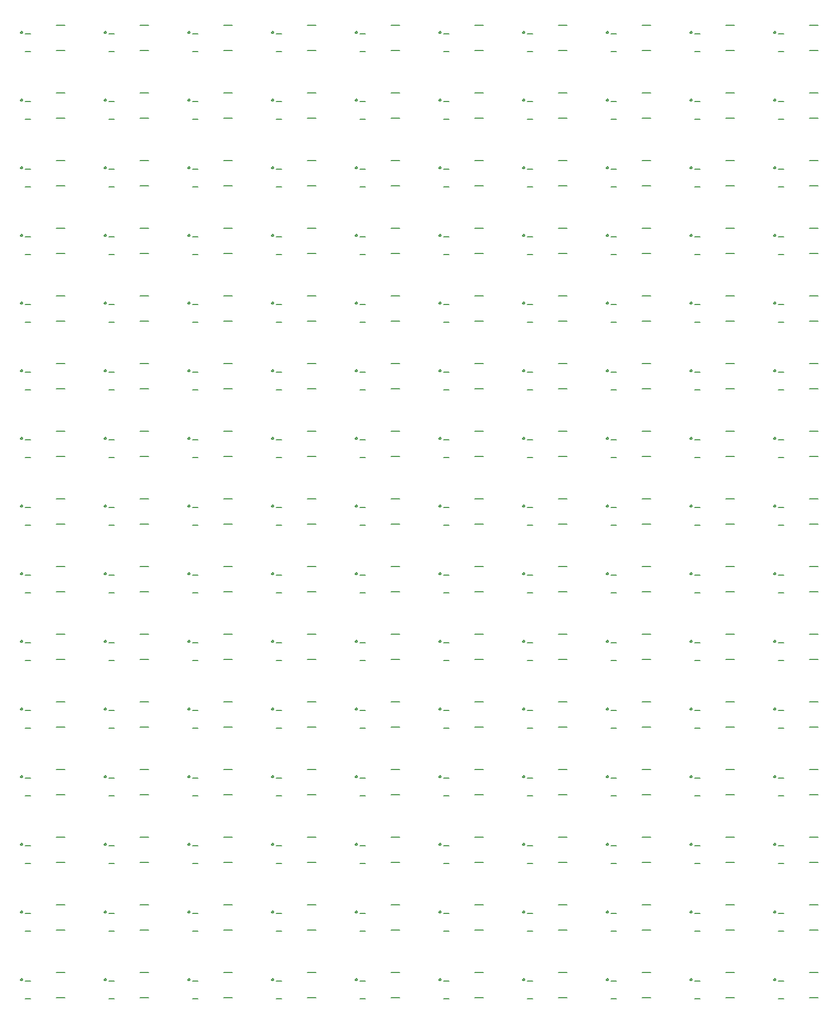
<source format=gto>
G04 EAGLE Gerber RS-274X export*
G75*
%MOMM*%
%FSLAX34Y34*%
%LPD*%
%INSilkscreen Top*%
%IPPOS*%
%AMOC8*
5,1,8,0,0,1.08239X$1,22.5*%
G01*
%ADD10C,0.203200*%


D10*
X92313Y53419D02*
X105807Y53419D01*
X105807Y93901D02*
X92313Y93901D01*
X51284Y51816D02*
X42696Y51816D01*
X42696Y80264D02*
X51284Y80264D01*
X35554Y82540D02*
X35556Y82615D01*
X35562Y82690D01*
X35572Y82765D01*
X35585Y82839D01*
X35603Y82912D01*
X35624Y82984D01*
X35649Y83055D01*
X35678Y83124D01*
X35711Y83192D01*
X35746Y83258D01*
X35786Y83322D01*
X35828Y83384D01*
X35874Y83444D01*
X35923Y83501D01*
X35975Y83555D01*
X36029Y83607D01*
X36086Y83656D01*
X36146Y83702D01*
X36208Y83744D01*
X36272Y83784D01*
X36338Y83819D01*
X36406Y83852D01*
X36475Y83881D01*
X36546Y83906D01*
X36618Y83927D01*
X36691Y83945D01*
X36765Y83958D01*
X36840Y83968D01*
X36915Y83974D01*
X36990Y83976D01*
X37065Y83974D01*
X37140Y83968D01*
X37215Y83958D01*
X37289Y83945D01*
X37362Y83927D01*
X37434Y83906D01*
X37505Y83881D01*
X37574Y83852D01*
X37642Y83819D01*
X37708Y83784D01*
X37772Y83744D01*
X37834Y83702D01*
X37894Y83656D01*
X37951Y83607D01*
X38005Y83555D01*
X38057Y83501D01*
X38106Y83444D01*
X38152Y83384D01*
X38194Y83322D01*
X38234Y83258D01*
X38269Y83192D01*
X38302Y83124D01*
X38331Y83055D01*
X38356Y82984D01*
X38377Y82912D01*
X38395Y82839D01*
X38408Y82765D01*
X38418Y82690D01*
X38424Y82615D01*
X38426Y82540D01*
X38424Y82465D01*
X38418Y82390D01*
X38408Y82315D01*
X38395Y82241D01*
X38377Y82168D01*
X38356Y82096D01*
X38331Y82025D01*
X38302Y81956D01*
X38269Y81888D01*
X38234Y81822D01*
X38194Y81758D01*
X38152Y81696D01*
X38106Y81636D01*
X38057Y81579D01*
X38005Y81525D01*
X37951Y81473D01*
X37894Y81424D01*
X37834Y81378D01*
X37772Y81336D01*
X37708Y81296D01*
X37642Y81261D01*
X37574Y81228D01*
X37505Y81199D01*
X37434Y81174D01*
X37362Y81153D01*
X37289Y81135D01*
X37215Y81122D01*
X37140Y81112D01*
X37065Y81106D01*
X36990Y81104D01*
X36915Y81106D01*
X36840Y81112D01*
X36765Y81122D01*
X36691Y81135D01*
X36618Y81153D01*
X36546Y81174D01*
X36475Y81199D01*
X36406Y81228D01*
X36338Y81261D01*
X36272Y81296D01*
X36208Y81336D01*
X36146Y81378D01*
X36086Y81424D01*
X36029Y81473D01*
X35975Y81525D01*
X35923Y81579D01*
X35874Y81636D01*
X35828Y81696D01*
X35786Y81758D01*
X35746Y81822D01*
X35711Y81888D01*
X35678Y81956D01*
X35649Y82025D01*
X35624Y82096D01*
X35603Y82168D01*
X35585Y82241D01*
X35572Y82315D01*
X35562Y82390D01*
X35556Y82465D01*
X35554Y82540D01*
X224393Y53419D02*
X237887Y53419D01*
X237887Y93901D02*
X224393Y93901D01*
X183364Y51816D02*
X174776Y51816D01*
X174776Y80264D02*
X183364Y80264D01*
X167634Y82540D02*
X167636Y82615D01*
X167642Y82690D01*
X167652Y82765D01*
X167665Y82839D01*
X167683Y82912D01*
X167704Y82984D01*
X167729Y83055D01*
X167758Y83124D01*
X167791Y83192D01*
X167826Y83258D01*
X167866Y83322D01*
X167908Y83384D01*
X167954Y83444D01*
X168003Y83501D01*
X168055Y83555D01*
X168109Y83607D01*
X168166Y83656D01*
X168226Y83702D01*
X168288Y83744D01*
X168352Y83784D01*
X168418Y83819D01*
X168486Y83852D01*
X168555Y83881D01*
X168626Y83906D01*
X168698Y83927D01*
X168771Y83945D01*
X168845Y83958D01*
X168920Y83968D01*
X168995Y83974D01*
X169070Y83976D01*
X169145Y83974D01*
X169220Y83968D01*
X169295Y83958D01*
X169369Y83945D01*
X169442Y83927D01*
X169514Y83906D01*
X169585Y83881D01*
X169654Y83852D01*
X169722Y83819D01*
X169788Y83784D01*
X169852Y83744D01*
X169914Y83702D01*
X169974Y83656D01*
X170031Y83607D01*
X170085Y83555D01*
X170137Y83501D01*
X170186Y83444D01*
X170232Y83384D01*
X170274Y83322D01*
X170314Y83258D01*
X170349Y83192D01*
X170382Y83124D01*
X170411Y83055D01*
X170436Y82984D01*
X170457Y82912D01*
X170475Y82839D01*
X170488Y82765D01*
X170498Y82690D01*
X170504Y82615D01*
X170506Y82540D01*
X170504Y82465D01*
X170498Y82390D01*
X170488Y82315D01*
X170475Y82241D01*
X170457Y82168D01*
X170436Y82096D01*
X170411Y82025D01*
X170382Y81956D01*
X170349Y81888D01*
X170314Y81822D01*
X170274Y81758D01*
X170232Y81696D01*
X170186Y81636D01*
X170137Y81579D01*
X170085Y81525D01*
X170031Y81473D01*
X169974Y81424D01*
X169914Y81378D01*
X169852Y81336D01*
X169788Y81296D01*
X169722Y81261D01*
X169654Y81228D01*
X169585Y81199D01*
X169514Y81174D01*
X169442Y81153D01*
X169369Y81135D01*
X169295Y81122D01*
X169220Y81112D01*
X169145Y81106D01*
X169070Y81104D01*
X168995Y81106D01*
X168920Y81112D01*
X168845Y81122D01*
X168771Y81135D01*
X168698Y81153D01*
X168626Y81174D01*
X168555Y81199D01*
X168486Y81228D01*
X168418Y81261D01*
X168352Y81296D01*
X168288Y81336D01*
X168226Y81378D01*
X168166Y81424D01*
X168109Y81473D01*
X168055Y81525D01*
X168003Y81579D01*
X167954Y81636D01*
X167908Y81696D01*
X167866Y81758D01*
X167826Y81822D01*
X167791Y81888D01*
X167758Y81956D01*
X167729Y82025D01*
X167704Y82096D01*
X167683Y82168D01*
X167665Y82241D01*
X167652Y82315D01*
X167642Y82390D01*
X167636Y82465D01*
X167634Y82540D01*
X356473Y53419D02*
X369967Y53419D01*
X369967Y93901D02*
X356473Y93901D01*
X315444Y51816D02*
X306856Y51816D01*
X306856Y80264D02*
X315444Y80264D01*
X299714Y82540D02*
X299716Y82615D01*
X299722Y82690D01*
X299732Y82765D01*
X299745Y82839D01*
X299763Y82912D01*
X299784Y82984D01*
X299809Y83055D01*
X299838Y83124D01*
X299871Y83192D01*
X299906Y83258D01*
X299946Y83322D01*
X299988Y83384D01*
X300034Y83444D01*
X300083Y83501D01*
X300135Y83555D01*
X300189Y83607D01*
X300246Y83656D01*
X300306Y83702D01*
X300368Y83744D01*
X300432Y83784D01*
X300498Y83819D01*
X300566Y83852D01*
X300635Y83881D01*
X300706Y83906D01*
X300778Y83927D01*
X300851Y83945D01*
X300925Y83958D01*
X301000Y83968D01*
X301075Y83974D01*
X301150Y83976D01*
X301225Y83974D01*
X301300Y83968D01*
X301375Y83958D01*
X301449Y83945D01*
X301522Y83927D01*
X301594Y83906D01*
X301665Y83881D01*
X301734Y83852D01*
X301802Y83819D01*
X301868Y83784D01*
X301932Y83744D01*
X301994Y83702D01*
X302054Y83656D01*
X302111Y83607D01*
X302165Y83555D01*
X302217Y83501D01*
X302266Y83444D01*
X302312Y83384D01*
X302354Y83322D01*
X302394Y83258D01*
X302429Y83192D01*
X302462Y83124D01*
X302491Y83055D01*
X302516Y82984D01*
X302537Y82912D01*
X302555Y82839D01*
X302568Y82765D01*
X302578Y82690D01*
X302584Y82615D01*
X302586Y82540D01*
X302584Y82465D01*
X302578Y82390D01*
X302568Y82315D01*
X302555Y82241D01*
X302537Y82168D01*
X302516Y82096D01*
X302491Y82025D01*
X302462Y81956D01*
X302429Y81888D01*
X302394Y81822D01*
X302354Y81758D01*
X302312Y81696D01*
X302266Y81636D01*
X302217Y81579D01*
X302165Y81525D01*
X302111Y81473D01*
X302054Y81424D01*
X301994Y81378D01*
X301932Y81336D01*
X301868Y81296D01*
X301802Y81261D01*
X301734Y81228D01*
X301665Y81199D01*
X301594Y81174D01*
X301522Y81153D01*
X301449Y81135D01*
X301375Y81122D01*
X301300Y81112D01*
X301225Y81106D01*
X301150Y81104D01*
X301075Y81106D01*
X301000Y81112D01*
X300925Y81122D01*
X300851Y81135D01*
X300778Y81153D01*
X300706Y81174D01*
X300635Y81199D01*
X300566Y81228D01*
X300498Y81261D01*
X300432Y81296D01*
X300368Y81336D01*
X300306Y81378D01*
X300246Y81424D01*
X300189Y81473D01*
X300135Y81525D01*
X300083Y81579D01*
X300034Y81636D01*
X299988Y81696D01*
X299946Y81758D01*
X299906Y81822D01*
X299871Y81888D01*
X299838Y81956D01*
X299809Y82025D01*
X299784Y82096D01*
X299763Y82168D01*
X299745Y82241D01*
X299732Y82315D01*
X299722Y82390D01*
X299716Y82465D01*
X299714Y82540D01*
X488553Y53419D02*
X502047Y53419D01*
X502047Y93901D02*
X488553Y93901D01*
X447524Y51816D02*
X438936Y51816D01*
X438936Y80264D02*
X447524Y80264D01*
X431794Y82540D02*
X431796Y82615D01*
X431802Y82690D01*
X431812Y82765D01*
X431825Y82839D01*
X431843Y82912D01*
X431864Y82984D01*
X431889Y83055D01*
X431918Y83124D01*
X431951Y83192D01*
X431986Y83258D01*
X432026Y83322D01*
X432068Y83384D01*
X432114Y83444D01*
X432163Y83501D01*
X432215Y83555D01*
X432269Y83607D01*
X432326Y83656D01*
X432386Y83702D01*
X432448Y83744D01*
X432512Y83784D01*
X432578Y83819D01*
X432646Y83852D01*
X432715Y83881D01*
X432786Y83906D01*
X432858Y83927D01*
X432931Y83945D01*
X433005Y83958D01*
X433080Y83968D01*
X433155Y83974D01*
X433230Y83976D01*
X433305Y83974D01*
X433380Y83968D01*
X433455Y83958D01*
X433529Y83945D01*
X433602Y83927D01*
X433674Y83906D01*
X433745Y83881D01*
X433814Y83852D01*
X433882Y83819D01*
X433948Y83784D01*
X434012Y83744D01*
X434074Y83702D01*
X434134Y83656D01*
X434191Y83607D01*
X434245Y83555D01*
X434297Y83501D01*
X434346Y83444D01*
X434392Y83384D01*
X434434Y83322D01*
X434474Y83258D01*
X434509Y83192D01*
X434542Y83124D01*
X434571Y83055D01*
X434596Y82984D01*
X434617Y82912D01*
X434635Y82839D01*
X434648Y82765D01*
X434658Y82690D01*
X434664Y82615D01*
X434666Y82540D01*
X434664Y82465D01*
X434658Y82390D01*
X434648Y82315D01*
X434635Y82241D01*
X434617Y82168D01*
X434596Y82096D01*
X434571Y82025D01*
X434542Y81956D01*
X434509Y81888D01*
X434474Y81822D01*
X434434Y81758D01*
X434392Y81696D01*
X434346Y81636D01*
X434297Y81579D01*
X434245Y81525D01*
X434191Y81473D01*
X434134Y81424D01*
X434074Y81378D01*
X434012Y81336D01*
X433948Y81296D01*
X433882Y81261D01*
X433814Y81228D01*
X433745Y81199D01*
X433674Y81174D01*
X433602Y81153D01*
X433529Y81135D01*
X433455Y81122D01*
X433380Y81112D01*
X433305Y81106D01*
X433230Y81104D01*
X433155Y81106D01*
X433080Y81112D01*
X433005Y81122D01*
X432931Y81135D01*
X432858Y81153D01*
X432786Y81174D01*
X432715Y81199D01*
X432646Y81228D01*
X432578Y81261D01*
X432512Y81296D01*
X432448Y81336D01*
X432386Y81378D01*
X432326Y81424D01*
X432269Y81473D01*
X432215Y81525D01*
X432163Y81579D01*
X432114Y81636D01*
X432068Y81696D01*
X432026Y81758D01*
X431986Y81822D01*
X431951Y81888D01*
X431918Y81956D01*
X431889Y82025D01*
X431864Y82096D01*
X431843Y82168D01*
X431825Y82241D01*
X431812Y82315D01*
X431802Y82390D01*
X431796Y82465D01*
X431794Y82540D01*
X620633Y53419D02*
X634127Y53419D01*
X634127Y93901D02*
X620633Y93901D01*
X579604Y51816D02*
X571016Y51816D01*
X571016Y80264D02*
X579604Y80264D01*
X563874Y82540D02*
X563876Y82615D01*
X563882Y82690D01*
X563892Y82765D01*
X563905Y82839D01*
X563923Y82912D01*
X563944Y82984D01*
X563969Y83055D01*
X563998Y83124D01*
X564031Y83192D01*
X564066Y83258D01*
X564106Y83322D01*
X564148Y83384D01*
X564194Y83444D01*
X564243Y83501D01*
X564295Y83555D01*
X564349Y83607D01*
X564406Y83656D01*
X564466Y83702D01*
X564528Y83744D01*
X564592Y83784D01*
X564658Y83819D01*
X564726Y83852D01*
X564795Y83881D01*
X564866Y83906D01*
X564938Y83927D01*
X565011Y83945D01*
X565085Y83958D01*
X565160Y83968D01*
X565235Y83974D01*
X565310Y83976D01*
X565385Y83974D01*
X565460Y83968D01*
X565535Y83958D01*
X565609Y83945D01*
X565682Y83927D01*
X565754Y83906D01*
X565825Y83881D01*
X565894Y83852D01*
X565962Y83819D01*
X566028Y83784D01*
X566092Y83744D01*
X566154Y83702D01*
X566214Y83656D01*
X566271Y83607D01*
X566325Y83555D01*
X566377Y83501D01*
X566426Y83444D01*
X566472Y83384D01*
X566514Y83322D01*
X566554Y83258D01*
X566589Y83192D01*
X566622Y83124D01*
X566651Y83055D01*
X566676Y82984D01*
X566697Y82912D01*
X566715Y82839D01*
X566728Y82765D01*
X566738Y82690D01*
X566744Y82615D01*
X566746Y82540D01*
X566744Y82465D01*
X566738Y82390D01*
X566728Y82315D01*
X566715Y82241D01*
X566697Y82168D01*
X566676Y82096D01*
X566651Y82025D01*
X566622Y81956D01*
X566589Y81888D01*
X566554Y81822D01*
X566514Y81758D01*
X566472Y81696D01*
X566426Y81636D01*
X566377Y81579D01*
X566325Y81525D01*
X566271Y81473D01*
X566214Y81424D01*
X566154Y81378D01*
X566092Y81336D01*
X566028Y81296D01*
X565962Y81261D01*
X565894Y81228D01*
X565825Y81199D01*
X565754Y81174D01*
X565682Y81153D01*
X565609Y81135D01*
X565535Y81122D01*
X565460Y81112D01*
X565385Y81106D01*
X565310Y81104D01*
X565235Y81106D01*
X565160Y81112D01*
X565085Y81122D01*
X565011Y81135D01*
X564938Y81153D01*
X564866Y81174D01*
X564795Y81199D01*
X564726Y81228D01*
X564658Y81261D01*
X564592Y81296D01*
X564528Y81336D01*
X564466Y81378D01*
X564406Y81424D01*
X564349Y81473D01*
X564295Y81525D01*
X564243Y81579D01*
X564194Y81636D01*
X564148Y81696D01*
X564106Y81758D01*
X564066Y81822D01*
X564031Y81888D01*
X563998Y81956D01*
X563969Y82025D01*
X563944Y82096D01*
X563923Y82168D01*
X563905Y82241D01*
X563892Y82315D01*
X563882Y82390D01*
X563876Y82465D01*
X563874Y82540D01*
X752713Y53419D02*
X766207Y53419D01*
X766207Y93901D02*
X752713Y93901D01*
X711684Y51816D02*
X703096Y51816D01*
X703096Y80264D02*
X711684Y80264D01*
X695954Y82540D02*
X695956Y82615D01*
X695962Y82690D01*
X695972Y82765D01*
X695985Y82839D01*
X696003Y82912D01*
X696024Y82984D01*
X696049Y83055D01*
X696078Y83124D01*
X696111Y83192D01*
X696146Y83258D01*
X696186Y83322D01*
X696228Y83384D01*
X696274Y83444D01*
X696323Y83501D01*
X696375Y83555D01*
X696429Y83607D01*
X696486Y83656D01*
X696546Y83702D01*
X696608Y83744D01*
X696672Y83784D01*
X696738Y83819D01*
X696806Y83852D01*
X696875Y83881D01*
X696946Y83906D01*
X697018Y83927D01*
X697091Y83945D01*
X697165Y83958D01*
X697240Y83968D01*
X697315Y83974D01*
X697390Y83976D01*
X697465Y83974D01*
X697540Y83968D01*
X697615Y83958D01*
X697689Y83945D01*
X697762Y83927D01*
X697834Y83906D01*
X697905Y83881D01*
X697974Y83852D01*
X698042Y83819D01*
X698108Y83784D01*
X698172Y83744D01*
X698234Y83702D01*
X698294Y83656D01*
X698351Y83607D01*
X698405Y83555D01*
X698457Y83501D01*
X698506Y83444D01*
X698552Y83384D01*
X698594Y83322D01*
X698634Y83258D01*
X698669Y83192D01*
X698702Y83124D01*
X698731Y83055D01*
X698756Y82984D01*
X698777Y82912D01*
X698795Y82839D01*
X698808Y82765D01*
X698818Y82690D01*
X698824Y82615D01*
X698826Y82540D01*
X698824Y82465D01*
X698818Y82390D01*
X698808Y82315D01*
X698795Y82241D01*
X698777Y82168D01*
X698756Y82096D01*
X698731Y82025D01*
X698702Y81956D01*
X698669Y81888D01*
X698634Y81822D01*
X698594Y81758D01*
X698552Y81696D01*
X698506Y81636D01*
X698457Y81579D01*
X698405Y81525D01*
X698351Y81473D01*
X698294Y81424D01*
X698234Y81378D01*
X698172Y81336D01*
X698108Y81296D01*
X698042Y81261D01*
X697974Y81228D01*
X697905Y81199D01*
X697834Y81174D01*
X697762Y81153D01*
X697689Y81135D01*
X697615Y81122D01*
X697540Y81112D01*
X697465Y81106D01*
X697390Y81104D01*
X697315Y81106D01*
X697240Y81112D01*
X697165Y81122D01*
X697091Y81135D01*
X697018Y81153D01*
X696946Y81174D01*
X696875Y81199D01*
X696806Y81228D01*
X696738Y81261D01*
X696672Y81296D01*
X696608Y81336D01*
X696546Y81378D01*
X696486Y81424D01*
X696429Y81473D01*
X696375Y81525D01*
X696323Y81579D01*
X696274Y81636D01*
X696228Y81696D01*
X696186Y81758D01*
X696146Y81822D01*
X696111Y81888D01*
X696078Y81956D01*
X696049Y82025D01*
X696024Y82096D01*
X696003Y82168D01*
X695985Y82241D01*
X695972Y82315D01*
X695962Y82390D01*
X695956Y82465D01*
X695954Y82540D01*
X884793Y53419D02*
X898287Y53419D01*
X898287Y93901D02*
X884793Y93901D01*
X843764Y51816D02*
X835176Y51816D01*
X835176Y80264D02*
X843764Y80264D01*
X828034Y82540D02*
X828036Y82615D01*
X828042Y82690D01*
X828052Y82765D01*
X828065Y82839D01*
X828083Y82912D01*
X828104Y82984D01*
X828129Y83055D01*
X828158Y83124D01*
X828191Y83192D01*
X828226Y83258D01*
X828266Y83322D01*
X828308Y83384D01*
X828354Y83444D01*
X828403Y83501D01*
X828455Y83555D01*
X828509Y83607D01*
X828566Y83656D01*
X828626Y83702D01*
X828688Y83744D01*
X828752Y83784D01*
X828818Y83819D01*
X828886Y83852D01*
X828955Y83881D01*
X829026Y83906D01*
X829098Y83927D01*
X829171Y83945D01*
X829245Y83958D01*
X829320Y83968D01*
X829395Y83974D01*
X829470Y83976D01*
X829545Y83974D01*
X829620Y83968D01*
X829695Y83958D01*
X829769Y83945D01*
X829842Y83927D01*
X829914Y83906D01*
X829985Y83881D01*
X830054Y83852D01*
X830122Y83819D01*
X830188Y83784D01*
X830252Y83744D01*
X830314Y83702D01*
X830374Y83656D01*
X830431Y83607D01*
X830485Y83555D01*
X830537Y83501D01*
X830586Y83444D01*
X830632Y83384D01*
X830674Y83322D01*
X830714Y83258D01*
X830749Y83192D01*
X830782Y83124D01*
X830811Y83055D01*
X830836Y82984D01*
X830857Y82912D01*
X830875Y82839D01*
X830888Y82765D01*
X830898Y82690D01*
X830904Y82615D01*
X830906Y82540D01*
X830904Y82465D01*
X830898Y82390D01*
X830888Y82315D01*
X830875Y82241D01*
X830857Y82168D01*
X830836Y82096D01*
X830811Y82025D01*
X830782Y81956D01*
X830749Y81888D01*
X830714Y81822D01*
X830674Y81758D01*
X830632Y81696D01*
X830586Y81636D01*
X830537Y81579D01*
X830485Y81525D01*
X830431Y81473D01*
X830374Y81424D01*
X830314Y81378D01*
X830252Y81336D01*
X830188Y81296D01*
X830122Y81261D01*
X830054Y81228D01*
X829985Y81199D01*
X829914Y81174D01*
X829842Y81153D01*
X829769Y81135D01*
X829695Y81122D01*
X829620Y81112D01*
X829545Y81106D01*
X829470Y81104D01*
X829395Y81106D01*
X829320Y81112D01*
X829245Y81122D01*
X829171Y81135D01*
X829098Y81153D01*
X829026Y81174D01*
X828955Y81199D01*
X828886Y81228D01*
X828818Y81261D01*
X828752Y81296D01*
X828688Y81336D01*
X828626Y81378D01*
X828566Y81424D01*
X828509Y81473D01*
X828455Y81525D01*
X828403Y81579D01*
X828354Y81636D01*
X828308Y81696D01*
X828266Y81758D01*
X828226Y81822D01*
X828191Y81888D01*
X828158Y81956D01*
X828129Y82025D01*
X828104Y82096D01*
X828083Y82168D01*
X828065Y82241D01*
X828052Y82315D01*
X828042Y82390D01*
X828036Y82465D01*
X828034Y82540D01*
X1016873Y53419D02*
X1030367Y53419D01*
X1030367Y93901D02*
X1016873Y93901D01*
X975844Y51816D02*
X967256Y51816D01*
X967256Y80264D02*
X975844Y80264D01*
X960114Y82540D02*
X960116Y82615D01*
X960122Y82690D01*
X960132Y82765D01*
X960145Y82839D01*
X960163Y82912D01*
X960184Y82984D01*
X960209Y83055D01*
X960238Y83124D01*
X960271Y83192D01*
X960306Y83258D01*
X960346Y83322D01*
X960388Y83384D01*
X960434Y83444D01*
X960483Y83501D01*
X960535Y83555D01*
X960589Y83607D01*
X960646Y83656D01*
X960706Y83702D01*
X960768Y83744D01*
X960832Y83784D01*
X960898Y83819D01*
X960966Y83852D01*
X961035Y83881D01*
X961106Y83906D01*
X961178Y83927D01*
X961251Y83945D01*
X961325Y83958D01*
X961400Y83968D01*
X961475Y83974D01*
X961550Y83976D01*
X961625Y83974D01*
X961700Y83968D01*
X961775Y83958D01*
X961849Y83945D01*
X961922Y83927D01*
X961994Y83906D01*
X962065Y83881D01*
X962134Y83852D01*
X962202Y83819D01*
X962268Y83784D01*
X962332Y83744D01*
X962394Y83702D01*
X962454Y83656D01*
X962511Y83607D01*
X962565Y83555D01*
X962617Y83501D01*
X962666Y83444D01*
X962712Y83384D01*
X962754Y83322D01*
X962794Y83258D01*
X962829Y83192D01*
X962862Y83124D01*
X962891Y83055D01*
X962916Y82984D01*
X962937Y82912D01*
X962955Y82839D01*
X962968Y82765D01*
X962978Y82690D01*
X962984Y82615D01*
X962986Y82540D01*
X962984Y82465D01*
X962978Y82390D01*
X962968Y82315D01*
X962955Y82241D01*
X962937Y82168D01*
X962916Y82096D01*
X962891Y82025D01*
X962862Y81956D01*
X962829Y81888D01*
X962794Y81822D01*
X962754Y81758D01*
X962712Y81696D01*
X962666Y81636D01*
X962617Y81579D01*
X962565Y81525D01*
X962511Y81473D01*
X962454Y81424D01*
X962394Y81378D01*
X962332Y81336D01*
X962268Y81296D01*
X962202Y81261D01*
X962134Y81228D01*
X962065Y81199D01*
X961994Y81174D01*
X961922Y81153D01*
X961849Y81135D01*
X961775Y81122D01*
X961700Y81112D01*
X961625Y81106D01*
X961550Y81104D01*
X961475Y81106D01*
X961400Y81112D01*
X961325Y81122D01*
X961251Y81135D01*
X961178Y81153D01*
X961106Y81174D01*
X961035Y81199D01*
X960966Y81228D01*
X960898Y81261D01*
X960832Y81296D01*
X960768Y81336D01*
X960706Y81378D01*
X960646Y81424D01*
X960589Y81473D01*
X960535Y81525D01*
X960483Y81579D01*
X960434Y81636D01*
X960388Y81696D01*
X960346Y81758D01*
X960306Y81822D01*
X960271Y81888D01*
X960238Y81956D01*
X960209Y82025D01*
X960184Y82096D01*
X960163Y82168D01*
X960145Y82241D01*
X960132Y82315D01*
X960122Y82390D01*
X960116Y82465D01*
X960114Y82540D01*
X1148953Y53419D02*
X1162447Y53419D01*
X1162447Y93901D02*
X1148953Y93901D01*
X1107924Y51816D02*
X1099336Y51816D01*
X1099336Y80264D02*
X1107924Y80264D01*
X1092194Y82540D02*
X1092196Y82615D01*
X1092202Y82690D01*
X1092212Y82765D01*
X1092225Y82839D01*
X1092243Y82912D01*
X1092264Y82984D01*
X1092289Y83055D01*
X1092318Y83124D01*
X1092351Y83192D01*
X1092386Y83258D01*
X1092426Y83322D01*
X1092468Y83384D01*
X1092514Y83444D01*
X1092563Y83501D01*
X1092615Y83555D01*
X1092669Y83607D01*
X1092726Y83656D01*
X1092786Y83702D01*
X1092848Y83744D01*
X1092912Y83784D01*
X1092978Y83819D01*
X1093046Y83852D01*
X1093115Y83881D01*
X1093186Y83906D01*
X1093258Y83927D01*
X1093331Y83945D01*
X1093405Y83958D01*
X1093480Y83968D01*
X1093555Y83974D01*
X1093630Y83976D01*
X1093705Y83974D01*
X1093780Y83968D01*
X1093855Y83958D01*
X1093929Y83945D01*
X1094002Y83927D01*
X1094074Y83906D01*
X1094145Y83881D01*
X1094214Y83852D01*
X1094282Y83819D01*
X1094348Y83784D01*
X1094412Y83744D01*
X1094474Y83702D01*
X1094534Y83656D01*
X1094591Y83607D01*
X1094645Y83555D01*
X1094697Y83501D01*
X1094746Y83444D01*
X1094792Y83384D01*
X1094834Y83322D01*
X1094874Y83258D01*
X1094909Y83192D01*
X1094942Y83124D01*
X1094971Y83055D01*
X1094996Y82984D01*
X1095017Y82912D01*
X1095035Y82839D01*
X1095048Y82765D01*
X1095058Y82690D01*
X1095064Y82615D01*
X1095066Y82540D01*
X1095064Y82465D01*
X1095058Y82390D01*
X1095048Y82315D01*
X1095035Y82241D01*
X1095017Y82168D01*
X1094996Y82096D01*
X1094971Y82025D01*
X1094942Y81956D01*
X1094909Y81888D01*
X1094874Y81822D01*
X1094834Y81758D01*
X1094792Y81696D01*
X1094746Y81636D01*
X1094697Y81579D01*
X1094645Y81525D01*
X1094591Y81473D01*
X1094534Y81424D01*
X1094474Y81378D01*
X1094412Y81336D01*
X1094348Y81296D01*
X1094282Y81261D01*
X1094214Y81228D01*
X1094145Y81199D01*
X1094074Y81174D01*
X1094002Y81153D01*
X1093929Y81135D01*
X1093855Y81122D01*
X1093780Y81112D01*
X1093705Y81106D01*
X1093630Y81104D01*
X1093555Y81106D01*
X1093480Y81112D01*
X1093405Y81122D01*
X1093331Y81135D01*
X1093258Y81153D01*
X1093186Y81174D01*
X1093115Y81199D01*
X1093046Y81228D01*
X1092978Y81261D01*
X1092912Y81296D01*
X1092848Y81336D01*
X1092786Y81378D01*
X1092726Y81424D01*
X1092669Y81473D01*
X1092615Y81525D01*
X1092563Y81579D01*
X1092514Y81636D01*
X1092468Y81696D01*
X1092426Y81758D01*
X1092386Y81822D01*
X1092351Y81888D01*
X1092318Y81956D01*
X1092289Y82025D01*
X1092264Y82096D01*
X1092243Y82168D01*
X1092225Y82241D01*
X1092212Y82315D01*
X1092202Y82390D01*
X1092196Y82465D01*
X1092194Y82540D01*
X1281033Y53419D02*
X1294527Y53419D01*
X1294527Y93901D02*
X1281033Y93901D01*
X1240004Y51816D02*
X1231416Y51816D01*
X1231416Y80264D02*
X1240004Y80264D01*
X1224274Y82540D02*
X1224276Y82615D01*
X1224282Y82690D01*
X1224292Y82765D01*
X1224305Y82839D01*
X1224323Y82912D01*
X1224344Y82984D01*
X1224369Y83055D01*
X1224398Y83124D01*
X1224431Y83192D01*
X1224466Y83258D01*
X1224506Y83322D01*
X1224548Y83384D01*
X1224594Y83444D01*
X1224643Y83501D01*
X1224695Y83555D01*
X1224749Y83607D01*
X1224806Y83656D01*
X1224866Y83702D01*
X1224928Y83744D01*
X1224992Y83784D01*
X1225058Y83819D01*
X1225126Y83852D01*
X1225195Y83881D01*
X1225266Y83906D01*
X1225338Y83927D01*
X1225411Y83945D01*
X1225485Y83958D01*
X1225560Y83968D01*
X1225635Y83974D01*
X1225710Y83976D01*
X1225785Y83974D01*
X1225860Y83968D01*
X1225935Y83958D01*
X1226009Y83945D01*
X1226082Y83927D01*
X1226154Y83906D01*
X1226225Y83881D01*
X1226294Y83852D01*
X1226362Y83819D01*
X1226428Y83784D01*
X1226492Y83744D01*
X1226554Y83702D01*
X1226614Y83656D01*
X1226671Y83607D01*
X1226725Y83555D01*
X1226777Y83501D01*
X1226826Y83444D01*
X1226872Y83384D01*
X1226914Y83322D01*
X1226954Y83258D01*
X1226989Y83192D01*
X1227022Y83124D01*
X1227051Y83055D01*
X1227076Y82984D01*
X1227097Y82912D01*
X1227115Y82839D01*
X1227128Y82765D01*
X1227138Y82690D01*
X1227144Y82615D01*
X1227146Y82540D01*
X1227144Y82465D01*
X1227138Y82390D01*
X1227128Y82315D01*
X1227115Y82241D01*
X1227097Y82168D01*
X1227076Y82096D01*
X1227051Y82025D01*
X1227022Y81956D01*
X1226989Y81888D01*
X1226954Y81822D01*
X1226914Y81758D01*
X1226872Y81696D01*
X1226826Y81636D01*
X1226777Y81579D01*
X1226725Y81525D01*
X1226671Y81473D01*
X1226614Y81424D01*
X1226554Y81378D01*
X1226492Y81336D01*
X1226428Y81296D01*
X1226362Y81261D01*
X1226294Y81228D01*
X1226225Y81199D01*
X1226154Y81174D01*
X1226082Y81153D01*
X1226009Y81135D01*
X1225935Y81122D01*
X1225860Y81112D01*
X1225785Y81106D01*
X1225710Y81104D01*
X1225635Y81106D01*
X1225560Y81112D01*
X1225485Y81122D01*
X1225411Y81135D01*
X1225338Y81153D01*
X1225266Y81174D01*
X1225195Y81199D01*
X1225126Y81228D01*
X1225058Y81261D01*
X1224992Y81296D01*
X1224928Y81336D01*
X1224866Y81378D01*
X1224806Y81424D01*
X1224749Y81473D01*
X1224695Y81525D01*
X1224643Y81579D01*
X1224594Y81636D01*
X1224548Y81696D01*
X1224506Y81758D01*
X1224466Y81822D01*
X1224431Y81888D01*
X1224398Y81956D01*
X1224369Y82025D01*
X1224344Y82096D01*
X1224323Y82168D01*
X1224305Y82241D01*
X1224292Y82315D01*
X1224282Y82390D01*
X1224276Y82465D01*
X1224274Y82540D01*
X105807Y160099D02*
X92313Y160099D01*
X92313Y200581D02*
X105807Y200581D01*
X51284Y158496D02*
X42696Y158496D01*
X42696Y186944D02*
X51284Y186944D01*
X35554Y189220D02*
X35556Y189295D01*
X35562Y189370D01*
X35572Y189445D01*
X35585Y189519D01*
X35603Y189592D01*
X35624Y189664D01*
X35649Y189735D01*
X35678Y189804D01*
X35711Y189872D01*
X35746Y189938D01*
X35786Y190002D01*
X35828Y190064D01*
X35874Y190124D01*
X35923Y190181D01*
X35975Y190235D01*
X36029Y190287D01*
X36086Y190336D01*
X36146Y190382D01*
X36208Y190424D01*
X36272Y190464D01*
X36338Y190499D01*
X36406Y190532D01*
X36475Y190561D01*
X36546Y190586D01*
X36618Y190607D01*
X36691Y190625D01*
X36765Y190638D01*
X36840Y190648D01*
X36915Y190654D01*
X36990Y190656D01*
X37065Y190654D01*
X37140Y190648D01*
X37215Y190638D01*
X37289Y190625D01*
X37362Y190607D01*
X37434Y190586D01*
X37505Y190561D01*
X37574Y190532D01*
X37642Y190499D01*
X37708Y190464D01*
X37772Y190424D01*
X37834Y190382D01*
X37894Y190336D01*
X37951Y190287D01*
X38005Y190235D01*
X38057Y190181D01*
X38106Y190124D01*
X38152Y190064D01*
X38194Y190002D01*
X38234Y189938D01*
X38269Y189872D01*
X38302Y189804D01*
X38331Y189735D01*
X38356Y189664D01*
X38377Y189592D01*
X38395Y189519D01*
X38408Y189445D01*
X38418Y189370D01*
X38424Y189295D01*
X38426Y189220D01*
X38424Y189145D01*
X38418Y189070D01*
X38408Y188995D01*
X38395Y188921D01*
X38377Y188848D01*
X38356Y188776D01*
X38331Y188705D01*
X38302Y188636D01*
X38269Y188568D01*
X38234Y188502D01*
X38194Y188438D01*
X38152Y188376D01*
X38106Y188316D01*
X38057Y188259D01*
X38005Y188205D01*
X37951Y188153D01*
X37894Y188104D01*
X37834Y188058D01*
X37772Y188016D01*
X37708Y187976D01*
X37642Y187941D01*
X37574Y187908D01*
X37505Y187879D01*
X37434Y187854D01*
X37362Y187833D01*
X37289Y187815D01*
X37215Y187802D01*
X37140Y187792D01*
X37065Y187786D01*
X36990Y187784D01*
X36915Y187786D01*
X36840Y187792D01*
X36765Y187802D01*
X36691Y187815D01*
X36618Y187833D01*
X36546Y187854D01*
X36475Y187879D01*
X36406Y187908D01*
X36338Y187941D01*
X36272Y187976D01*
X36208Y188016D01*
X36146Y188058D01*
X36086Y188104D01*
X36029Y188153D01*
X35975Y188205D01*
X35923Y188259D01*
X35874Y188316D01*
X35828Y188376D01*
X35786Y188438D01*
X35746Y188502D01*
X35711Y188568D01*
X35678Y188636D01*
X35649Y188705D01*
X35624Y188776D01*
X35603Y188848D01*
X35585Y188921D01*
X35572Y188995D01*
X35562Y189070D01*
X35556Y189145D01*
X35554Y189220D01*
X224393Y160099D02*
X237887Y160099D01*
X237887Y200581D02*
X224393Y200581D01*
X183364Y158496D02*
X174776Y158496D01*
X174776Y186944D02*
X183364Y186944D01*
X167634Y189220D02*
X167636Y189295D01*
X167642Y189370D01*
X167652Y189445D01*
X167665Y189519D01*
X167683Y189592D01*
X167704Y189664D01*
X167729Y189735D01*
X167758Y189804D01*
X167791Y189872D01*
X167826Y189938D01*
X167866Y190002D01*
X167908Y190064D01*
X167954Y190124D01*
X168003Y190181D01*
X168055Y190235D01*
X168109Y190287D01*
X168166Y190336D01*
X168226Y190382D01*
X168288Y190424D01*
X168352Y190464D01*
X168418Y190499D01*
X168486Y190532D01*
X168555Y190561D01*
X168626Y190586D01*
X168698Y190607D01*
X168771Y190625D01*
X168845Y190638D01*
X168920Y190648D01*
X168995Y190654D01*
X169070Y190656D01*
X169145Y190654D01*
X169220Y190648D01*
X169295Y190638D01*
X169369Y190625D01*
X169442Y190607D01*
X169514Y190586D01*
X169585Y190561D01*
X169654Y190532D01*
X169722Y190499D01*
X169788Y190464D01*
X169852Y190424D01*
X169914Y190382D01*
X169974Y190336D01*
X170031Y190287D01*
X170085Y190235D01*
X170137Y190181D01*
X170186Y190124D01*
X170232Y190064D01*
X170274Y190002D01*
X170314Y189938D01*
X170349Y189872D01*
X170382Y189804D01*
X170411Y189735D01*
X170436Y189664D01*
X170457Y189592D01*
X170475Y189519D01*
X170488Y189445D01*
X170498Y189370D01*
X170504Y189295D01*
X170506Y189220D01*
X170504Y189145D01*
X170498Y189070D01*
X170488Y188995D01*
X170475Y188921D01*
X170457Y188848D01*
X170436Y188776D01*
X170411Y188705D01*
X170382Y188636D01*
X170349Y188568D01*
X170314Y188502D01*
X170274Y188438D01*
X170232Y188376D01*
X170186Y188316D01*
X170137Y188259D01*
X170085Y188205D01*
X170031Y188153D01*
X169974Y188104D01*
X169914Y188058D01*
X169852Y188016D01*
X169788Y187976D01*
X169722Y187941D01*
X169654Y187908D01*
X169585Y187879D01*
X169514Y187854D01*
X169442Y187833D01*
X169369Y187815D01*
X169295Y187802D01*
X169220Y187792D01*
X169145Y187786D01*
X169070Y187784D01*
X168995Y187786D01*
X168920Y187792D01*
X168845Y187802D01*
X168771Y187815D01*
X168698Y187833D01*
X168626Y187854D01*
X168555Y187879D01*
X168486Y187908D01*
X168418Y187941D01*
X168352Y187976D01*
X168288Y188016D01*
X168226Y188058D01*
X168166Y188104D01*
X168109Y188153D01*
X168055Y188205D01*
X168003Y188259D01*
X167954Y188316D01*
X167908Y188376D01*
X167866Y188438D01*
X167826Y188502D01*
X167791Y188568D01*
X167758Y188636D01*
X167729Y188705D01*
X167704Y188776D01*
X167683Y188848D01*
X167665Y188921D01*
X167652Y188995D01*
X167642Y189070D01*
X167636Y189145D01*
X167634Y189220D01*
X356473Y160099D02*
X369967Y160099D01*
X369967Y200581D02*
X356473Y200581D01*
X315444Y158496D02*
X306856Y158496D01*
X306856Y186944D02*
X315444Y186944D01*
X299714Y189220D02*
X299716Y189295D01*
X299722Y189370D01*
X299732Y189445D01*
X299745Y189519D01*
X299763Y189592D01*
X299784Y189664D01*
X299809Y189735D01*
X299838Y189804D01*
X299871Y189872D01*
X299906Y189938D01*
X299946Y190002D01*
X299988Y190064D01*
X300034Y190124D01*
X300083Y190181D01*
X300135Y190235D01*
X300189Y190287D01*
X300246Y190336D01*
X300306Y190382D01*
X300368Y190424D01*
X300432Y190464D01*
X300498Y190499D01*
X300566Y190532D01*
X300635Y190561D01*
X300706Y190586D01*
X300778Y190607D01*
X300851Y190625D01*
X300925Y190638D01*
X301000Y190648D01*
X301075Y190654D01*
X301150Y190656D01*
X301225Y190654D01*
X301300Y190648D01*
X301375Y190638D01*
X301449Y190625D01*
X301522Y190607D01*
X301594Y190586D01*
X301665Y190561D01*
X301734Y190532D01*
X301802Y190499D01*
X301868Y190464D01*
X301932Y190424D01*
X301994Y190382D01*
X302054Y190336D01*
X302111Y190287D01*
X302165Y190235D01*
X302217Y190181D01*
X302266Y190124D01*
X302312Y190064D01*
X302354Y190002D01*
X302394Y189938D01*
X302429Y189872D01*
X302462Y189804D01*
X302491Y189735D01*
X302516Y189664D01*
X302537Y189592D01*
X302555Y189519D01*
X302568Y189445D01*
X302578Y189370D01*
X302584Y189295D01*
X302586Y189220D01*
X302584Y189145D01*
X302578Y189070D01*
X302568Y188995D01*
X302555Y188921D01*
X302537Y188848D01*
X302516Y188776D01*
X302491Y188705D01*
X302462Y188636D01*
X302429Y188568D01*
X302394Y188502D01*
X302354Y188438D01*
X302312Y188376D01*
X302266Y188316D01*
X302217Y188259D01*
X302165Y188205D01*
X302111Y188153D01*
X302054Y188104D01*
X301994Y188058D01*
X301932Y188016D01*
X301868Y187976D01*
X301802Y187941D01*
X301734Y187908D01*
X301665Y187879D01*
X301594Y187854D01*
X301522Y187833D01*
X301449Y187815D01*
X301375Y187802D01*
X301300Y187792D01*
X301225Y187786D01*
X301150Y187784D01*
X301075Y187786D01*
X301000Y187792D01*
X300925Y187802D01*
X300851Y187815D01*
X300778Y187833D01*
X300706Y187854D01*
X300635Y187879D01*
X300566Y187908D01*
X300498Y187941D01*
X300432Y187976D01*
X300368Y188016D01*
X300306Y188058D01*
X300246Y188104D01*
X300189Y188153D01*
X300135Y188205D01*
X300083Y188259D01*
X300034Y188316D01*
X299988Y188376D01*
X299946Y188438D01*
X299906Y188502D01*
X299871Y188568D01*
X299838Y188636D01*
X299809Y188705D01*
X299784Y188776D01*
X299763Y188848D01*
X299745Y188921D01*
X299732Y188995D01*
X299722Y189070D01*
X299716Y189145D01*
X299714Y189220D01*
X488553Y160099D02*
X502047Y160099D01*
X502047Y200581D02*
X488553Y200581D01*
X447524Y158496D02*
X438936Y158496D01*
X438936Y186944D02*
X447524Y186944D01*
X431794Y189220D02*
X431796Y189295D01*
X431802Y189370D01*
X431812Y189445D01*
X431825Y189519D01*
X431843Y189592D01*
X431864Y189664D01*
X431889Y189735D01*
X431918Y189804D01*
X431951Y189872D01*
X431986Y189938D01*
X432026Y190002D01*
X432068Y190064D01*
X432114Y190124D01*
X432163Y190181D01*
X432215Y190235D01*
X432269Y190287D01*
X432326Y190336D01*
X432386Y190382D01*
X432448Y190424D01*
X432512Y190464D01*
X432578Y190499D01*
X432646Y190532D01*
X432715Y190561D01*
X432786Y190586D01*
X432858Y190607D01*
X432931Y190625D01*
X433005Y190638D01*
X433080Y190648D01*
X433155Y190654D01*
X433230Y190656D01*
X433305Y190654D01*
X433380Y190648D01*
X433455Y190638D01*
X433529Y190625D01*
X433602Y190607D01*
X433674Y190586D01*
X433745Y190561D01*
X433814Y190532D01*
X433882Y190499D01*
X433948Y190464D01*
X434012Y190424D01*
X434074Y190382D01*
X434134Y190336D01*
X434191Y190287D01*
X434245Y190235D01*
X434297Y190181D01*
X434346Y190124D01*
X434392Y190064D01*
X434434Y190002D01*
X434474Y189938D01*
X434509Y189872D01*
X434542Y189804D01*
X434571Y189735D01*
X434596Y189664D01*
X434617Y189592D01*
X434635Y189519D01*
X434648Y189445D01*
X434658Y189370D01*
X434664Y189295D01*
X434666Y189220D01*
X434664Y189145D01*
X434658Y189070D01*
X434648Y188995D01*
X434635Y188921D01*
X434617Y188848D01*
X434596Y188776D01*
X434571Y188705D01*
X434542Y188636D01*
X434509Y188568D01*
X434474Y188502D01*
X434434Y188438D01*
X434392Y188376D01*
X434346Y188316D01*
X434297Y188259D01*
X434245Y188205D01*
X434191Y188153D01*
X434134Y188104D01*
X434074Y188058D01*
X434012Y188016D01*
X433948Y187976D01*
X433882Y187941D01*
X433814Y187908D01*
X433745Y187879D01*
X433674Y187854D01*
X433602Y187833D01*
X433529Y187815D01*
X433455Y187802D01*
X433380Y187792D01*
X433305Y187786D01*
X433230Y187784D01*
X433155Y187786D01*
X433080Y187792D01*
X433005Y187802D01*
X432931Y187815D01*
X432858Y187833D01*
X432786Y187854D01*
X432715Y187879D01*
X432646Y187908D01*
X432578Y187941D01*
X432512Y187976D01*
X432448Y188016D01*
X432386Y188058D01*
X432326Y188104D01*
X432269Y188153D01*
X432215Y188205D01*
X432163Y188259D01*
X432114Y188316D01*
X432068Y188376D01*
X432026Y188438D01*
X431986Y188502D01*
X431951Y188568D01*
X431918Y188636D01*
X431889Y188705D01*
X431864Y188776D01*
X431843Y188848D01*
X431825Y188921D01*
X431812Y188995D01*
X431802Y189070D01*
X431796Y189145D01*
X431794Y189220D01*
X620633Y160099D02*
X634127Y160099D01*
X634127Y200581D02*
X620633Y200581D01*
X579604Y158496D02*
X571016Y158496D01*
X571016Y186944D02*
X579604Y186944D01*
X563874Y189220D02*
X563876Y189295D01*
X563882Y189370D01*
X563892Y189445D01*
X563905Y189519D01*
X563923Y189592D01*
X563944Y189664D01*
X563969Y189735D01*
X563998Y189804D01*
X564031Y189872D01*
X564066Y189938D01*
X564106Y190002D01*
X564148Y190064D01*
X564194Y190124D01*
X564243Y190181D01*
X564295Y190235D01*
X564349Y190287D01*
X564406Y190336D01*
X564466Y190382D01*
X564528Y190424D01*
X564592Y190464D01*
X564658Y190499D01*
X564726Y190532D01*
X564795Y190561D01*
X564866Y190586D01*
X564938Y190607D01*
X565011Y190625D01*
X565085Y190638D01*
X565160Y190648D01*
X565235Y190654D01*
X565310Y190656D01*
X565385Y190654D01*
X565460Y190648D01*
X565535Y190638D01*
X565609Y190625D01*
X565682Y190607D01*
X565754Y190586D01*
X565825Y190561D01*
X565894Y190532D01*
X565962Y190499D01*
X566028Y190464D01*
X566092Y190424D01*
X566154Y190382D01*
X566214Y190336D01*
X566271Y190287D01*
X566325Y190235D01*
X566377Y190181D01*
X566426Y190124D01*
X566472Y190064D01*
X566514Y190002D01*
X566554Y189938D01*
X566589Y189872D01*
X566622Y189804D01*
X566651Y189735D01*
X566676Y189664D01*
X566697Y189592D01*
X566715Y189519D01*
X566728Y189445D01*
X566738Y189370D01*
X566744Y189295D01*
X566746Y189220D01*
X566744Y189145D01*
X566738Y189070D01*
X566728Y188995D01*
X566715Y188921D01*
X566697Y188848D01*
X566676Y188776D01*
X566651Y188705D01*
X566622Y188636D01*
X566589Y188568D01*
X566554Y188502D01*
X566514Y188438D01*
X566472Y188376D01*
X566426Y188316D01*
X566377Y188259D01*
X566325Y188205D01*
X566271Y188153D01*
X566214Y188104D01*
X566154Y188058D01*
X566092Y188016D01*
X566028Y187976D01*
X565962Y187941D01*
X565894Y187908D01*
X565825Y187879D01*
X565754Y187854D01*
X565682Y187833D01*
X565609Y187815D01*
X565535Y187802D01*
X565460Y187792D01*
X565385Y187786D01*
X565310Y187784D01*
X565235Y187786D01*
X565160Y187792D01*
X565085Y187802D01*
X565011Y187815D01*
X564938Y187833D01*
X564866Y187854D01*
X564795Y187879D01*
X564726Y187908D01*
X564658Y187941D01*
X564592Y187976D01*
X564528Y188016D01*
X564466Y188058D01*
X564406Y188104D01*
X564349Y188153D01*
X564295Y188205D01*
X564243Y188259D01*
X564194Y188316D01*
X564148Y188376D01*
X564106Y188438D01*
X564066Y188502D01*
X564031Y188568D01*
X563998Y188636D01*
X563969Y188705D01*
X563944Y188776D01*
X563923Y188848D01*
X563905Y188921D01*
X563892Y188995D01*
X563882Y189070D01*
X563876Y189145D01*
X563874Y189220D01*
X752713Y160099D02*
X766207Y160099D01*
X766207Y200581D02*
X752713Y200581D01*
X711684Y158496D02*
X703096Y158496D01*
X703096Y186944D02*
X711684Y186944D01*
X695954Y189220D02*
X695956Y189295D01*
X695962Y189370D01*
X695972Y189445D01*
X695985Y189519D01*
X696003Y189592D01*
X696024Y189664D01*
X696049Y189735D01*
X696078Y189804D01*
X696111Y189872D01*
X696146Y189938D01*
X696186Y190002D01*
X696228Y190064D01*
X696274Y190124D01*
X696323Y190181D01*
X696375Y190235D01*
X696429Y190287D01*
X696486Y190336D01*
X696546Y190382D01*
X696608Y190424D01*
X696672Y190464D01*
X696738Y190499D01*
X696806Y190532D01*
X696875Y190561D01*
X696946Y190586D01*
X697018Y190607D01*
X697091Y190625D01*
X697165Y190638D01*
X697240Y190648D01*
X697315Y190654D01*
X697390Y190656D01*
X697465Y190654D01*
X697540Y190648D01*
X697615Y190638D01*
X697689Y190625D01*
X697762Y190607D01*
X697834Y190586D01*
X697905Y190561D01*
X697974Y190532D01*
X698042Y190499D01*
X698108Y190464D01*
X698172Y190424D01*
X698234Y190382D01*
X698294Y190336D01*
X698351Y190287D01*
X698405Y190235D01*
X698457Y190181D01*
X698506Y190124D01*
X698552Y190064D01*
X698594Y190002D01*
X698634Y189938D01*
X698669Y189872D01*
X698702Y189804D01*
X698731Y189735D01*
X698756Y189664D01*
X698777Y189592D01*
X698795Y189519D01*
X698808Y189445D01*
X698818Y189370D01*
X698824Y189295D01*
X698826Y189220D01*
X698824Y189145D01*
X698818Y189070D01*
X698808Y188995D01*
X698795Y188921D01*
X698777Y188848D01*
X698756Y188776D01*
X698731Y188705D01*
X698702Y188636D01*
X698669Y188568D01*
X698634Y188502D01*
X698594Y188438D01*
X698552Y188376D01*
X698506Y188316D01*
X698457Y188259D01*
X698405Y188205D01*
X698351Y188153D01*
X698294Y188104D01*
X698234Y188058D01*
X698172Y188016D01*
X698108Y187976D01*
X698042Y187941D01*
X697974Y187908D01*
X697905Y187879D01*
X697834Y187854D01*
X697762Y187833D01*
X697689Y187815D01*
X697615Y187802D01*
X697540Y187792D01*
X697465Y187786D01*
X697390Y187784D01*
X697315Y187786D01*
X697240Y187792D01*
X697165Y187802D01*
X697091Y187815D01*
X697018Y187833D01*
X696946Y187854D01*
X696875Y187879D01*
X696806Y187908D01*
X696738Y187941D01*
X696672Y187976D01*
X696608Y188016D01*
X696546Y188058D01*
X696486Y188104D01*
X696429Y188153D01*
X696375Y188205D01*
X696323Y188259D01*
X696274Y188316D01*
X696228Y188376D01*
X696186Y188438D01*
X696146Y188502D01*
X696111Y188568D01*
X696078Y188636D01*
X696049Y188705D01*
X696024Y188776D01*
X696003Y188848D01*
X695985Y188921D01*
X695972Y188995D01*
X695962Y189070D01*
X695956Y189145D01*
X695954Y189220D01*
X884793Y160099D02*
X898287Y160099D01*
X898287Y200581D02*
X884793Y200581D01*
X843764Y158496D02*
X835176Y158496D01*
X835176Y186944D02*
X843764Y186944D01*
X828034Y189220D02*
X828036Y189295D01*
X828042Y189370D01*
X828052Y189445D01*
X828065Y189519D01*
X828083Y189592D01*
X828104Y189664D01*
X828129Y189735D01*
X828158Y189804D01*
X828191Y189872D01*
X828226Y189938D01*
X828266Y190002D01*
X828308Y190064D01*
X828354Y190124D01*
X828403Y190181D01*
X828455Y190235D01*
X828509Y190287D01*
X828566Y190336D01*
X828626Y190382D01*
X828688Y190424D01*
X828752Y190464D01*
X828818Y190499D01*
X828886Y190532D01*
X828955Y190561D01*
X829026Y190586D01*
X829098Y190607D01*
X829171Y190625D01*
X829245Y190638D01*
X829320Y190648D01*
X829395Y190654D01*
X829470Y190656D01*
X829545Y190654D01*
X829620Y190648D01*
X829695Y190638D01*
X829769Y190625D01*
X829842Y190607D01*
X829914Y190586D01*
X829985Y190561D01*
X830054Y190532D01*
X830122Y190499D01*
X830188Y190464D01*
X830252Y190424D01*
X830314Y190382D01*
X830374Y190336D01*
X830431Y190287D01*
X830485Y190235D01*
X830537Y190181D01*
X830586Y190124D01*
X830632Y190064D01*
X830674Y190002D01*
X830714Y189938D01*
X830749Y189872D01*
X830782Y189804D01*
X830811Y189735D01*
X830836Y189664D01*
X830857Y189592D01*
X830875Y189519D01*
X830888Y189445D01*
X830898Y189370D01*
X830904Y189295D01*
X830906Y189220D01*
X830904Y189145D01*
X830898Y189070D01*
X830888Y188995D01*
X830875Y188921D01*
X830857Y188848D01*
X830836Y188776D01*
X830811Y188705D01*
X830782Y188636D01*
X830749Y188568D01*
X830714Y188502D01*
X830674Y188438D01*
X830632Y188376D01*
X830586Y188316D01*
X830537Y188259D01*
X830485Y188205D01*
X830431Y188153D01*
X830374Y188104D01*
X830314Y188058D01*
X830252Y188016D01*
X830188Y187976D01*
X830122Y187941D01*
X830054Y187908D01*
X829985Y187879D01*
X829914Y187854D01*
X829842Y187833D01*
X829769Y187815D01*
X829695Y187802D01*
X829620Y187792D01*
X829545Y187786D01*
X829470Y187784D01*
X829395Y187786D01*
X829320Y187792D01*
X829245Y187802D01*
X829171Y187815D01*
X829098Y187833D01*
X829026Y187854D01*
X828955Y187879D01*
X828886Y187908D01*
X828818Y187941D01*
X828752Y187976D01*
X828688Y188016D01*
X828626Y188058D01*
X828566Y188104D01*
X828509Y188153D01*
X828455Y188205D01*
X828403Y188259D01*
X828354Y188316D01*
X828308Y188376D01*
X828266Y188438D01*
X828226Y188502D01*
X828191Y188568D01*
X828158Y188636D01*
X828129Y188705D01*
X828104Y188776D01*
X828083Y188848D01*
X828065Y188921D01*
X828052Y188995D01*
X828042Y189070D01*
X828036Y189145D01*
X828034Y189220D01*
X1016873Y160099D02*
X1030367Y160099D01*
X1030367Y200581D02*
X1016873Y200581D01*
X975844Y158496D02*
X967256Y158496D01*
X967256Y186944D02*
X975844Y186944D01*
X960114Y189220D02*
X960116Y189295D01*
X960122Y189370D01*
X960132Y189445D01*
X960145Y189519D01*
X960163Y189592D01*
X960184Y189664D01*
X960209Y189735D01*
X960238Y189804D01*
X960271Y189872D01*
X960306Y189938D01*
X960346Y190002D01*
X960388Y190064D01*
X960434Y190124D01*
X960483Y190181D01*
X960535Y190235D01*
X960589Y190287D01*
X960646Y190336D01*
X960706Y190382D01*
X960768Y190424D01*
X960832Y190464D01*
X960898Y190499D01*
X960966Y190532D01*
X961035Y190561D01*
X961106Y190586D01*
X961178Y190607D01*
X961251Y190625D01*
X961325Y190638D01*
X961400Y190648D01*
X961475Y190654D01*
X961550Y190656D01*
X961625Y190654D01*
X961700Y190648D01*
X961775Y190638D01*
X961849Y190625D01*
X961922Y190607D01*
X961994Y190586D01*
X962065Y190561D01*
X962134Y190532D01*
X962202Y190499D01*
X962268Y190464D01*
X962332Y190424D01*
X962394Y190382D01*
X962454Y190336D01*
X962511Y190287D01*
X962565Y190235D01*
X962617Y190181D01*
X962666Y190124D01*
X962712Y190064D01*
X962754Y190002D01*
X962794Y189938D01*
X962829Y189872D01*
X962862Y189804D01*
X962891Y189735D01*
X962916Y189664D01*
X962937Y189592D01*
X962955Y189519D01*
X962968Y189445D01*
X962978Y189370D01*
X962984Y189295D01*
X962986Y189220D01*
X962984Y189145D01*
X962978Y189070D01*
X962968Y188995D01*
X962955Y188921D01*
X962937Y188848D01*
X962916Y188776D01*
X962891Y188705D01*
X962862Y188636D01*
X962829Y188568D01*
X962794Y188502D01*
X962754Y188438D01*
X962712Y188376D01*
X962666Y188316D01*
X962617Y188259D01*
X962565Y188205D01*
X962511Y188153D01*
X962454Y188104D01*
X962394Y188058D01*
X962332Y188016D01*
X962268Y187976D01*
X962202Y187941D01*
X962134Y187908D01*
X962065Y187879D01*
X961994Y187854D01*
X961922Y187833D01*
X961849Y187815D01*
X961775Y187802D01*
X961700Y187792D01*
X961625Y187786D01*
X961550Y187784D01*
X961475Y187786D01*
X961400Y187792D01*
X961325Y187802D01*
X961251Y187815D01*
X961178Y187833D01*
X961106Y187854D01*
X961035Y187879D01*
X960966Y187908D01*
X960898Y187941D01*
X960832Y187976D01*
X960768Y188016D01*
X960706Y188058D01*
X960646Y188104D01*
X960589Y188153D01*
X960535Y188205D01*
X960483Y188259D01*
X960434Y188316D01*
X960388Y188376D01*
X960346Y188438D01*
X960306Y188502D01*
X960271Y188568D01*
X960238Y188636D01*
X960209Y188705D01*
X960184Y188776D01*
X960163Y188848D01*
X960145Y188921D01*
X960132Y188995D01*
X960122Y189070D01*
X960116Y189145D01*
X960114Y189220D01*
X1148953Y160099D02*
X1162447Y160099D01*
X1162447Y200581D02*
X1148953Y200581D01*
X1107924Y158496D02*
X1099336Y158496D01*
X1099336Y186944D02*
X1107924Y186944D01*
X1092194Y189220D02*
X1092196Y189295D01*
X1092202Y189370D01*
X1092212Y189445D01*
X1092225Y189519D01*
X1092243Y189592D01*
X1092264Y189664D01*
X1092289Y189735D01*
X1092318Y189804D01*
X1092351Y189872D01*
X1092386Y189938D01*
X1092426Y190002D01*
X1092468Y190064D01*
X1092514Y190124D01*
X1092563Y190181D01*
X1092615Y190235D01*
X1092669Y190287D01*
X1092726Y190336D01*
X1092786Y190382D01*
X1092848Y190424D01*
X1092912Y190464D01*
X1092978Y190499D01*
X1093046Y190532D01*
X1093115Y190561D01*
X1093186Y190586D01*
X1093258Y190607D01*
X1093331Y190625D01*
X1093405Y190638D01*
X1093480Y190648D01*
X1093555Y190654D01*
X1093630Y190656D01*
X1093705Y190654D01*
X1093780Y190648D01*
X1093855Y190638D01*
X1093929Y190625D01*
X1094002Y190607D01*
X1094074Y190586D01*
X1094145Y190561D01*
X1094214Y190532D01*
X1094282Y190499D01*
X1094348Y190464D01*
X1094412Y190424D01*
X1094474Y190382D01*
X1094534Y190336D01*
X1094591Y190287D01*
X1094645Y190235D01*
X1094697Y190181D01*
X1094746Y190124D01*
X1094792Y190064D01*
X1094834Y190002D01*
X1094874Y189938D01*
X1094909Y189872D01*
X1094942Y189804D01*
X1094971Y189735D01*
X1094996Y189664D01*
X1095017Y189592D01*
X1095035Y189519D01*
X1095048Y189445D01*
X1095058Y189370D01*
X1095064Y189295D01*
X1095066Y189220D01*
X1095064Y189145D01*
X1095058Y189070D01*
X1095048Y188995D01*
X1095035Y188921D01*
X1095017Y188848D01*
X1094996Y188776D01*
X1094971Y188705D01*
X1094942Y188636D01*
X1094909Y188568D01*
X1094874Y188502D01*
X1094834Y188438D01*
X1094792Y188376D01*
X1094746Y188316D01*
X1094697Y188259D01*
X1094645Y188205D01*
X1094591Y188153D01*
X1094534Y188104D01*
X1094474Y188058D01*
X1094412Y188016D01*
X1094348Y187976D01*
X1094282Y187941D01*
X1094214Y187908D01*
X1094145Y187879D01*
X1094074Y187854D01*
X1094002Y187833D01*
X1093929Y187815D01*
X1093855Y187802D01*
X1093780Y187792D01*
X1093705Y187786D01*
X1093630Y187784D01*
X1093555Y187786D01*
X1093480Y187792D01*
X1093405Y187802D01*
X1093331Y187815D01*
X1093258Y187833D01*
X1093186Y187854D01*
X1093115Y187879D01*
X1093046Y187908D01*
X1092978Y187941D01*
X1092912Y187976D01*
X1092848Y188016D01*
X1092786Y188058D01*
X1092726Y188104D01*
X1092669Y188153D01*
X1092615Y188205D01*
X1092563Y188259D01*
X1092514Y188316D01*
X1092468Y188376D01*
X1092426Y188438D01*
X1092386Y188502D01*
X1092351Y188568D01*
X1092318Y188636D01*
X1092289Y188705D01*
X1092264Y188776D01*
X1092243Y188848D01*
X1092225Y188921D01*
X1092212Y188995D01*
X1092202Y189070D01*
X1092196Y189145D01*
X1092194Y189220D01*
X1281033Y160099D02*
X1294527Y160099D01*
X1294527Y200581D02*
X1281033Y200581D01*
X1240004Y158496D02*
X1231416Y158496D01*
X1231416Y186944D02*
X1240004Y186944D01*
X1224274Y189220D02*
X1224276Y189295D01*
X1224282Y189370D01*
X1224292Y189445D01*
X1224305Y189519D01*
X1224323Y189592D01*
X1224344Y189664D01*
X1224369Y189735D01*
X1224398Y189804D01*
X1224431Y189872D01*
X1224466Y189938D01*
X1224506Y190002D01*
X1224548Y190064D01*
X1224594Y190124D01*
X1224643Y190181D01*
X1224695Y190235D01*
X1224749Y190287D01*
X1224806Y190336D01*
X1224866Y190382D01*
X1224928Y190424D01*
X1224992Y190464D01*
X1225058Y190499D01*
X1225126Y190532D01*
X1225195Y190561D01*
X1225266Y190586D01*
X1225338Y190607D01*
X1225411Y190625D01*
X1225485Y190638D01*
X1225560Y190648D01*
X1225635Y190654D01*
X1225710Y190656D01*
X1225785Y190654D01*
X1225860Y190648D01*
X1225935Y190638D01*
X1226009Y190625D01*
X1226082Y190607D01*
X1226154Y190586D01*
X1226225Y190561D01*
X1226294Y190532D01*
X1226362Y190499D01*
X1226428Y190464D01*
X1226492Y190424D01*
X1226554Y190382D01*
X1226614Y190336D01*
X1226671Y190287D01*
X1226725Y190235D01*
X1226777Y190181D01*
X1226826Y190124D01*
X1226872Y190064D01*
X1226914Y190002D01*
X1226954Y189938D01*
X1226989Y189872D01*
X1227022Y189804D01*
X1227051Y189735D01*
X1227076Y189664D01*
X1227097Y189592D01*
X1227115Y189519D01*
X1227128Y189445D01*
X1227138Y189370D01*
X1227144Y189295D01*
X1227146Y189220D01*
X1227144Y189145D01*
X1227138Y189070D01*
X1227128Y188995D01*
X1227115Y188921D01*
X1227097Y188848D01*
X1227076Y188776D01*
X1227051Y188705D01*
X1227022Y188636D01*
X1226989Y188568D01*
X1226954Y188502D01*
X1226914Y188438D01*
X1226872Y188376D01*
X1226826Y188316D01*
X1226777Y188259D01*
X1226725Y188205D01*
X1226671Y188153D01*
X1226614Y188104D01*
X1226554Y188058D01*
X1226492Y188016D01*
X1226428Y187976D01*
X1226362Y187941D01*
X1226294Y187908D01*
X1226225Y187879D01*
X1226154Y187854D01*
X1226082Y187833D01*
X1226009Y187815D01*
X1225935Y187802D01*
X1225860Y187792D01*
X1225785Y187786D01*
X1225710Y187784D01*
X1225635Y187786D01*
X1225560Y187792D01*
X1225485Y187802D01*
X1225411Y187815D01*
X1225338Y187833D01*
X1225266Y187854D01*
X1225195Y187879D01*
X1225126Y187908D01*
X1225058Y187941D01*
X1224992Y187976D01*
X1224928Y188016D01*
X1224866Y188058D01*
X1224806Y188104D01*
X1224749Y188153D01*
X1224695Y188205D01*
X1224643Y188259D01*
X1224594Y188316D01*
X1224548Y188376D01*
X1224506Y188438D01*
X1224466Y188502D01*
X1224431Y188568D01*
X1224398Y188636D01*
X1224369Y188705D01*
X1224344Y188776D01*
X1224323Y188848D01*
X1224305Y188921D01*
X1224292Y188995D01*
X1224282Y189070D01*
X1224276Y189145D01*
X1224274Y189220D01*
X105807Y266779D02*
X92313Y266779D01*
X92313Y307261D02*
X105807Y307261D01*
X51284Y265176D02*
X42696Y265176D01*
X42696Y293624D02*
X51284Y293624D01*
X35554Y295900D02*
X35556Y295975D01*
X35562Y296050D01*
X35572Y296125D01*
X35585Y296199D01*
X35603Y296272D01*
X35624Y296344D01*
X35649Y296415D01*
X35678Y296484D01*
X35711Y296552D01*
X35746Y296618D01*
X35786Y296682D01*
X35828Y296744D01*
X35874Y296804D01*
X35923Y296861D01*
X35975Y296915D01*
X36029Y296967D01*
X36086Y297016D01*
X36146Y297062D01*
X36208Y297104D01*
X36272Y297144D01*
X36338Y297179D01*
X36406Y297212D01*
X36475Y297241D01*
X36546Y297266D01*
X36618Y297287D01*
X36691Y297305D01*
X36765Y297318D01*
X36840Y297328D01*
X36915Y297334D01*
X36990Y297336D01*
X37065Y297334D01*
X37140Y297328D01*
X37215Y297318D01*
X37289Y297305D01*
X37362Y297287D01*
X37434Y297266D01*
X37505Y297241D01*
X37574Y297212D01*
X37642Y297179D01*
X37708Y297144D01*
X37772Y297104D01*
X37834Y297062D01*
X37894Y297016D01*
X37951Y296967D01*
X38005Y296915D01*
X38057Y296861D01*
X38106Y296804D01*
X38152Y296744D01*
X38194Y296682D01*
X38234Y296618D01*
X38269Y296552D01*
X38302Y296484D01*
X38331Y296415D01*
X38356Y296344D01*
X38377Y296272D01*
X38395Y296199D01*
X38408Y296125D01*
X38418Y296050D01*
X38424Y295975D01*
X38426Y295900D01*
X38424Y295825D01*
X38418Y295750D01*
X38408Y295675D01*
X38395Y295601D01*
X38377Y295528D01*
X38356Y295456D01*
X38331Y295385D01*
X38302Y295316D01*
X38269Y295248D01*
X38234Y295182D01*
X38194Y295118D01*
X38152Y295056D01*
X38106Y294996D01*
X38057Y294939D01*
X38005Y294885D01*
X37951Y294833D01*
X37894Y294784D01*
X37834Y294738D01*
X37772Y294696D01*
X37708Y294656D01*
X37642Y294621D01*
X37574Y294588D01*
X37505Y294559D01*
X37434Y294534D01*
X37362Y294513D01*
X37289Y294495D01*
X37215Y294482D01*
X37140Y294472D01*
X37065Y294466D01*
X36990Y294464D01*
X36915Y294466D01*
X36840Y294472D01*
X36765Y294482D01*
X36691Y294495D01*
X36618Y294513D01*
X36546Y294534D01*
X36475Y294559D01*
X36406Y294588D01*
X36338Y294621D01*
X36272Y294656D01*
X36208Y294696D01*
X36146Y294738D01*
X36086Y294784D01*
X36029Y294833D01*
X35975Y294885D01*
X35923Y294939D01*
X35874Y294996D01*
X35828Y295056D01*
X35786Y295118D01*
X35746Y295182D01*
X35711Y295248D01*
X35678Y295316D01*
X35649Y295385D01*
X35624Y295456D01*
X35603Y295528D01*
X35585Y295601D01*
X35572Y295675D01*
X35562Y295750D01*
X35556Y295825D01*
X35554Y295900D01*
X224393Y266779D02*
X237887Y266779D01*
X237887Y307261D02*
X224393Y307261D01*
X183364Y265176D02*
X174776Y265176D01*
X174776Y293624D02*
X183364Y293624D01*
X167634Y295900D02*
X167636Y295975D01*
X167642Y296050D01*
X167652Y296125D01*
X167665Y296199D01*
X167683Y296272D01*
X167704Y296344D01*
X167729Y296415D01*
X167758Y296484D01*
X167791Y296552D01*
X167826Y296618D01*
X167866Y296682D01*
X167908Y296744D01*
X167954Y296804D01*
X168003Y296861D01*
X168055Y296915D01*
X168109Y296967D01*
X168166Y297016D01*
X168226Y297062D01*
X168288Y297104D01*
X168352Y297144D01*
X168418Y297179D01*
X168486Y297212D01*
X168555Y297241D01*
X168626Y297266D01*
X168698Y297287D01*
X168771Y297305D01*
X168845Y297318D01*
X168920Y297328D01*
X168995Y297334D01*
X169070Y297336D01*
X169145Y297334D01*
X169220Y297328D01*
X169295Y297318D01*
X169369Y297305D01*
X169442Y297287D01*
X169514Y297266D01*
X169585Y297241D01*
X169654Y297212D01*
X169722Y297179D01*
X169788Y297144D01*
X169852Y297104D01*
X169914Y297062D01*
X169974Y297016D01*
X170031Y296967D01*
X170085Y296915D01*
X170137Y296861D01*
X170186Y296804D01*
X170232Y296744D01*
X170274Y296682D01*
X170314Y296618D01*
X170349Y296552D01*
X170382Y296484D01*
X170411Y296415D01*
X170436Y296344D01*
X170457Y296272D01*
X170475Y296199D01*
X170488Y296125D01*
X170498Y296050D01*
X170504Y295975D01*
X170506Y295900D01*
X170504Y295825D01*
X170498Y295750D01*
X170488Y295675D01*
X170475Y295601D01*
X170457Y295528D01*
X170436Y295456D01*
X170411Y295385D01*
X170382Y295316D01*
X170349Y295248D01*
X170314Y295182D01*
X170274Y295118D01*
X170232Y295056D01*
X170186Y294996D01*
X170137Y294939D01*
X170085Y294885D01*
X170031Y294833D01*
X169974Y294784D01*
X169914Y294738D01*
X169852Y294696D01*
X169788Y294656D01*
X169722Y294621D01*
X169654Y294588D01*
X169585Y294559D01*
X169514Y294534D01*
X169442Y294513D01*
X169369Y294495D01*
X169295Y294482D01*
X169220Y294472D01*
X169145Y294466D01*
X169070Y294464D01*
X168995Y294466D01*
X168920Y294472D01*
X168845Y294482D01*
X168771Y294495D01*
X168698Y294513D01*
X168626Y294534D01*
X168555Y294559D01*
X168486Y294588D01*
X168418Y294621D01*
X168352Y294656D01*
X168288Y294696D01*
X168226Y294738D01*
X168166Y294784D01*
X168109Y294833D01*
X168055Y294885D01*
X168003Y294939D01*
X167954Y294996D01*
X167908Y295056D01*
X167866Y295118D01*
X167826Y295182D01*
X167791Y295248D01*
X167758Y295316D01*
X167729Y295385D01*
X167704Y295456D01*
X167683Y295528D01*
X167665Y295601D01*
X167652Y295675D01*
X167642Y295750D01*
X167636Y295825D01*
X167634Y295900D01*
X356473Y266779D02*
X369967Y266779D01*
X369967Y307261D02*
X356473Y307261D01*
X315444Y265176D02*
X306856Y265176D01*
X306856Y293624D02*
X315444Y293624D01*
X299714Y295900D02*
X299716Y295975D01*
X299722Y296050D01*
X299732Y296125D01*
X299745Y296199D01*
X299763Y296272D01*
X299784Y296344D01*
X299809Y296415D01*
X299838Y296484D01*
X299871Y296552D01*
X299906Y296618D01*
X299946Y296682D01*
X299988Y296744D01*
X300034Y296804D01*
X300083Y296861D01*
X300135Y296915D01*
X300189Y296967D01*
X300246Y297016D01*
X300306Y297062D01*
X300368Y297104D01*
X300432Y297144D01*
X300498Y297179D01*
X300566Y297212D01*
X300635Y297241D01*
X300706Y297266D01*
X300778Y297287D01*
X300851Y297305D01*
X300925Y297318D01*
X301000Y297328D01*
X301075Y297334D01*
X301150Y297336D01*
X301225Y297334D01*
X301300Y297328D01*
X301375Y297318D01*
X301449Y297305D01*
X301522Y297287D01*
X301594Y297266D01*
X301665Y297241D01*
X301734Y297212D01*
X301802Y297179D01*
X301868Y297144D01*
X301932Y297104D01*
X301994Y297062D01*
X302054Y297016D01*
X302111Y296967D01*
X302165Y296915D01*
X302217Y296861D01*
X302266Y296804D01*
X302312Y296744D01*
X302354Y296682D01*
X302394Y296618D01*
X302429Y296552D01*
X302462Y296484D01*
X302491Y296415D01*
X302516Y296344D01*
X302537Y296272D01*
X302555Y296199D01*
X302568Y296125D01*
X302578Y296050D01*
X302584Y295975D01*
X302586Y295900D01*
X302584Y295825D01*
X302578Y295750D01*
X302568Y295675D01*
X302555Y295601D01*
X302537Y295528D01*
X302516Y295456D01*
X302491Y295385D01*
X302462Y295316D01*
X302429Y295248D01*
X302394Y295182D01*
X302354Y295118D01*
X302312Y295056D01*
X302266Y294996D01*
X302217Y294939D01*
X302165Y294885D01*
X302111Y294833D01*
X302054Y294784D01*
X301994Y294738D01*
X301932Y294696D01*
X301868Y294656D01*
X301802Y294621D01*
X301734Y294588D01*
X301665Y294559D01*
X301594Y294534D01*
X301522Y294513D01*
X301449Y294495D01*
X301375Y294482D01*
X301300Y294472D01*
X301225Y294466D01*
X301150Y294464D01*
X301075Y294466D01*
X301000Y294472D01*
X300925Y294482D01*
X300851Y294495D01*
X300778Y294513D01*
X300706Y294534D01*
X300635Y294559D01*
X300566Y294588D01*
X300498Y294621D01*
X300432Y294656D01*
X300368Y294696D01*
X300306Y294738D01*
X300246Y294784D01*
X300189Y294833D01*
X300135Y294885D01*
X300083Y294939D01*
X300034Y294996D01*
X299988Y295056D01*
X299946Y295118D01*
X299906Y295182D01*
X299871Y295248D01*
X299838Y295316D01*
X299809Y295385D01*
X299784Y295456D01*
X299763Y295528D01*
X299745Y295601D01*
X299732Y295675D01*
X299722Y295750D01*
X299716Y295825D01*
X299714Y295900D01*
X488553Y266779D02*
X502047Y266779D01*
X502047Y307261D02*
X488553Y307261D01*
X447524Y265176D02*
X438936Y265176D01*
X438936Y293624D02*
X447524Y293624D01*
X431794Y295900D02*
X431796Y295975D01*
X431802Y296050D01*
X431812Y296125D01*
X431825Y296199D01*
X431843Y296272D01*
X431864Y296344D01*
X431889Y296415D01*
X431918Y296484D01*
X431951Y296552D01*
X431986Y296618D01*
X432026Y296682D01*
X432068Y296744D01*
X432114Y296804D01*
X432163Y296861D01*
X432215Y296915D01*
X432269Y296967D01*
X432326Y297016D01*
X432386Y297062D01*
X432448Y297104D01*
X432512Y297144D01*
X432578Y297179D01*
X432646Y297212D01*
X432715Y297241D01*
X432786Y297266D01*
X432858Y297287D01*
X432931Y297305D01*
X433005Y297318D01*
X433080Y297328D01*
X433155Y297334D01*
X433230Y297336D01*
X433305Y297334D01*
X433380Y297328D01*
X433455Y297318D01*
X433529Y297305D01*
X433602Y297287D01*
X433674Y297266D01*
X433745Y297241D01*
X433814Y297212D01*
X433882Y297179D01*
X433948Y297144D01*
X434012Y297104D01*
X434074Y297062D01*
X434134Y297016D01*
X434191Y296967D01*
X434245Y296915D01*
X434297Y296861D01*
X434346Y296804D01*
X434392Y296744D01*
X434434Y296682D01*
X434474Y296618D01*
X434509Y296552D01*
X434542Y296484D01*
X434571Y296415D01*
X434596Y296344D01*
X434617Y296272D01*
X434635Y296199D01*
X434648Y296125D01*
X434658Y296050D01*
X434664Y295975D01*
X434666Y295900D01*
X434664Y295825D01*
X434658Y295750D01*
X434648Y295675D01*
X434635Y295601D01*
X434617Y295528D01*
X434596Y295456D01*
X434571Y295385D01*
X434542Y295316D01*
X434509Y295248D01*
X434474Y295182D01*
X434434Y295118D01*
X434392Y295056D01*
X434346Y294996D01*
X434297Y294939D01*
X434245Y294885D01*
X434191Y294833D01*
X434134Y294784D01*
X434074Y294738D01*
X434012Y294696D01*
X433948Y294656D01*
X433882Y294621D01*
X433814Y294588D01*
X433745Y294559D01*
X433674Y294534D01*
X433602Y294513D01*
X433529Y294495D01*
X433455Y294482D01*
X433380Y294472D01*
X433305Y294466D01*
X433230Y294464D01*
X433155Y294466D01*
X433080Y294472D01*
X433005Y294482D01*
X432931Y294495D01*
X432858Y294513D01*
X432786Y294534D01*
X432715Y294559D01*
X432646Y294588D01*
X432578Y294621D01*
X432512Y294656D01*
X432448Y294696D01*
X432386Y294738D01*
X432326Y294784D01*
X432269Y294833D01*
X432215Y294885D01*
X432163Y294939D01*
X432114Y294996D01*
X432068Y295056D01*
X432026Y295118D01*
X431986Y295182D01*
X431951Y295248D01*
X431918Y295316D01*
X431889Y295385D01*
X431864Y295456D01*
X431843Y295528D01*
X431825Y295601D01*
X431812Y295675D01*
X431802Y295750D01*
X431796Y295825D01*
X431794Y295900D01*
X620633Y266779D02*
X634127Y266779D01*
X634127Y307261D02*
X620633Y307261D01*
X579604Y265176D02*
X571016Y265176D01*
X571016Y293624D02*
X579604Y293624D01*
X563874Y295900D02*
X563876Y295975D01*
X563882Y296050D01*
X563892Y296125D01*
X563905Y296199D01*
X563923Y296272D01*
X563944Y296344D01*
X563969Y296415D01*
X563998Y296484D01*
X564031Y296552D01*
X564066Y296618D01*
X564106Y296682D01*
X564148Y296744D01*
X564194Y296804D01*
X564243Y296861D01*
X564295Y296915D01*
X564349Y296967D01*
X564406Y297016D01*
X564466Y297062D01*
X564528Y297104D01*
X564592Y297144D01*
X564658Y297179D01*
X564726Y297212D01*
X564795Y297241D01*
X564866Y297266D01*
X564938Y297287D01*
X565011Y297305D01*
X565085Y297318D01*
X565160Y297328D01*
X565235Y297334D01*
X565310Y297336D01*
X565385Y297334D01*
X565460Y297328D01*
X565535Y297318D01*
X565609Y297305D01*
X565682Y297287D01*
X565754Y297266D01*
X565825Y297241D01*
X565894Y297212D01*
X565962Y297179D01*
X566028Y297144D01*
X566092Y297104D01*
X566154Y297062D01*
X566214Y297016D01*
X566271Y296967D01*
X566325Y296915D01*
X566377Y296861D01*
X566426Y296804D01*
X566472Y296744D01*
X566514Y296682D01*
X566554Y296618D01*
X566589Y296552D01*
X566622Y296484D01*
X566651Y296415D01*
X566676Y296344D01*
X566697Y296272D01*
X566715Y296199D01*
X566728Y296125D01*
X566738Y296050D01*
X566744Y295975D01*
X566746Y295900D01*
X566744Y295825D01*
X566738Y295750D01*
X566728Y295675D01*
X566715Y295601D01*
X566697Y295528D01*
X566676Y295456D01*
X566651Y295385D01*
X566622Y295316D01*
X566589Y295248D01*
X566554Y295182D01*
X566514Y295118D01*
X566472Y295056D01*
X566426Y294996D01*
X566377Y294939D01*
X566325Y294885D01*
X566271Y294833D01*
X566214Y294784D01*
X566154Y294738D01*
X566092Y294696D01*
X566028Y294656D01*
X565962Y294621D01*
X565894Y294588D01*
X565825Y294559D01*
X565754Y294534D01*
X565682Y294513D01*
X565609Y294495D01*
X565535Y294482D01*
X565460Y294472D01*
X565385Y294466D01*
X565310Y294464D01*
X565235Y294466D01*
X565160Y294472D01*
X565085Y294482D01*
X565011Y294495D01*
X564938Y294513D01*
X564866Y294534D01*
X564795Y294559D01*
X564726Y294588D01*
X564658Y294621D01*
X564592Y294656D01*
X564528Y294696D01*
X564466Y294738D01*
X564406Y294784D01*
X564349Y294833D01*
X564295Y294885D01*
X564243Y294939D01*
X564194Y294996D01*
X564148Y295056D01*
X564106Y295118D01*
X564066Y295182D01*
X564031Y295248D01*
X563998Y295316D01*
X563969Y295385D01*
X563944Y295456D01*
X563923Y295528D01*
X563905Y295601D01*
X563892Y295675D01*
X563882Y295750D01*
X563876Y295825D01*
X563874Y295900D01*
X752713Y266779D02*
X766207Y266779D01*
X766207Y307261D02*
X752713Y307261D01*
X711684Y265176D02*
X703096Y265176D01*
X703096Y293624D02*
X711684Y293624D01*
X695954Y295900D02*
X695956Y295975D01*
X695962Y296050D01*
X695972Y296125D01*
X695985Y296199D01*
X696003Y296272D01*
X696024Y296344D01*
X696049Y296415D01*
X696078Y296484D01*
X696111Y296552D01*
X696146Y296618D01*
X696186Y296682D01*
X696228Y296744D01*
X696274Y296804D01*
X696323Y296861D01*
X696375Y296915D01*
X696429Y296967D01*
X696486Y297016D01*
X696546Y297062D01*
X696608Y297104D01*
X696672Y297144D01*
X696738Y297179D01*
X696806Y297212D01*
X696875Y297241D01*
X696946Y297266D01*
X697018Y297287D01*
X697091Y297305D01*
X697165Y297318D01*
X697240Y297328D01*
X697315Y297334D01*
X697390Y297336D01*
X697465Y297334D01*
X697540Y297328D01*
X697615Y297318D01*
X697689Y297305D01*
X697762Y297287D01*
X697834Y297266D01*
X697905Y297241D01*
X697974Y297212D01*
X698042Y297179D01*
X698108Y297144D01*
X698172Y297104D01*
X698234Y297062D01*
X698294Y297016D01*
X698351Y296967D01*
X698405Y296915D01*
X698457Y296861D01*
X698506Y296804D01*
X698552Y296744D01*
X698594Y296682D01*
X698634Y296618D01*
X698669Y296552D01*
X698702Y296484D01*
X698731Y296415D01*
X698756Y296344D01*
X698777Y296272D01*
X698795Y296199D01*
X698808Y296125D01*
X698818Y296050D01*
X698824Y295975D01*
X698826Y295900D01*
X698824Y295825D01*
X698818Y295750D01*
X698808Y295675D01*
X698795Y295601D01*
X698777Y295528D01*
X698756Y295456D01*
X698731Y295385D01*
X698702Y295316D01*
X698669Y295248D01*
X698634Y295182D01*
X698594Y295118D01*
X698552Y295056D01*
X698506Y294996D01*
X698457Y294939D01*
X698405Y294885D01*
X698351Y294833D01*
X698294Y294784D01*
X698234Y294738D01*
X698172Y294696D01*
X698108Y294656D01*
X698042Y294621D01*
X697974Y294588D01*
X697905Y294559D01*
X697834Y294534D01*
X697762Y294513D01*
X697689Y294495D01*
X697615Y294482D01*
X697540Y294472D01*
X697465Y294466D01*
X697390Y294464D01*
X697315Y294466D01*
X697240Y294472D01*
X697165Y294482D01*
X697091Y294495D01*
X697018Y294513D01*
X696946Y294534D01*
X696875Y294559D01*
X696806Y294588D01*
X696738Y294621D01*
X696672Y294656D01*
X696608Y294696D01*
X696546Y294738D01*
X696486Y294784D01*
X696429Y294833D01*
X696375Y294885D01*
X696323Y294939D01*
X696274Y294996D01*
X696228Y295056D01*
X696186Y295118D01*
X696146Y295182D01*
X696111Y295248D01*
X696078Y295316D01*
X696049Y295385D01*
X696024Y295456D01*
X696003Y295528D01*
X695985Y295601D01*
X695972Y295675D01*
X695962Y295750D01*
X695956Y295825D01*
X695954Y295900D01*
X884793Y266779D02*
X898287Y266779D01*
X898287Y307261D02*
X884793Y307261D01*
X843764Y265176D02*
X835176Y265176D01*
X835176Y293624D02*
X843764Y293624D01*
X828034Y295900D02*
X828036Y295975D01*
X828042Y296050D01*
X828052Y296125D01*
X828065Y296199D01*
X828083Y296272D01*
X828104Y296344D01*
X828129Y296415D01*
X828158Y296484D01*
X828191Y296552D01*
X828226Y296618D01*
X828266Y296682D01*
X828308Y296744D01*
X828354Y296804D01*
X828403Y296861D01*
X828455Y296915D01*
X828509Y296967D01*
X828566Y297016D01*
X828626Y297062D01*
X828688Y297104D01*
X828752Y297144D01*
X828818Y297179D01*
X828886Y297212D01*
X828955Y297241D01*
X829026Y297266D01*
X829098Y297287D01*
X829171Y297305D01*
X829245Y297318D01*
X829320Y297328D01*
X829395Y297334D01*
X829470Y297336D01*
X829545Y297334D01*
X829620Y297328D01*
X829695Y297318D01*
X829769Y297305D01*
X829842Y297287D01*
X829914Y297266D01*
X829985Y297241D01*
X830054Y297212D01*
X830122Y297179D01*
X830188Y297144D01*
X830252Y297104D01*
X830314Y297062D01*
X830374Y297016D01*
X830431Y296967D01*
X830485Y296915D01*
X830537Y296861D01*
X830586Y296804D01*
X830632Y296744D01*
X830674Y296682D01*
X830714Y296618D01*
X830749Y296552D01*
X830782Y296484D01*
X830811Y296415D01*
X830836Y296344D01*
X830857Y296272D01*
X830875Y296199D01*
X830888Y296125D01*
X830898Y296050D01*
X830904Y295975D01*
X830906Y295900D01*
X830904Y295825D01*
X830898Y295750D01*
X830888Y295675D01*
X830875Y295601D01*
X830857Y295528D01*
X830836Y295456D01*
X830811Y295385D01*
X830782Y295316D01*
X830749Y295248D01*
X830714Y295182D01*
X830674Y295118D01*
X830632Y295056D01*
X830586Y294996D01*
X830537Y294939D01*
X830485Y294885D01*
X830431Y294833D01*
X830374Y294784D01*
X830314Y294738D01*
X830252Y294696D01*
X830188Y294656D01*
X830122Y294621D01*
X830054Y294588D01*
X829985Y294559D01*
X829914Y294534D01*
X829842Y294513D01*
X829769Y294495D01*
X829695Y294482D01*
X829620Y294472D01*
X829545Y294466D01*
X829470Y294464D01*
X829395Y294466D01*
X829320Y294472D01*
X829245Y294482D01*
X829171Y294495D01*
X829098Y294513D01*
X829026Y294534D01*
X828955Y294559D01*
X828886Y294588D01*
X828818Y294621D01*
X828752Y294656D01*
X828688Y294696D01*
X828626Y294738D01*
X828566Y294784D01*
X828509Y294833D01*
X828455Y294885D01*
X828403Y294939D01*
X828354Y294996D01*
X828308Y295056D01*
X828266Y295118D01*
X828226Y295182D01*
X828191Y295248D01*
X828158Y295316D01*
X828129Y295385D01*
X828104Y295456D01*
X828083Y295528D01*
X828065Y295601D01*
X828052Y295675D01*
X828042Y295750D01*
X828036Y295825D01*
X828034Y295900D01*
X1016873Y266779D02*
X1030367Y266779D01*
X1030367Y307261D02*
X1016873Y307261D01*
X975844Y265176D02*
X967256Y265176D01*
X967256Y293624D02*
X975844Y293624D01*
X960114Y295900D02*
X960116Y295975D01*
X960122Y296050D01*
X960132Y296125D01*
X960145Y296199D01*
X960163Y296272D01*
X960184Y296344D01*
X960209Y296415D01*
X960238Y296484D01*
X960271Y296552D01*
X960306Y296618D01*
X960346Y296682D01*
X960388Y296744D01*
X960434Y296804D01*
X960483Y296861D01*
X960535Y296915D01*
X960589Y296967D01*
X960646Y297016D01*
X960706Y297062D01*
X960768Y297104D01*
X960832Y297144D01*
X960898Y297179D01*
X960966Y297212D01*
X961035Y297241D01*
X961106Y297266D01*
X961178Y297287D01*
X961251Y297305D01*
X961325Y297318D01*
X961400Y297328D01*
X961475Y297334D01*
X961550Y297336D01*
X961625Y297334D01*
X961700Y297328D01*
X961775Y297318D01*
X961849Y297305D01*
X961922Y297287D01*
X961994Y297266D01*
X962065Y297241D01*
X962134Y297212D01*
X962202Y297179D01*
X962268Y297144D01*
X962332Y297104D01*
X962394Y297062D01*
X962454Y297016D01*
X962511Y296967D01*
X962565Y296915D01*
X962617Y296861D01*
X962666Y296804D01*
X962712Y296744D01*
X962754Y296682D01*
X962794Y296618D01*
X962829Y296552D01*
X962862Y296484D01*
X962891Y296415D01*
X962916Y296344D01*
X962937Y296272D01*
X962955Y296199D01*
X962968Y296125D01*
X962978Y296050D01*
X962984Y295975D01*
X962986Y295900D01*
X962984Y295825D01*
X962978Y295750D01*
X962968Y295675D01*
X962955Y295601D01*
X962937Y295528D01*
X962916Y295456D01*
X962891Y295385D01*
X962862Y295316D01*
X962829Y295248D01*
X962794Y295182D01*
X962754Y295118D01*
X962712Y295056D01*
X962666Y294996D01*
X962617Y294939D01*
X962565Y294885D01*
X962511Y294833D01*
X962454Y294784D01*
X962394Y294738D01*
X962332Y294696D01*
X962268Y294656D01*
X962202Y294621D01*
X962134Y294588D01*
X962065Y294559D01*
X961994Y294534D01*
X961922Y294513D01*
X961849Y294495D01*
X961775Y294482D01*
X961700Y294472D01*
X961625Y294466D01*
X961550Y294464D01*
X961475Y294466D01*
X961400Y294472D01*
X961325Y294482D01*
X961251Y294495D01*
X961178Y294513D01*
X961106Y294534D01*
X961035Y294559D01*
X960966Y294588D01*
X960898Y294621D01*
X960832Y294656D01*
X960768Y294696D01*
X960706Y294738D01*
X960646Y294784D01*
X960589Y294833D01*
X960535Y294885D01*
X960483Y294939D01*
X960434Y294996D01*
X960388Y295056D01*
X960346Y295118D01*
X960306Y295182D01*
X960271Y295248D01*
X960238Y295316D01*
X960209Y295385D01*
X960184Y295456D01*
X960163Y295528D01*
X960145Y295601D01*
X960132Y295675D01*
X960122Y295750D01*
X960116Y295825D01*
X960114Y295900D01*
X1148953Y266779D02*
X1162447Y266779D01*
X1162447Y307261D02*
X1148953Y307261D01*
X1107924Y265176D02*
X1099336Y265176D01*
X1099336Y293624D02*
X1107924Y293624D01*
X1092194Y295900D02*
X1092196Y295975D01*
X1092202Y296050D01*
X1092212Y296125D01*
X1092225Y296199D01*
X1092243Y296272D01*
X1092264Y296344D01*
X1092289Y296415D01*
X1092318Y296484D01*
X1092351Y296552D01*
X1092386Y296618D01*
X1092426Y296682D01*
X1092468Y296744D01*
X1092514Y296804D01*
X1092563Y296861D01*
X1092615Y296915D01*
X1092669Y296967D01*
X1092726Y297016D01*
X1092786Y297062D01*
X1092848Y297104D01*
X1092912Y297144D01*
X1092978Y297179D01*
X1093046Y297212D01*
X1093115Y297241D01*
X1093186Y297266D01*
X1093258Y297287D01*
X1093331Y297305D01*
X1093405Y297318D01*
X1093480Y297328D01*
X1093555Y297334D01*
X1093630Y297336D01*
X1093705Y297334D01*
X1093780Y297328D01*
X1093855Y297318D01*
X1093929Y297305D01*
X1094002Y297287D01*
X1094074Y297266D01*
X1094145Y297241D01*
X1094214Y297212D01*
X1094282Y297179D01*
X1094348Y297144D01*
X1094412Y297104D01*
X1094474Y297062D01*
X1094534Y297016D01*
X1094591Y296967D01*
X1094645Y296915D01*
X1094697Y296861D01*
X1094746Y296804D01*
X1094792Y296744D01*
X1094834Y296682D01*
X1094874Y296618D01*
X1094909Y296552D01*
X1094942Y296484D01*
X1094971Y296415D01*
X1094996Y296344D01*
X1095017Y296272D01*
X1095035Y296199D01*
X1095048Y296125D01*
X1095058Y296050D01*
X1095064Y295975D01*
X1095066Y295900D01*
X1095064Y295825D01*
X1095058Y295750D01*
X1095048Y295675D01*
X1095035Y295601D01*
X1095017Y295528D01*
X1094996Y295456D01*
X1094971Y295385D01*
X1094942Y295316D01*
X1094909Y295248D01*
X1094874Y295182D01*
X1094834Y295118D01*
X1094792Y295056D01*
X1094746Y294996D01*
X1094697Y294939D01*
X1094645Y294885D01*
X1094591Y294833D01*
X1094534Y294784D01*
X1094474Y294738D01*
X1094412Y294696D01*
X1094348Y294656D01*
X1094282Y294621D01*
X1094214Y294588D01*
X1094145Y294559D01*
X1094074Y294534D01*
X1094002Y294513D01*
X1093929Y294495D01*
X1093855Y294482D01*
X1093780Y294472D01*
X1093705Y294466D01*
X1093630Y294464D01*
X1093555Y294466D01*
X1093480Y294472D01*
X1093405Y294482D01*
X1093331Y294495D01*
X1093258Y294513D01*
X1093186Y294534D01*
X1093115Y294559D01*
X1093046Y294588D01*
X1092978Y294621D01*
X1092912Y294656D01*
X1092848Y294696D01*
X1092786Y294738D01*
X1092726Y294784D01*
X1092669Y294833D01*
X1092615Y294885D01*
X1092563Y294939D01*
X1092514Y294996D01*
X1092468Y295056D01*
X1092426Y295118D01*
X1092386Y295182D01*
X1092351Y295248D01*
X1092318Y295316D01*
X1092289Y295385D01*
X1092264Y295456D01*
X1092243Y295528D01*
X1092225Y295601D01*
X1092212Y295675D01*
X1092202Y295750D01*
X1092196Y295825D01*
X1092194Y295900D01*
X1281033Y266779D02*
X1294527Y266779D01*
X1294527Y307261D02*
X1281033Y307261D01*
X1240004Y265176D02*
X1231416Y265176D01*
X1231416Y293624D02*
X1240004Y293624D01*
X1224274Y295900D02*
X1224276Y295975D01*
X1224282Y296050D01*
X1224292Y296125D01*
X1224305Y296199D01*
X1224323Y296272D01*
X1224344Y296344D01*
X1224369Y296415D01*
X1224398Y296484D01*
X1224431Y296552D01*
X1224466Y296618D01*
X1224506Y296682D01*
X1224548Y296744D01*
X1224594Y296804D01*
X1224643Y296861D01*
X1224695Y296915D01*
X1224749Y296967D01*
X1224806Y297016D01*
X1224866Y297062D01*
X1224928Y297104D01*
X1224992Y297144D01*
X1225058Y297179D01*
X1225126Y297212D01*
X1225195Y297241D01*
X1225266Y297266D01*
X1225338Y297287D01*
X1225411Y297305D01*
X1225485Y297318D01*
X1225560Y297328D01*
X1225635Y297334D01*
X1225710Y297336D01*
X1225785Y297334D01*
X1225860Y297328D01*
X1225935Y297318D01*
X1226009Y297305D01*
X1226082Y297287D01*
X1226154Y297266D01*
X1226225Y297241D01*
X1226294Y297212D01*
X1226362Y297179D01*
X1226428Y297144D01*
X1226492Y297104D01*
X1226554Y297062D01*
X1226614Y297016D01*
X1226671Y296967D01*
X1226725Y296915D01*
X1226777Y296861D01*
X1226826Y296804D01*
X1226872Y296744D01*
X1226914Y296682D01*
X1226954Y296618D01*
X1226989Y296552D01*
X1227022Y296484D01*
X1227051Y296415D01*
X1227076Y296344D01*
X1227097Y296272D01*
X1227115Y296199D01*
X1227128Y296125D01*
X1227138Y296050D01*
X1227144Y295975D01*
X1227146Y295900D01*
X1227144Y295825D01*
X1227138Y295750D01*
X1227128Y295675D01*
X1227115Y295601D01*
X1227097Y295528D01*
X1227076Y295456D01*
X1227051Y295385D01*
X1227022Y295316D01*
X1226989Y295248D01*
X1226954Y295182D01*
X1226914Y295118D01*
X1226872Y295056D01*
X1226826Y294996D01*
X1226777Y294939D01*
X1226725Y294885D01*
X1226671Y294833D01*
X1226614Y294784D01*
X1226554Y294738D01*
X1226492Y294696D01*
X1226428Y294656D01*
X1226362Y294621D01*
X1226294Y294588D01*
X1226225Y294559D01*
X1226154Y294534D01*
X1226082Y294513D01*
X1226009Y294495D01*
X1225935Y294482D01*
X1225860Y294472D01*
X1225785Y294466D01*
X1225710Y294464D01*
X1225635Y294466D01*
X1225560Y294472D01*
X1225485Y294482D01*
X1225411Y294495D01*
X1225338Y294513D01*
X1225266Y294534D01*
X1225195Y294559D01*
X1225126Y294588D01*
X1225058Y294621D01*
X1224992Y294656D01*
X1224928Y294696D01*
X1224866Y294738D01*
X1224806Y294784D01*
X1224749Y294833D01*
X1224695Y294885D01*
X1224643Y294939D01*
X1224594Y294996D01*
X1224548Y295056D01*
X1224506Y295118D01*
X1224466Y295182D01*
X1224431Y295248D01*
X1224398Y295316D01*
X1224369Y295385D01*
X1224344Y295456D01*
X1224323Y295528D01*
X1224305Y295601D01*
X1224292Y295675D01*
X1224282Y295750D01*
X1224276Y295825D01*
X1224274Y295900D01*
X105807Y373459D02*
X92313Y373459D01*
X92313Y413941D02*
X105807Y413941D01*
X51284Y371856D02*
X42696Y371856D01*
X42696Y400304D02*
X51284Y400304D01*
X35554Y402580D02*
X35556Y402655D01*
X35562Y402730D01*
X35572Y402805D01*
X35585Y402879D01*
X35603Y402952D01*
X35624Y403024D01*
X35649Y403095D01*
X35678Y403164D01*
X35711Y403232D01*
X35746Y403298D01*
X35786Y403362D01*
X35828Y403424D01*
X35874Y403484D01*
X35923Y403541D01*
X35975Y403595D01*
X36029Y403647D01*
X36086Y403696D01*
X36146Y403742D01*
X36208Y403784D01*
X36272Y403824D01*
X36338Y403859D01*
X36406Y403892D01*
X36475Y403921D01*
X36546Y403946D01*
X36618Y403967D01*
X36691Y403985D01*
X36765Y403998D01*
X36840Y404008D01*
X36915Y404014D01*
X36990Y404016D01*
X37065Y404014D01*
X37140Y404008D01*
X37215Y403998D01*
X37289Y403985D01*
X37362Y403967D01*
X37434Y403946D01*
X37505Y403921D01*
X37574Y403892D01*
X37642Y403859D01*
X37708Y403824D01*
X37772Y403784D01*
X37834Y403742D01*
X37894Y403696D01*
X37951Y403647D01*
X38005Y403595D01*
X38057Y403541D01*
X38106Y403484D01*
X38152Y403424D01*
X38194Y403362D01*
X38234Y403298D01*
X38269Y403232D01*
X38302Y403164D01*
X38331Y403095D01*
X38356Y403024D01*
X38377Y402952D01*
X38395Y402879D01*
X38408Y402805D01*
X38418Y402730D01*
X38424Y402655D01*
X38426Y402580D01*
X38424Y402505D01*
X38418Y402430D01*
X38408Y402355D01*
X38395Y402281D01*
X38377Y402208D01*
X38356Y402136D01*
X38331Y402065D01*
X38302Y401996D01*
X38269Y401928D01*
X38234Y401862D01*
X38194Y401798D01*
X38152Y401736D01*
X38106Y401676D01*
X38057Y401619D01*
X38005Y401565D01*
X37951Y401513D01*
X37894Y401464D01*
X37834Y401418D01*
X37772Y401376D01*
X37708Y401336D01*
X37642Y401301D01*
X37574Y401268D01*
X37505Y401239D01*
X37434Y401214D01*
X37362Y401193D01*
X37289Y401175D01*
X37215Y401162D01*
X37140Y401152D01*
X37065Y401146D01*
X36990Y401144D01*
X36915Y401146D01*
X36840Y401152D01*
X36765Y401162D01*
X36691Y401175D01*
X36618Y401193D01*
X36546Y401214D01*
X36475Y401239D01*
X36406Y401268D01*
X36338Y401301D01*
X36272Y401336D01*
X36208Y401376D01*
X36146Y401418D01*
X36086Y401464D01*
X36029Y401513D01*
X35975Y401565D01*
X35923Y401619D01*
X35874Y401676D01*
X35828Y401736D01*
X35786Y401798D01*
X35746Y401862D01*
X35711Y401928D01*
X35678Y401996D01*
X35649Y402065D01*
X35624Y402136D01*
X35603Y402208D01*
X35585Y402281D01*
X35572Y402355D01*
X35562Y402430D01*
X35556Y402505D01*
X35554Y402580D01*
X224393Y373459D02*
X237887Y373459D01*
X237887Y413941D02*
X224393Y413941D01*
X183364Y371856D02*
X174776Y371856D01*
X174776Y400304D02*
X183364Y400304D01*
X167634Y402580D02*
X167636Y402655D01*
X167642Y402730D01*
X167652Y402805D01*
X167665Y402879D01*
X167683Y402952D01*
X167704Y403024D01*
X167729Y403095D01*
X167758Y403164D01*
X167791Y403232D01*
X167826Y403298D01*
X167866Y403362D01*
X167908Y403424D01*
X167954Y403484D01*
X168003Y403541D01*
X168055Y403595D01*
X168109Y403647D01*
X168166Y403696D01*
X168226Y403742D01*
X168288Y403784D01*
X168352Y403824D01*
X168418Y403859D01*
X168486Y403892D01*
X168555Y403921D01*
X168626Y403946D01*
X168698Y403967D01*
X168771Y403985D01*
X168845Y403998D01*
X168920Y404008D01*
X168995Y404014D01*
X169070Y404016D01*
X169145Y404014D01*
X169220Y404008D01*
X169295Y403998D01*
X169369Y403985D01*
X169442Y403967D01*
X169514Y403946D01*
X169585Y403921D01*
X169654Y403892D01*
X169722Y403859D01*
X169788Y403824D01*
X169852Y403784D01*
X169914Y403742D01*
X169974Y403696D01*
X170031Y403647D01*
X170085Y403595D01*
X170137Y403541D01*
X170186Y403484D01*
X170232Y403424D01*
X170274Y403362D01*
X170314Y403298D01*
X170349Y403232D01*
X170382Y403164D01*
X170411Y403095D01*
X170436Y403024D01*
X170457Y402952D01*
X170475Y402879D01*
X170488Y402805D01*
X170498Y402730D01*
X170504Y402655D01*
X170506Y402580D01*
X170504Y402505D01*
X170498Y402430D01*
X170488Y402355D01*
X170475Y402281D01*
X170457Y402208D01*
X170436Y402136D01*
X170411Y402065D01*
X170382Y401996D01*
X170349Y401928D01*
X170314Y401862D01*
X170274Y401798D01*
X170232Y401736D01*
X170186Y401676D01*
X170137Y401619D01*
X170085Y401565D01*
X170031Y401513D01*
X169974Y401464D01*
X169914Y401418D01*
X169852Y401376D01*
X169788Y401336D01*
X169722Y401301D01*
X169654Y401268D01*
X169585Y401239D01*
X169514Y401214D01*
X169442Y401193D01*
X169369Y401175D01*
X169295Y401162D01*
X169220Y401152D01*
X169145Y401146D01*
X169070Y401144D01*
X168995Y401146D01*
X168920Y401152D01*
X168845Y401162D01*
X168771Y401175D01*
X168698Y401193D01*
X168626Y401214D01*
X168555Y401239D01*
X168486Y401268D01*
X168418Y401301D01*
X168352Y401336D01*
X168288Y401376D01*
X168226Y401418D01*
X168166Y401464D01*
X168109Y401513D01*
X168055Y401565D01*
X168003Y401619D01*
X167954Y401676D01*
X167908Y401736D01*
X167866Y401798D01*
X167826Y401862D01*
X167791Y401928D01*
X167758Y401996D01*
X167729Y402065D01*
X167704Y402136D01*
X167683Y402208D01*
X167665Y402281D01*
X167652Y402355D01*
X167642Y402430D01*
X167636Y402505D01*
X167634Y402580D01*
X356473Y373459D02*
X369967Y373459D01*
X369967Y413941D02*
X356473Y413941D01*
X315444Y371856D02*
X306856Y371856D01*
X306856Y400304D02*
X315444Y400304D01*
X299714Y402580D02*
X299716Y402655D01*
X299722Y402730D01*
X299732Y402805D01*
X299745Y402879D01*
X299763Y402952D01*
X299784Y403024D01*
X299809Y403095D01*
X299838Y403164D01*
X299871Y403232D01*
X299906Y403298D01*
X299946Y403362D01*
X299988Y403424D01*
X300034Y403484D01*
X300083Y403541D01*
X300135Y403595D01*
X300189Y403647D01*
X300246Y403696D01*
X300306Y403742D01*
X300368Y403784D01*
X300432Y403824D01*
X300498Y403859D01*
X300566Y403892D01*
X300635Y403921D01*
X300706Y403946D01*
X300778Y403967D01*
X300851Y403985D01*
X300925Y403998D01*
X301000Y404008D01*
X301075Y404014D01*
X301150Y404016D01*
X301225Y404014D01*
X301300Y404008D01*
X301375Y403998D01*
X301449Y403985D01*
X301522Y403967D01*
X301594Y403946D01*
X301665Y403921D01*
X301734Y403892D01*
X301802Y403859D01*
X301868Y403824D01*
X301932Y403784D01*
X301994Y403742D01*
X302054Y403696D01*
X302111Y403647D01*
X302165Y403595D01*
X302217Y403541D01*
X302266Y403484D01*
X302312Y403424D01*
X302354Y403362D01*
X302394Y403298D01*
X302429Y403232D01*
X302462Y403164D01*
X302491Y403095D01*
X302516Y403024D01*
X302537Y402952D01*
X302555Y402879D01*
X302568Y402805D01*
X302578Y402730D01*
X302584Y402655D01*
X302586Y402580D01*
X302584Y402505D01*
X302578Y402430D01*
X302568Y402355D01*
X302555Y402281D01*
X302537Y402208D01*
X302516Y402136D01*
X302491Y402065D01*
X302462Y401996D01*
X302429Y401928D01*
X302394Y401862D01*
X302354Y401798D01*
X302312Y401736D01*
X302266Y401676D01*
X302217Y401619D01*
X302165Y401565D01*
X302111Y401513D01*
X302054Y401464D01*
X301994Y401418D01*
X301932Y401376D01*
X301868Y401336D01*
X301802Y401301D01*
X301734Y401268D01*
X301665Y401239D01*
X301594Y401214D01*
X301522Y401193D01*
X301449Y401175D01*
X301375Y401162D01*
X301300Y401152D01*
X301225Y401146D01*
X301150Y401144D01*
X301075Y401146D01*
X301000Y401152D01*
X300925Y401162D01*
X300851Y401175D01*
X300778Y401193D01*
X300706Y401214D01*
X300635Y401239D01*
X300566Y401268D01*
X300498Y401301D01*
X300432Y401336D01*
X300368Y401376D01*
X300306Y401418D01*
X300246Y401464D01*
X300189Y401513D01*
X300135Y401565D01*
X300083Y401619D01*
X300034Y401676D01*
X299988Y401736D01*
X299946Y401798D01*
X299906Y401862D01*
X299871Y401928D01*
X299838Y401996D01*
X299809Y402065D01*
X299784Y402136D01*
X299763Y402208D01*
X299745Y402281D01*
X299732Y402355D01*
X299722Y402430D01*
X299716Y402505D01*
X299714Y402580D01*
X488553Y373459D02*
X502047Y373459D01*
X502047Y413941D02*
X488553Y413941D01*
X447524Y371856D02*
X438936Y371856D01*
X438936Y400304D02*
X447524Y400304D01*
X431794Y402580D02*
X431796Y402655D01*
X431802Y402730D01*
X431812Y402805D01*
X431825Y402879D01*
X431843Y402952D01*
X431864Y403024D01*
X431889Y403095D01*
X431918Y403164D01*
X431951Y403232D01*
X431986Y403298D01*
X432026Y403362D01*
X432068Y403424D01*
X432114Y403484D01*
X432163Y403541D01*
X432215Y403595D01*
X432269Y403647D01*
X432326Y403696D01*
X432386Y403742D01*
X432448Y403784D01*
X432512Y403824D01*
X432578Y403859D01*
X432646Y403892D01*
X432715Y403921D01*
X432786Y403946D01*
X432858Y403967D01*
X432931Y403985D01*
X433005Y403998D01*
X433080Y404008D01*
X433155Y404014D01*
X433230Y404016D01*
X433305Y404014D01*
X433380Y404008D01*
X433455Y403998D01*
X433529Y403985D01*
X433602Y403967D01*
X433674Y403946D01*
X433745Y403921D01*
X433814Y403892D01*
X433882Y403859D01*
X433948Y403824D01*
X434012Y403784D01*
X434074Y403742D01*
X434134Y403696D01*
X434191Y403647D01*
X434245Y403595D01*
X434297Y403541D01*
X434346Y403484D01*
X434392Y403424D01*
X434434Y403362D01*
X434474Y403298D01*
X434509Y403232D01*
X434542Y403164D01*
X434571Y403095D01*
X434596Y403024D01*
X434617Y402952D01*
X434635Y402879D01*
X434648Y402805D01*
X434658Y402730D01*
X434664Y402655D01*
X434666Y402580D01*
X434664Y402505D01*
X434658Y402430D01*
X434648Y402355D01*
X434635Y402281D01*
X434617Y402208D01*
X434596Y402136D01*
X434571Y402065D01*
X434542Y401996D01*
X434509Y401928D01*
X434474Y401862D01*
X434434Y401798D01*
X434392Y401736D01*
X434346Y401676D01*
X434297Y401619D01*
X434245Y401565D01*
X434191Y401513D01*
X434134Y401464D01*
X434074Y401418D01*
X434012Y401376D01*
X433948Y401336D01*
X433882Y401301D01*
X433814Y401268D01*
X433745Y401239D01*
X433674Y401214D01*
X433602Y401193D01*
X433529Y401175D01*
X433455Y401162D01*
X433380Y401152D01*
X433305Y401146D01*
X433230Y401144D01*
X433155Y401146D01*
X433080Y401152D01*
X433005Y401162D01*
X432931Y401175D01*
X432858Y401193D01*
X432786Y401214D01*
X432715Y401239D01*
X432646Y401268D01*
X432578Y401301D01*
X432512Y401336D01*
X432448Y401376D01*
X432386Y401418D01*
X432326Y401464D01*
X432269Y401513D01*
X432215Y401565D01*
X432163Y401619D01*
X432114Y401676D01*
X432068Y401736D01*
X432026Y401798D01*
X431986Y401862D01*
X431951Y401928D01*
X431918Y401996D01*
X431889Y402065D01*
X431864Y402136D01*
X431843Y402208D01*
X431825Y402281D01*
X431812Y402355D01*
X431802Y402430D01*
X431796Y402505D01*
X431794Y402580D01*
X620633Y373459D02*
X634127Y373459D01*
X634127Y413941D02*
X620633Y413941D01*
X579604Y371856D02*
X571016Y371856D01*
X571016Y400304D02*
X579604Y400304D01*
X563874Y402580D02*
X563876Y402655D01*
X563882Y402730D01*
X563892Y402805D01*
X563905Y402879D01*
X563923Y402952D01*
X563944Y403024D01*
X563969Y403095D01*
X563998Y403164D01*
X564031Y403232D01*
X564066Y403298D01*
X564106Y403362D01*
X564148Y403424D01*
X564194Y403484D01*
X564243Y403541D01*
X564295Y403595D01*
X564349Y403647D01*
X564406Y403696D01*
X564466Y403742D01*
X564528Y403784D01*
X564592Y403824D01*
X564658Y403859D01*
X564726Y403892D01*
X564795Y403921D01*
X564866Y403946D01*
X564938Y403967D01*
X565011Y403985D01*
X565085Y403998D01*
X565160Y404008D01*
X565235Y404014D01*
X565310Y404016D01*
X565385Y404014D01*
X565460Y404008D01*
X565535Y403998D01*
X565609Y403985D01*
X565682Y403967D01*
X565754Y403946D01*
X565825Y403921D01*
X565894Y403892D01*
X565962Y403859D01*
X566028Y403824D01*
X566092Y403784D01*
X566154Y403742D01*
X566214Y403696D01*
X566271Y403647D01*
X566325Y403595D01*
X566377Y403541D01*
X566426Y403484D01*
X566472Y403424D01*
X566514Y403362D01*
X566554Y403298D01*
X566589Y403232D01*
X566622Y403164D01*
X566651Y403095D01*
X566676Y403024D01*
X566697Y402952D01*
X566715Y402879D01*
X566728Y402805D01*
X566738Y402730D01*
X566744Y402655D01*
X566746Y402580D01*
X566744Y402505D01*
X566738Y402430D01*
X566728Y402355D01*
X566715Y402281D01*
X566697Y402208D01*
X566676Y402136D01*
X566651Y402065D01*
X566622Y401996D01*
X566589Y401928D01*
X566554Y401862D01*
X566514Y401798D01*
X566472Y401736D01*
X566426Y401676D01*
X566377Y401619D01*
X566325Y401565D01*
X566271Y401513D01*
X566214Y401464D01*
X566154Y401418D01*
X566092Y401376D01*
X566028Y401336D01*
X565962Y401301D01*
X565894Y401268D01*
X565825Y401239D01*
X565754Y401214D01*
X565682Y401193D01*
X565609Y401175D01*
X565535Y401162D01*
X565460Y401152D01*
X565385Y401146D01*
X565310Y401144D01*
X565235Y401146D01*
X565160Y401152D01*
X565085Y401162D01*
X565011Y401175D01*
X564938Y401193D01*
X564866Y401214D01*
X564795Y401239D01*
X564726Y401268D01*
X564658Y401301D01*
X564592Y401336D01*
X564528Y401376D01*
X564466Y401418D01*
X564406Y401464D01*
X564349Y401513D01*
X564295Y401565D01*
X564243Y401619D01*
X564194Y401676D01*
X564148Y401736D01*
X564106Y401798D01*
X564066Y401862D01*
X564031Y401928D01*
X563998Y401996D01*
X563969Y402065D01*
X563944Y402136D01*
X563923Y402208D01*
X563905Y402281D01*
X563892Y402355D01*
X563882Y402430D01*
X563876Y402505D01*
X563874Y402580D01*
X752713Y373459D02*
X766207Y373459D01*
X766207Y413941D02*
X752713Y413941D01*
X711684Y371856D02*
X703096Y371856D01*
X703096Y400304D02*
X711684Y400304D01*
X695954Y402580D02*
X695956Y402655D01*
X695962Y402730D01*
X695972Y402805D01*
X695985Y402879D01*
X696003Y402952D01*
X696024Y403024D01*
X696049Y403095D01*
X696078Y403164D01*
X696111Y403232D01*
X696146Y403298D01*
X696186Y403362D01*
X696228Y403424D01*
X696274Y403484D01*
X696323Y403541D01*
X696375Y403595D01*
X696429Y403647D01*
X696486Y403696D01*
X696546Y403742D01*
X696608Y403784D01*
X696672Y403824D01*
X696738Y403859D01*
X696806Y403892D01*
X696875Y403921D01*
X696946Y403946D01*
X697018Y403967D01*
X697091Y403985D01*
X697165Y403998D01*
X697240Y404008D01*
X697315Y404014D01*
X697390Y404016D01*
X697465Y404014D01*
X697540Y404008D01*
X697615Y403998D01*
X697689Y403985D01*
X697762Y403967D01*
X697834Y403946D01*
X697905Y403921D01*
X697974Y403892D01*
X698042Y403859D01*
X698108Y403824D01*
X698172Y403784D01*
X698234Y403742D01*
X698294Y403696D01*
X698351Y403647D01*
X698405Y403595D01*
X698457Y403541D01*
X698506Y403484D01*
X698552Y403424D01*
X698594Y403362D01*
X698634Y403298D01*
X698669Y403232D01*
X698702Y403164D01*
X698731Y403095D01*
X698756Y403024D01*
X698777Y402952D01*
X698795Y402879D01*
X698808Y402805D01*
X698818Y402730D01*
X698824Y402655D01*
X698826Y402580D01*
X698824Y402505D01*
X698818Y402430D01*
X698808Y402355D01*
X698795Y402281D01*
X698777Y402208D01*
X698756Y402136D01*
X698731Y402065D01*
X698702Y401996D01*
X698669Y401928D01*
X698634Y401862D01*
X698594Y401798D01*
X698552Y401736D01*
X698506Y401676D01*
X698457Y401619D01*
X698405Y401565D01*
X698351Y401513D01*
X698294Y401464D01*
X698234Y401418D01*
X698172Y401376D01*
X698108Y401336D01*
X698042Y401301D01*
X697974Y401268D01*
X697905Y401239D01*
X697834Y401214D01*
X697762Y401193D01*
X697689Y401175D01*
X697615Y401162D01*
X697540Y401152D01*
X697465Y401146D01*
X697390Y401144D01*
X697315Y401146D01*
X697240Y401152D01*
X697165Y401162D01*
X697091Y401175D01*
X697018Y401193D01*
X696946Y401214D01*
X696875Y401239D01*
X696806Y401268D01*
X696738Y401301D01*
X696672Y401336D01*
X696608Y401376D01*
X696546Y401418D01*
X696486Y401464D01*
X696429Y401513D01*
X696375Y401565D01*
X696323Y401619D01*
X696274Y401676D01*
X696228Y401736D01*
X696186Y401798D01*
X696146Y401862D01*
X696111Y401928D01*
X696078Y401996D01*
X696049Y402065D01*
X696024Y402136D01*
X696003Y402208D01*
X695985Y402281D01*
X695972Y402355D01*
X695962Y402430D01*
X695956Y402505D01*
X695954Y402580D01*
X884793Y373459D02*
X898287Y373459D01*
X898287Y413941D02*
X884793Y413941D01*
X843764Y371856D02*
X835176Y371856D01*
X835176Y400304D02*
X843764Y400304D01*
X828034Y402580D02*
X828036Y402655D01*
X828042Y402730D01*
X828052Y402805D01*
X828065Y402879D01*
X828083Y402952D01*
X828104Y403024D01*
X828129Y403095D01*
X828158Y403164D01*
X828191Y403232D01*
X828226Y403298D01*
X828266Y403362D01*
X828308Y403424D01*
X828354Y403484D01*
X828403Y403541D01*
X828455Y403595D01*
X828509Y403647D01*
X828566Y403696D01*
X828626Y403742D01*
X828688Y403784D01*
X828752Y403824D01*
X828818Y403859D01*
X828886Y403892D01*
X828955Y403921D01*
X829026Y403946D01*
X829098Y403967D01*
X829171Y403985D01*
X829245Y403998D01*
X829320Y404008D01*
X829395Y404014D01*
X829470Y404016D01*
X829545Y404014D01*
X829620Y404008D01*
X829695Y403998D01*
X829769Y403985D01*
X829842Y403967D01*
X829914Y403946D01*
X829985Y403921D01*
X830054Y403892D01*
X830122Y403859D01*
X830188Y403824D01*
X830252Y403784D01*
X830314Y403742D01*
X830374Y403696D01*
X830431Y403647D01*
X830485Y403595D01*
X830537Y403541D01*
X830586Y403484D01*
X830632Y403424D01*
X830674Y403362D01*
X830714Y403298D01*
X830749Y403232D01*
X830782Y403164D01*
X830811Y403095D01*
X830836Y403024D01*
X830857Y402952D01*
X830875Y402879D01*
X830888Y402805D01*
X830898Y402730D01*
X830904Y402655D01*
X830906Y402580D01*
X830904Y402505D01*
X830898Y402430D01*
X830888Y402355D01*
X830875Y402281D01*
X830857Y402208D01*
X830836Y402136D01*
X830811Y402065D01*
X830782Y401996D01*
X830749Y401928D01*
X830714Y401862D01*
X830674Y401798D01*
X830632Y401736D01*
X830586Y401676D01*
X830537Y401619D01*
X830485Y401565D01*
X830431Y401513D01*
X830374Y401464D01*
X830314Y401418D01*
X830252Y401376D01*
X830188Y401336D01*
X830122Y401301D01*
X830054Y401268D01*
X829985Y401239D01*
X829914Y401214D01*
X829842Y401193D01*
X829769Y401175D01*
X829695Y401162D01*
X829620Y401152D01*
X829545Y401146D01*
X829470Y401144D01*
X829395Y401146D01*
X829320Y401152D01*
X829245Y401162D01*
X829171Y401175D01*
X829098Y401193D01*
X829026Y401214D01*
X828955Y401239D01*
X828886Y401268D01*
X828818Y401301D01*
X828752Y401336D01*
X828688Y401376D01*
X828626Y401418D01*
X828566Y401464D01*
X828509Y401513D01*
X828455Y401565D01*
X828403Y401619D01*
X828354Y401676D01*
X828308Y401736D01*
X828266Y401798D01*
X828226Y401862D01*
X828191Y401928D01*
X828158Y401996D01*
X828129Y402065D01*
X828104Y402136D01*
X828083Y402208D01*
X828065Y402281D01*
X828052Y402355D01*
X828042Y402430D01*
X828036Y402505D01*
X828034Y402580D01*
X1016873Y373459D02*
X1030367Y373459D01*
X1030367Y413941D02*
X1016873Y413941D01*
X975844Y371856D02*
X967256Y371856D01*
X967256Y400304D02*
X975844Y400304D01*
X960114Y402580D02*
X960116Y402655D01*
X960122Y402730D01*
X960132Y402805D01*
X960145Y402879D01*
X960163Y402952D01*
X960184Y403024D01*
X960209Y403095D01*
X960238Y403164D01*
X960271Y403232D01*
X960306Y403298D01*
X960346Y403362D01*
X960388Y403424D01*
X960434Y403484D01*
X960483Y403541D01*
X960535Y403595D01*
X960589Y403647D01*
X960646Y403696D01*
X960706Y403742D01*
X960768Y403784D01*
X960832Y403824D01*
X960898Y403859D01*
X960966Y403892D01*
X961035Y403921D01*
X961106Y403946D01*
X961178Y403967D01*
X961251Y403985D01*
X961325Y403998D01*
X961400Y404008D01*
X961475Y404014D01*
X961550Y404016D01*
X961625Y404014D01*
X961700Y404008D01*
X961775Y403998D01*
X961849Y403985D01*
X961922Y403967D01*
X961994Y403946D01*
X962065Y403921D01*
X962134Y403892D01*
X962202Y403859D01*
X962268Y403824D01*
X962332Y403784D01*
X962394Y403742D01*
X962454Y403696D01*
X962511Y403647D01*
X962565Y403595D01*
X962617Y403541D01*
X962666Y403484D01*
X962712Y403424D01*
X962754Y403362D01*
X962794Y403298D01*
X962829Y403232D01*
X962862Y403164D01*
X962891Y403095D01*
X962916Y403024D01*
X962937Y402952D01*
X962955Y402879D01*
X962968Y402805D01*
X962978Y402730D01*
X962984Y402655D01*
X962986Y402580D01*
X962984Y402505D01*
X962978Y402430D01*
X962968Y402355D01*
X962955Y402281D01*
X962937Y402208D01*
X962916Y402136D01*
X962891Y402065D01*
X962862Y401996D01*
X962829Y401928D01*
X962794Y401862D01*
X962754Y401798D01*
X962712Y401736D01*
X962666Y401676D01*
X962617Y401619D01*
X962565Y401565D01*
X962511Y401513D01*
X962454Y401464D01*
X962394Y401418D01*
X962332Y401376D01*
X962268Y401336D01*
X962202Y401301D01*
X962134Y401268D01*
X962065Y401239D01*
X961994Y401214D01*
X961922Y401193D01*
X961849Y401175D01*
X961775Y401162D01*
X961700Y401152D01*
X961625Y401146D01*
X961550Y401144D01*
X961475Y401146D01*
X961400Y401152D01*
X961325Y401162D01*
X961251Y401175D01*
X961178Y401193D01*
X961106Y401214D01*
X961035Y401239D01*
X960966Y401268D01*
X960898Y401301D01*
X960832Y401336D01*
X960768Y401376D01*
X960706Y401418D01*
X960646Y401464D01*
X960589Y401513D01*
X960535Y401565D01*
X960483Y401619D01*
X960434Y401676D01*
X960388Y401736D01*
X960346Y401798D01*
X960306Y401862D01*
X960271Y401928D01*
X960238Y401996D01*
X960209Y402065D01*
X960184Y402136D01*
X960163Y402208D01*
X960145Y402281D01*
X960132Y402355D01*
X960122Y402430D01*
X960116Y402505D01*
X960114Y402580D01*
X1148953Y373459D02*
X1162447Y373459D01*
X1162447Y413941D02*
X1148953Y413941D01*
X1107924Y371856D02*
X1099336Y371856D01*
X1099336Y400304D02*
X1107924Y400304D01*
X1092194Y402580D02*
X1092196Y402655D01*
X1092202Y402730D01*
X1092212Y402805D01*
X1092225Y402879D01*
X1092243Y402952D01*
X1092264Y403024D01*
X1092289Y403095D01*
X1092318Y403164D01*
X1092351Y403232D01*
X1092386Y403298D01*
X1092426Y403362D01*
X1092468Y403424D01*
X1092514Y403484D01*
X1092563Y403541D01*
X1092615Y403595D01*
X1092669Y403647D01*
X1092726Y403696D01*
X1092786Y403742D01*
X1092848Y403784D01*
X1092912Y403824D01*
X1092978Y403859D01*
X1093046Y403892D01*
X1093115Y403921D01*
X1093186Y403946D01*
X1093258Y403967D01*
X1093331Y403985D01*
X1093405Y403998D01*
X1093480Y404008D01*
X1093555Y404014D01*
X1093630Y404016D01*
X1093705Y404014D01*
X1093780Y404008D01*
X1093855Y403998D01*
X1093929Y403985D01*
X1094002Y403967D01*
X1094074Y403946D01*
X1094145Y403921D01*
X1094214Y403892D01*
X1094282Y403859D01*
X1094348Y403824D01*
X1094412Y403784D01*
X1094474Y403742D01*
X1094534Y403696D01*
X1094591Y403647D01*
X1094645Y403595D01*
X1094697Y403541D01*
X1094746Y403484D01*
X1094792Y403424D01*
X1094834Y403362D01*
X1094874Y403298D01*
X1094909Y403232D01*
X1094942Y403164D01*
X1094971Y403095D01*
X1094996Y403024D01*
X1095017Y402952D01*
X1095035Y402879D01*
X1095048Y402805D01*
X1095058Y402730D01*
X1095064Y402655D01*
X1095066Y402580D01*
X1095064Y402505D01*
X1095058Y402430D01*
X1095048Y402355D01*
X1095035Y402281D01*
X1095017Y402208D01*
X1094996Y402136D01*
X1094971Y402065D01*
X1094942Y401996D01*
X1094909Y401928D01*
X1094874Y401862D01*
X1094834Y401798D01*
X1094792Y401736D01*
X1094746Y401676D01*
X1094697Y401619D01*
X1094645Y401565D01*
X1094591Y401513D01*
X1094534Y401464D01*
X1094474Y401418D01*
X1094412Y401376D01*
X1094348Y401336D01*
X1094282Y401301D01*
X1094214Y401268D01*
X1094145Y401239D01*
X1094074Y401214D01*
X1094002Y401193D01*
X1093929Y401175D01*
X1093855Y401162D01*
X1093780Y401152D01*
X1093705Y401146D01*
X1093630Y401144D01*
X1093555Y401146D01*
X1093480Y401152D01*
X1093405Y401162D01*
X1093331Y401175D01*
X1093258Y401193D01*
X1093186Y401214D01*
X1093115Y401239D01*
X1093046Y401268D01*
X1092978Y401301D01*
X1092912Y401336D01*
X1092848Y401376D01*
X1092786Y401418D01*
X1092726Y401464D01*
X1092669Y401513D01*
X1092615Y401565D01*
X1092563Y401619D01*
X1092514Y401676D01*
X1092468Y401736D01*
X1092426Y401798D01*
X1092386Y401862D01*
X1092351Y401928D01*
X1092318Y401996D01*
X1092289Y402065D01*
X1092264Y402136D01*
X1092243Y402208D01*
X1092225Y402281D01*
X1092212Y402355D01*
X1092202Y402430D01*
X1092196Y402505D01*
X1092194Y402580D01*
X1281033Y373459D02*
X1294527Y373459D01*
X1294527Y413941D02*
X1281033Y413941D01*
X1240004Y371856D02*
X1231416Y371856D01*
X1231416Y400304D02*
X1240004Y400304D01*
X1224274Y402580D02*
X1224276Y402655D01*
X1224282Y402730D01*
X1224292Y402805D01*
X1224305Y402879D01*
X1224323Y402952D01*
X1224344Y403024D01*
X1224369Y403095D01*
X1224398Y403164D01*
X1224431Y403232D01*
X1224466Y403298D01*
X1224506Y403362D01*
X1224548Y403424D01*
X1224594Y403484D01*
X1224643Y403541D01*
X1224695Y403595D01*
X1224749Y403647D01*
X1224806Y403696D01*
X1224866Y403742D01*
X1224928Y403784D01*
X1224992Y403824D01*
X1225058Y403859D01*
X1225126Y403892D01*
X1225195Y403921D01*
X1225266Y403946D01*
X1225338Y403967D01*
X1225411Y403985D01*
X1225485Y403998D01*
X1225560Y404008D01*
X1225635Y404014D01*
X1225710Y404016D01*
X1225785Y404014D01*
X1225860Y404008D01*
X1225935Y403998D01*
X1226009Y403985D01*
X1226082Y403967D01*
X1226154Y403946D01*
X1226225Y403921D01*
X1226294Y403892D01*
X1226362Y403859D01*
X1226428Y403824D01*
X1226492Y403784D01*
X1226554Y403742D01*
X1226614Y403696D01*
X1226671Y403647D01*
X1226725Y403595D01*
X1226777Y403541D01*
X1226826Y403484D01*
X1226872Y403424D01*
X1226914Y403362D01*
X1226954Y403298D01*
X1226989Y403232D01*
X1227022Y403164D01*
X1227051Y403095D01*
X1227076Y403024D01*
X1227097Y402952D01*
X1227115Y402879D01*
X1227128Y402805D01*
X1227138Y402730D01*
X1227144Y402655D01*
X1227146Y402580D01*
X1227144Y402505D01*
X1227138Y402430D01*
X1227128Y402355D01*
X1227115Y402281D01*
X1227097Y402208D01*
X1227076Y402136D01*
X1227051Y402065D01*
X1227022Y401996D01*
X1226989Y401928D01*
X1226954Y401862D01*
X1226914Y401798D01*
X1226872Y401736D01*
X1226826Y401676D01*
X1226777Y401619D01*
X1226725Y401565D01*
X1226671Y401513D01*
X1226614Y401464D01*
X1226554Y401418D01*
X1226492Y401376D01*
X1226428Y401336D01*
X1226362Y401301D01*
X1226294Y401268D01*
X1226225Y401239D01*
X1226154Y401214D01*
X1226082Y401193D01*
X1226009Y401175D01*
X1225935Y401162D01*
X1225860Y401152D01*
X1225785Y401146D01*
X1225710Y401144D01*
X1225635Y401146D01*
X1225560Y401152D01*
X1225485Y401162D01*
X1225411Y401175D01*
X1225338Y401193D01*
X1225266Y401214D01*
X1225195Y401239D01*
X1225126Y401268D01*
X1225058Y401301D01*
X1224992Y401336D01*
X1224928Y401376D01*
X1224866Y401418D01*
X1224806Y401464D01*
X1224749Y401513D01*
X1224695Y401565D01*
X1224643Y401619D01*
X1224594Y401676D01*
X1224548Y401736D01*
X1224506Y401798D01*
X1224466Y401862D01*
X1224431Y401928D01*
X1224398Y401996D01*
X1224369Y402065D01*
X1224344Y402136D01*
X1224323Y402208D01*
X1224305Y402281D01*
X1224292Y402355D01*
X1224282Y402430D01*
X1224276Y402505D01*
X1224274Y402580D01*
X105807Y480139D02*
X92313Y480139D01*
X92313Y520621D02*
X105807Y520621D01*
X51284Y478536D02*
X42696Y478536D01*
X42696Y506984D02*
X51284Y506984D01*
X35554Y509260D02*
X35556Y509335D01*
X35562Y509410D01*
X35572Y509485D01*
X35585Y509559D01*
X35603Y509632D01*
X35624Y509704D01*
X35649Y509775D01*
X35678Y509844D01*
X35711Y509912D01*
X35746Y509978D01*
X35786Y510042D01*
X35828Y510104D01*
X35874Y510164D01*
X35923Y510221D01*
X35975Y510275D01*
X36029Y510327D01*
X36086Y510376D01*
X36146Y510422D01*
X36208Y510464D01*
X36272Y510504D01*
X36338Y510539D01*
X36406Y510572D01*
X36475Y510601D01*
X36546Y510626D01*
X36618Y510647D01*
X36691Y510665D01*
X36765Y510678D01*
X36840Y510688D01*
X36915Y510694D01*
X36990Y510696D01*
X37065Y510694D01*
X37140Y510688D01*
X37215Y510678D01*
X37289Y510665D01*
X37362Y510647D01*
X37434Y510626D01*
X37505Y510601D01*
X37574Y510572D01*
X37642Y510539D01*
X37708Y510504D01*
X37772Y510464D01*
X37834Y510422D01*
X37894Y510376D01*
X37951Y510327D01*
X38005Y510275D01*
X38057Y510221D01*
X38106Y510164D01*
X38152Y510104D01*
X38194Y510042D01*
X38234Y509978D01*
X38269Y509912D01*
X38302Y509844D01*
X38331Y509775D01*
X38356Y509704D01*
X38377Y509632D01*
X38395Y509559D01*
X38408Y509485D01*
X38418Y509410D01*
X38424Y509335D01*
X38426Y509260D01*
X38424Y509185D01*
X38418Y509110D01*
X38408Y509035D01*
X38395Y508961D01*
X38377Y508888D01*
X38356Y508816D01*
X38331Y508745D01*
X38302Y508676D01*
X38269Y508608D01*
X38234Y508542D01*
X38194Y508478D01*
X38152Y508416D01*
X38106Y508356D01*
X38057Y508299D01*
X38005Y508245D01*
X37951Y508193D01*
X37894Y508144D01*
X37834Y508098D01*
X37772Y508056D01*
X37708Y508016D01*
X37642Y507981D01*
X37574Y507948D01*
X37505Y507919D01*
X37434Y507894D01*
X37362Y507873D01*
X37289Y507855D01*
X37215Y507842D01*
X37140Y507832D01*
X37065Y507826D01*
X36990Y507824D01*
X36915Y507826D01*
X36840Y507832D01*
X36765Y507842D01*
X36691Y507855D01*
X36618Y507873D01*
X36546Y507894D01*
X36475Y507919D01*
X36406Y507948D01*
X36338Y507981D01*
X36272Y508016D01*
X36208Y508056D01*
X36146Y508098D01*
X36086Y508144D01*
X36029Y508193D01*
X35975Y508245D01*
X35923Y508299D01*
X35874Y508356D01*
X35828Y508416D01*
X35786Y508478D01*
X35746Y508542D01*
X35711Y508608D01*
X35678Y508676D01*
X35649Y508745D01*
X35624Y508816D01*
X35603Y508888D01*
X35585Y508961D01*
X35572Y509035D01*
X35562Y509110D01*
X35556Y509185D01*
X35554Y509260D01*
X224393Y480139D02*
X237887Y480139D01*
X237887Y520621D02*
X224393Y520621D01*
X183364Y478536D02*
X174776Y478536D01*
X174776Y506984D02*
X183364Y506984D01*
X167634Y509260D02*
X167636Y509335D01*
X167642Y509410D01*
X167652Y509485D01*
X167665Y509559D01*
X167683Y509632D01*
X167704Y509704D01*
X167729Y509775D01*
X167758Y509844D01*
X167791Y509912D01*
X167826Y509978D01*
X167866Y510042D01*
X167908Y510104D01*
X167954Y510164D01*
X168003Y510221D01*
X168055Y510275D01*
X168109Y510327D01*
X168166Y510376D01*
X168226Y510422D01*
X168288Y510464D01*
X168352Y510504D01*
X168418Y510539D01*
X168486Y510572D01*
X168555Y510601D01*
X168626Y510626D01*
X168698Y510647D01*
X168771Y510665D01*
X168845Y510678D01*
X168920Y510688D01*
X168995Y510694D01*
X169070Y510696D01*
X169145Y510694D01*
X169220Y510688D01*
X169295Y510678D01*
X169369Y510665D01*
X169442Y510647D01*
X169514Y510626D01*
X169585Y510601D01*
X169654Y510572D01*
X169722Y510539D01*
X169788Y510504D01*
X169852Y510464D01*
X169914Y510422D01*
X169974Y510376D01*
X170031Y510327D01*
X170085Y510275D01*
X170137Y510221D01*
X170186Y510164D01*
X170232Y510104D01*
X170274Y510042D01*
X170314Y509978D01*
X170349Y509912D01*
X170382Y509844D01*
X170411Y509775D01*
X170436Y509704D01*
X170457Y509632D01*
X170475Y509559D01*
X170488Y509485D01*
X170498Y509410D01*
X170504Y509335D01*
X170506Y509260D01*
X170504Y509185D01*
X170498Y509110D01*
X170488Y509035D01*
X170475Y508961D01*
X170457Y508888D01*
X170436Y508816D01*
X170411Y508745D01*
X170382Y508676D01*
X170349Y508608D01*
X170314Y508542D01*
X170274Y508478D01*
X170232Y508416D01*
X170186Y508356D01*
X170137Y508299D01*
X170085Y508245D01*
X170031Y508193D01*
X169974Y508144D01*
X169914Y508098D01*
X169852Y508056D01*
X169788Y508016D01*
X169722Y507981D01*
X169654Y507948D01*
X169585Y507919D01*
X169514Y507894D01*
X169442Y507873D01*
X169369Y507855D01*
X169295Y507842D01*
X169220Y507832D01*
X169145Y507826D01*
X169070Y507824D01*
X168995Y507826D01*
X168920Y507832D01*
X168845Y507842D01*
X168771Y507855D01*
X168698Y507873D01*
X168626Y507894D01*
X168555Y507919D01*
X168486Y507948D01*
X168418Y507981D01*
X168352Y508016D01*
X168288Y508056D01*
X168226Y508098D01*
X168166Y508144D01*
X168109Y508193D01*
X168055Y508245D01*
X168003Y508299D01*
X167954Y508356D01*
X167908Y508416D01*
X167866Y508478D01*
X167826Y508542D01*
X167791Y508608D01*
X167758Y508676D01*
X167729Y508745D01*
X167704Y508816D01*
X167683Y508888D01*
X167665Y508961D01*
X167652Y509035D01*
X167642Y509110D01*
X167636Y509185D01*
X167634Y509260D01*
X356473Y480139D02*
X369967Y480139D01*
X369967Y520621D02*
X356473Y520621D01*
X315444Y478536D02*
X306856Y478536D01*
X306856Y506984D02*
X315444Y506984D01*
X299714Y509260D02*
X299716Y509335D01*
X299722Y509410D01*
X299732Y509485D01*
X299745Y509559D01*
X299763Y509632D01*
X299784Y509704D01*
X299809Y509775D01*
X299838Y509844D01*
X299871Y509912D01*
X299906Y509978D01*
X299946Y510042D01*
X299988Y510104D01*
X300034Y510164D01*
X300083Y510221D01*
X300135Y510275D01*
X300189Y510327D01*
X300246Y510376D01*
X300306Y510422D01*
X300368Y510464D01*
X300432Y510504D01*
X300498Y510539D01*
X300566Y510572D01*
X300635Y510601D01*
X300706Y510626D01*
X300778Y510647D01*
X300851Y510665D01*
X300925Y510678D01*
X301000Y510688D01*
X301075Y510694D01*
X301150Y510696D01*
X301225Y510694D01*
X301300Y510688D01*
X301375Y510678D01*
X301449Y510665D01*
X301522Y510647D01*
X301594Y510626D01*
X301665Y510601D01*
X301734Y510572D01*
X301802Y510539D01*
X301868Y510504D01*
X301932Y510464D01*
X301994Y510422D01*
X302054Y510376D01*
X302111Y510327D01*
X302165Y510275D01*
X302217Y510221D01*
X302266Y510164D01*
X302312Y510104D01*
X302354Y510042D01*
X302394Y509978D01*
X302429Y509912D01*
X302462Y509844D01*
X302491Y509775D01*
X302516Y509704D01*
X302537Y509632D01*
X302555Y509559D01*
X302568Y509485D01*
X302578Y509410D01*
X302584Y509335D01*
X302586Y509260D01*
X302584Y509185D01*
X302578Y509110D01*
X302568Y509035D01*
X302555Y508961D01*
X302537Y508888D01*
X302516Y508816D01*
X302491Y508745D01*
X302462Y508676D01*
X302429Y508608D01*
X302394Y508542D01*
X302354Y508478D01*
X302312Y508416D01*
X302266Y508356D01*
X302217Y508299D01*
X302165Y508245D01*
X302111Y508193D01*
X302054Y508144D01*
X301994Y508098D01*
X301932Y508056D01*
X301868Y508016D01*
X301802Y507981D01*
X301734Y507948D01*
X301665Y507919D01*
X301594Y507894D01*
X301522Y507873D01*
X301449Y507855D01*
X301375Y507842D01*
X301300Y507832D01*
X301225Y507826D01*
X301150Y507824D01*
X301075Y507826D01*
X301000Y507832D01*
X300925Y507842D01*
X300851Y507855D01*
X300778Y507873D01*
X300706Y507894D01*
X300635Y507919D01*
X300566Y507948D01*
X300498Y507981D01*
X300432Y508016D01*
X300368Y508056D01*
X300306Y508098D01*
X300246Y508144D01*
X300189Y508193D01*
X300135Y508245D01*
X300083Y508299D01*
X300034Y508356D01*
X299988Y508416D01*
X299946Y508478D01*
X299906Y508542D01*
X299871Y508608D01*
X299838Y508676D01*
X299809Y508745D01*
X299784Y508816D01*
X299763Y508888D01*
X299745Y508961D01*
X299732Y509035D01*
X299722Y509110D01*
X299716Y509185D01*
X299714Y509260D01*
X488553Y480139D02*
X502047Y480139D01*
X502047Y520621D02*
X488553Y520621D01*
X447524Y478536D02*
X438936Y478536D01*
X438936Y506984D02*
X447524Y506984D01*
X431794Y509260D02*
X431796Y509335D01*
X431802Y509410D01*
X431812Y509485D01*
X431825Y509559D01*
X431843Y509632D01*
X431864Y509704D01*
X431889Y509775D01*
X431918Y509844D01*
X431951Y509912D01*
X431986Y509978D01*
X432026Y510042D01*
X432068Y510104D01*
X432114Y510164D01*
X432163Y510221D01*
X432215Y510275D01*
X432269Y510327D01*
X432326Y510376D01*
X432386Y510422D01*
X432448Y510464D01*
X432512Y510504D01*
X432578Y510539D01*
X432646Y510572D01*
X432715Y510601D01*
X432786Y510626D01*
X432858Y510647D01*
X432931Y510665D01*
X433005Y510678D01*
X433080Y510688D01*
X433155Y510694D01*
X433230Y510696D01*
X433305Y510694D01*
X433380Y510688D01*
X433455Y510678D01*
X433529Y510665D01*
X433602Y510647D01*
X433674Y510626D01*
X433745Y510601D01*
X433814Y510572D01*
X433882Y510539D01*
X433948Y510504D01*
X434012Y510464D01*
X434074Y510422D01*
X434134Y510376D01*
X434191Y510327D01*
X434245Y510275D01*
X434297Y510221D01*
X434346Y510164D01*
X434392Y510104D01*
X434434Y510042D01*
X434474Y509978D01*
X434509Y509912D01*
X434542Y509844D01*
X434571Y509775D01*
X434596Y509704D01*
X434617Y509632D01*
X434635Y509559D01*
X434648Y509485D01*
X434658Y509410D01*
X434664Y509335D01*
X434666Y509260D01*
X434664Y509185D01*
X434658Y509110D01*
X434648Y509035D01*
X434635Y508961D01*
X434617Y508888D01*
X434596Y508816D01*
X434571Y508745D01*
X434542Y508676D01*
X434509Y508608D01*
X434474Y508542D01*
X434434Y508478D01*
X434392Y508416D01*
X434346Y508356D01*
X434297Y508299D01*
X434245Y508245D01*
X434191Y508193D01*
X434134Y508144D01*
X434074Y508098D01*
X434012Y508056D01*
X433948Y508016D01*
X433882Y507981D01*
X433814Y507948D01*
X433745Y507919D01*
X433674Y507894D01*
X433602Y507873D01*
X433529Y507855D01*
X433455Y507842D01*
X433380Y507832D01*
X433305Y507826D01*
X433230Y507824D01*
X433155Y507826D01*
X433080Y507832D01*
X433005Y507842D01*
X432931Y507855D01*
X432858Y507873D01*
X432786Y507894D01*
X432715Y507919D01*
X432646Y507948D01*
X432578Y507981D01*
X432512Y508016D01*
X432448Y508056D01*
X432386Y508098D01*
X432326Y508144D01*
X432269Y508193D01*
X432215Y508245D01*
X432163Y508299D01*
X432114Y508356D01*
X432068Y508416D01*
X432026Y508478D01*
X431986Y508542D01*
X431951Y508608D01*
X431918Y508676D01*
X431889Y508745D01*
X431864Y508816D01*
X431843Y508888D01*
X431825Y508961D01*
X431812Y509035D01*
X431802Y509110D01*
X431796Y509185D01*
X431794Y509260D01*
X620633Y480139D02*
X634127Y480139D01*
X634127Y520621D02*
X620633Y520621D01*
X579604Y478536D02*
X571016Y478536D01*
X571016Y506984D02*
X579604Y506984D01*
X563874Y509260D02*
X563876Y509335D01*
X563882Y509410D01*
X563892Y509485D01*
X563905Y509559D01*
X563923Y509632D01*
X563944Y509704D01*
X563969Y509775D01*
X563998Y509844D01*
X564031Y509912D01*
X564066Y509978D01*
X564106Y510042D01*
X564148Y510104D01*
X564194Y510164D01*
X564243Y510221D01*
X564295Y510275D01*
X564349Y510327D01*
X564406Y510376D01*
X564466Y510422D01*
X564528Y510464D01*
X564592Y510504D01*
X564658Y510539D01*
X564726Y510572D01*
X564795Y510601D01*
X564866Y510626D01*
X564938Y510647D01*
X565011Y510665D01*
X565085Y510678D01*
X565160Y510688D01*
X565235Y510694D01*
X565310Y510696D01*
X565385Y510694D01*
X565460Y510688D01*
X565535Y510678D01*
X565609Y510665D01*
X565682Y510647D01*
X565754Y510626D01*
X565825Y510601D01*
X565894Y510572D01*
X565962Y510539D01*
X566028Y510504D01*
X566092Y510464D01*
X566154Y510422D01*
X566214Y510376D01*
X566271Y510327D01*
X566325Y510275D01*
X566377Y510221D01*
X566426Y510164D01*
X566472Y510104D01*
X566514Y510042D01*
X566554Y509978D01*
X566589Y509912D01*
X566622Y509844D01*
X566651Y509775D01*
X566676Y509704D01*
X566697Y509632D01*
X566715Y509559D01*
X566728Y509485D01*
X566738Y509410D01*
X566744Y509335D01*
X566746Y509260D01*
X566744Y509185D01*
X566738Y509110D01*
X566728Y509035D01*
X566715Y508961D01*
X566697Y508888D01*
X566676Y508816D01*
X566651Y508745D01*
X566622Y508676D01*
X566589Y508608D01*
X566554Y508542D01*
X566514Y508478D01*
X566472Y508416D01*
X566426Y508356D01*
X566377Y508299D01*
X566325Y508245D01*
X566271Y508193D01*
X566214Y508144D01*
X566154Y508098D01*
X566092Y508056D01*
X566028Y508016D01*
X565962Y507981D01*
X565894Y507948D01*
X565825Y507919D01*
X565754Y507894D01*
X565682Y507873D01*
X565609Y507855D01*
X565535Y507842D01*
X565460Y507832D01*
X565385Y507826D01*
X565310Y507824D01*
X565235Y507826D01*
X565160Y507832D01*
X565085Y507842D01*
X565011Y507855D01*
X564938Y507873D01*
X564866Y507894D01*
X564795Y507919D01*
X564726Y507948D01*
X564658Y507981D01*
X564592Y508016D01*
X564528Y508056D01*
X564466Y508098D01*
X564406Y508144D01*
X564349Y508193D01*
X564295Y508245D01*
X564243Y508299D01*
X564194Y508356D01*
X564148Y508416D01*
X564106Y508478D01*
X564066Y508542D01*
X564031Y508608D01*
X563998Y508676D01*
X563969Y508745D01*
X563944Y508816D01*
X563923Y508888D01*
X563905Y508961D01*
X563892Y509035D01*
X563882Y509110D01*
X563876Y509185D01*
X563874Y509260D01*
X752713Y480139D02*
X766207Y480139D01*
X766207Y520621D02*
X752713Y520621D01*
X711684Y478536D02*
X703096Y478536D01*
X703096Y506984D02*
X711684Y506984D01*
X695954Y509260D02*
X695956Y509335D01*
X695962Y509410D01*
X695972Y509485D01*
X695985Y509559D01*
X696003Y509632D01*
X696024Y509704D01*
X696049Y509775D01*
X696078Y509844D01*
X696111Y509912D01*
X696146Y509978D01*
X696186Y510042D01*
X696228Y510104D01*
X696274Y510164D01*
X696323Y510221D01*
X696375Y510275D01*
X696429Y510327D01*
X696486Y510376D01*
X696546Y510422D01*
X696608Y510464D01*
X696672Y510504D01*
X696738Y510539D01*
X696806Y510572D01*
X696875Y510601D01*
X696946Y510626D01*
X697018Y510647D01*
X697091Y510665D01*
X697165Y510678D01*
X697240Y510688D01*
X697315Y510694D01*
X697390Y510696D01*
X697465Y510694D01*
X697540Y510688D01*
X697615Y510678D01*
X697689Y510665D01*
X697762Y510647D01*
X697834Y510626D01*
X697905Y510601D01*
X697974Y510572D01*
X698042Y510539D01*
X698108Y510504D01*
X698172Y510464D01*
X698234Y510422D01*
X698294Y510376D01*
X698351Y510327D01*
X698405Y510275D01*
X698457Y510221D01*
X698506Y510164D01*
X698552Y510104D01*
X698594Y510042D01*
X698634Y509978D01*
X698669Y509912D01*
X698702Y509844D01*
X698731Y509775D01*
X698756Y509704D01*
X698777Y509632D01*
X698795Y509559D01*
X698808Y509485D01*
X698818Y509410D01*
X698824Y509335D01*
X698826Y509260D01*
X698824Y509185D01*
X698818Y509110D01*
X698808Y509035D01*
X698795Y508961D01*
X698777Y508888D01*
X698756Y508816D01*
X698731Y508745D01*
X698702Y508676D01*
X698669Y508608D01*
X698634Y508542D01*
X698594Y508478D01*
X698552Y508416D01*
X698506Y508356D01*
X698457Y508299D01*
X698405Y508245D01*
X698351Y508193D01*
X698294Y508144D01*
X698234Y508098D01*
X698172Y508056D01*
X698108Y508016D01*
X698042Y507981D01*
X697974Y507948D01*
X697905Y507919D01*
X697834Y507894D01*
X697762Y507873D01*
X697689Y507855D01*
X697615Y507842D01*
X697540Y507832D01*
X697465Y507826D01*
X697390Y507824D01*
X697315Y507826D01*
X697240Y507832D01*
X697165Y507842D01*
X697091Y507855D01*
X697018Y507873D01*
X696946Y507894D01*
X696875Y507919D01*
X696806Y507948D01*
X696738Y507981D01*
X696672Y508016D01*
X696608Y508056D01*
X696546Y508098D01*
X696486Y508144D01*
X696429Y508193D01*
X696375Y508245D01*
X696323Y508299D01*
X696274Y508356D01*
X696228Y508416D01*
X696186Y508478D01*
X696146Y508542D01*
X696111Y508608D01*
X696078Y508676D01*
X696049Y508745D01*
X696024Y508816D01*
X696003Y508888D01*
X695985Y508961D01*
X695972Y509035D01*
X695962Y509110D01*
X695956Y509185D01*
X695954Y509260D01*
X884793Y480139D02*
X898287Y480139D01*
X898287Y520621D02*
X884793Y520621D01*
X843764Y478536D02*
X835176Y478536D01*
X835176Y506984D02*
X843764Y506984D01*
X828034Y509260D02*
X828036Y509335D01*
X828042Y509410D01*
X828052Y509485D01*
X828065Y509559D01*
X828083Y509632D01*
X828104Y509704D01*
X828129Y509775D01*
X828158Y509844D01*
X828191Y509912D01*
X828226Y509978D01*
X828266Y510042D01*
X828308Y510104D01*
X828354Y510164D01*
X828403Y510221D01*
X828455Y510275D01*
X828509Y510327D01*
X828566Y510376D01*
X828626Y510422D01*
X828688Y510464D01*
X828752Y510504D01*
X828818Y510539D01*
X828886Y510572D01*
X828955Y510601D01*
X829026Y510626D01*
X829098Y510647D01*
X829171Y510665D01*
X829245Y510678D01*
X829320Y510688D01*
X829395Y510694D01*
X829470Y510696D01*
X829545Y510694D01*
X829620Y510688D01*
X829695Y510678D01*
X829769Y510665D01*
X829842Y510647D01*
X829914Y510626D01*
X829985Y510601D01*
X830054Y510572D01*
X830122Y510539D01*
X830188Y510504D01*
X830252Y510464D01*
X830314Y510422D01*
X830374Y510376D01*
X830431Y510327D01*
X830485Y510275D01*
X830537Y510221D01*
X830586Y510164D01*
X830632Y510104D01*
X830674Y510042D01*
X830714Y509978D01*
X830749Y509912D01*
X830782Y509844D01*
X830811Y509775D01*
X830836Y509704D01*
X830857Y509632D01*
X830875Y509559D01*
X830888Y509485D01*
X830898Y509410D01*
X830904Y509335D01*
X830906Y509260D01*
X830904Y509185D01*
X830898Y509110D01*
X830888Y509035D01*
X830875Y508961D01*
X830857Y508888D01*
X830836Y508816D01*
X830811Y508745D01*
X830782Y508676D01*
X830749Y508608D01*
X830714Y508542D01*
X830674Y508478D01*
X830632Y508416D01*
X830586Y508356D01*
X830537Y508299D01*
X830485Y508245D01*
X830431Y508193D01*
X830374Y508144D01*
X830314Y508098D01*
X830252Y508056D01*
X830188Y508016D01*
X830122Y507981D01*
X830054Y507948D01*
X829985Y507919D01*
X829914Y507894D01*
X829842Y507873D01*
X829769Y507855D01*
X829695Y507842D01*
X829620Y507832D01*
X829545Y507826D01*
X829470Y507824D01*
X829395Y507826D01*
X829320Y507832D01*
X829245Y507842D01*
X829171Y507855D01*
X829098Y507873D01*
X829026Y507894D01*
X828955Y507919D01*
X828886Y507948D01*
X828818Y507981D01*
X828752Y508016D01*
X828688Y508056D01*
X828626Y508098D01*
X828566Y508144D01*
X828509Y508193D01*
X828455Y508245D01*
X828403Y508299D01*
X828354Y508356D01*
X828308Y508416D01*
X828266Y508478D01*
X828226Y508542D01*
X828191Y508608D01*
X828158Y508676D01*
X828129Y508745D01*
X828104Y508816D01*
X828083Y508888D01*
X828065Y508961D01*
X828052Y509035D01*
X828042Y509110D01*
X828036Y509185D01*
X828034Y509260D01*
X1016873Y480139D02*
X1030367Y480139D01*
X1030367Y520621D02*
X1016873Y520621D01*
X975844Y478536D02*
X967256Y478536D01*
X967256Y506984D02*
X975844Y506984D01*
X960114Y509260D02*
X960116Y509335D01*
X960122Y509410D01*
X960132Y509485D01*
X960145Y509559D01*
X960163Y509632D01*
X960184Y509704D01*
X960209Y509775D01*
X960238Y509844D01*
X960271Y509912D01*
X960306Y509978D01*
X960346Y510042D01*
X960388Y510104D01*
X960434Y510164D01*
X960483Y510221D01*
X960535Y510275D01*
X960589Y510327D01*
X960646Y510376D01*
X960706Y510422D01*
X960768Y510464D01*
X960832Y510504D01*
X960898Y510539D01*
X960966Y510572D01*
X961035Y510601D01*
X961106Y510626D01*
X961178Y510647D01*
X961251Y510665D01*
X961325Y510678D01*
X961400Y510688D01*
X961475Y510694D01*
X961550Y510696D01*
X961625Y510694D01*
X961700Y510688D01*
X961775Y510678D01*
X961849Y510665D01*
X961922Y510647D01*
X961994Y510626D01*
X962065Y510601D01*
X962134Y510572D01*
X962202Y510539D01*
X962268Y510504D01*
X962332Y510464D01*
X962394Y510422D01*
X962454Y510376D01*
X962511Y510327D01*
X962565Y510275D01*
X962617Y510221D01*
X962666Y510164D01*
X962712Y510104D01*
X962754Y510042D01*
X962794Y509978D01*
X962829Y509912D01*
X962862Y509844D01*
X962891Y509775D01*
X962916Y509704D01*
X962937Y509632D01*
X962955Y509559D01*
X962968Y509485D01*
X962978Y509410D01*
X962984Y509335D01*
X962986Y509260D01*
X962984Y509185D01*
X962978Y509110D01*
X962968Y509035D01*
X962955Y508961D01*
X962937Y508888D01*
X962916Y508816D01*
X962891Y508745D01*
X962862Y508676D01*
X962829Y508608D01*
X962794Y508542D01*
X962754Y508478D01*
X962712Y508416D01*
X962666Y508356D01*
X962617Y508299D01*
X962565Y508245D01*
X962511Y508193D01*
X962454Y508144D01*
X962394Y508098D01*
X962332Y508056D01*
X962268Y508016D01*
X962202Y507981D01*
X962134Y507948D01*
X962065Y507919D01*
X961994Y507894D01*
X961922Y507873D01*
X961849Y507855D01*
X961775Y507842D01*
X961700Y507832D01*
X961625Y507826D01*
X961550Y507824D01*
X961475Y507826D01*
X961400Y507832D01*
X961325Y507842D01*
X961251Y507855D01*
X961178Y507873D01*
X961106Y507894D01*
X961035Y507919D01*
X960966Y507948D01*
X960898Y507981D01*
X960832Y508016D01*
X960768Y508056D01*
X960706Y508098D01*
X960646Y508144D01*
X960589Y508193D01*
X960535Y508245D01*
X960483Y508299D01*
X960434Y508356D01*
X960388Y508416D01*
X960346Y508478D01*
X960306Y508542D01*
X960271Y508608D01*
X960238Y508676D01*
X960209Y508745D01*
X960184Y508816D01*
X960163Y508888D01*
X960145Y508961D01*
X960132Y509035D01*
X960122Y509110D01*
X960116Y509185D01*
X960114Y509260D01*
X1148953Y480139D02*
X1162447Y480139D01*
X1162447Y520621D02*
X1148953Y520621D01*
X1107924Y478536D02*
X1099336Y478536D01*
X1099336Y506984D02*
X1107924Y506984D01*
X1092194Y509260D02*
X1092196Y509335D01*
X1092202Y509410D01*
X1092212Y509485D01*
X1092225Y509559D01*
X1092243Y509632D01*
X1092264Y509704D01*
X1092289Y509775D01*
X1092318Y509844D01*
X1092351Y509912D01*
X1092386Y509978D01*
X1092426Y510042D01*
X1092468Y510104D01*
X1092514Y510164D01*
X1092563Y510221D01*
X1092615Y510275D01*
X1092669Y510327D01*
X1092726Y510376D01*
X1092786Y510422D01*
X1092848Y510464D01*
X1092912Y510504D01*
X1092978Y510539D01*
X1093046Y510572D01*
X1093115Y510601D01*
X1093186Y510626D01*
X1093258Y510647D01*
X1093331Y510665D01*
X1093405Y510678D01*
X1093480Y510688D01*
X1093555Y510694D01*
X1093630Y510696D01*
X1093705Y510694D01*
X1093780Y510688D01*
X1093855Y510678D01*
X1093929Y510665D01*
X1094002Y510647D01*
X1094074Y510626D01*
X1094145Y510601D01*
X1094214Y510572D01*
X1094282Y510539D01*
X1094348Y510504D01*
X1094412Y510464D01*
X1094474Y510422D01*
X1094534Y510376D01*
X1094591Y510327D01*
X1094645Y510275D01*
X1094697Y510221D01*
X1094746Y510164D01*
X1094792Y510104D01*
X1094834Y510042D01*
X1094874Y509978D01*
X1094909Y509912D01*
X1094942Y509844D01*
X1094971Y509775D01*
X1094996Y509704D01*
X1095017Y509632D01*
X1095035Y509559D01*
X1095048Y509485D01*
X1095058Y509410D01*
X1095064Y509335D01*
X1095066Y509260D01*
X1095064Y509185D01*
X1095058Y509110D01*
X1095048Y509035D01*
X1095035Y508961D01*
X1095017Y508888D01*
X1094996Y508816D01*
X1094971Y508745D01*
X1094942Y508676D01*
X1094909Y508608D01*
X1094874Y508542D01*
X1094834Y508478D01*
X1094792Y508416D01*
X1094746Y508356D01*
X1094697Y508299D01*
X1094645Y508245D01*
X1094591Y508193D01*
X1094534Y508144D01*
X1094474Y508098D01*
X1094412Y508056D01*
X1094348Y508016D01*
X1094282Y507981D01*
X1094214Y507948D01*
X1094145Y507919D01*
X1094074Y507894D01*
X1094002Y507873D01*
X1093929Y507855D01*
X1093855Y507842D01*
X1093780Y507832D01*
X1093705Y507826D01*
X1093630Y507824D01*
X1093555Y507826D01*
X1093480Y507832D01*
X1093405Y507842D01*
X1093331Y507855D01*
X1093258Y507873D01*
X1093186Y507894D01*
X1093115Y507919D01*
X1093046Y507948D01*
X1092978Y507981D01*
X1092912Y508016D01*
X1092848Y508056D01*
X1092786Y508098D01*
X1092726Y508144D01*
X1092669Y508193D01*
X1092615Y508245D01*
X1092563Y508299D01*
X1092514Y508356D01*
X1092468Y508416D01*
X1092426Y508478D01*
X1092386Y508542D01*
X1092351Y508608D01*
X1092318Y508676D01*
X1092289Y508745D01*
X1092264Y508816D01*
X1092243Y508888D01*
X1092225Y508961D01*
X1092212Y509035D01*
X1092202Y509110D01*
X1092196Y509185D01*
X1092194Y509260D01*
X1281033Y480139D02*
X1294527Y480139D01*
X1294527Y520621D02*
X1281033Y520621D01*
X1240004Y478536D02*
X1231416Y478536D01*
X1231416Y506984D02*
X1240004Y506984D01*
X1224274Y509260D02*
X1224276Y509335D01*
X1224282Y509410D01*
X1224292Y509485D01*
X1224305Y509559D01*
X1224323Y509632D01*
X1224344Y509704D01*
X1224369Y509775D01*
X1224398Y509844D01*
X1224431Y509912D01*
X1224466Y509978D01*
X1224506Y510042D01*
X1224548Y510104D01*
X1224594Y510164D01*
X1224643Y510221D01*
X1224695Y510275D01*
X1224749Y510327D01*
X1224806Y510376D01*
X1224866Y510422D01*
X1224928Y510464D01*
X1224992Y510504D01*
X1225058Y510539D01*
X1225126Y510572D01*
X1225195Y510601D01*
X1225266Y510626D01*
X1225338Y510647D01*
X1225411Y510665D01*
X1225485Y510678D01*
X1225560Y510688D01*
X1225635Y510694D01*
X1225710Y510696D01*
X1225785Y510694D01*
X1225860Y510688D01*
X1225935Y510678D01*
X1226009Y510665D01*
X1226082Y510647D01*
X1226154Y510626D01*
X1226225Y510601D01*
X1226294Y510572D01*
X1226362Y510539D01*
X1226428Y510504D01*
X1226492Y510464D01*
X1226554Y510422D01*
X1226614Y510376D01*
X1226671Y510327D01*
X1226725Y510275D01*
X1226777Y510221D01*
X1226826Y510164D01*
X1226872Y510104D01*
X1226914Y510042D01*
X1226954Y509978D01*
X1226989Y509912D01*
X1227022Y509844D01*
X1227051Y509775D01*
X1227076Y509704D01*
X1227097Y509632D01*
X1227115Y509559D01*
X1227128Y509485D01*
X1227138Y509410D01*
X1227144Y509335D01*
X1227146Y509260D01*
X1227144Y509185D01*
X1227138Y509110D01*
X1227128Y509035D01*
X1227115Y508961D01*
X1227097Y508888D01*
X1227076Y508816D01*
X1227051Y508745D01*
X1227022Y508676D01*
X1226989Y508608D01*
X1226954Y508542D01*
X1226914Y508478D01*
X1226872Y508416D01*
X1226826Y508356D01*
X1226777Y508299D01*
X1226725Y508245D01*
X1226671Y508193D01*
X1226614Y508144D01*
X1226554Y508098D01*
X1226492Y508056D01*
X1226428Y508016D01*
X1226362Y507981D01*
X1226294Y507948D01*
X1226225Y507919D01*
X1226154Y507894D01*
X1226082Y507873D01*
X1226009Y507855D01*
X1225935Y507842D01*
X1225860Y507832D01*
X1225785Y507826D01*
X1225710Y507824D01*
X1225635Y507826D01*
X1225560Y507832D01*
X1225485Y507842D01*
X1225411Y507855D01*
X1225338Y507873D01*
X1225266Y507894D01*
X1225195Y507919D01*
X1225126Y507948D01*
X1225058Y507981D01*
X1224992Y508016D01*
X1224928Y508056D01*
X1224866Y508098D01*
X1224806Y508144D01*
X1224749Y508193D01*
X1224695Y508245D01*
X1224643Y508299D01*
X1224594Y508356D01*
X1224548Y508416D01*
X1224506Y508478D01*
X1224466Y508542D01*
X1224431Y508608D01*
X1224398Y508676D01*
X1224369Y508745D01*
X1224344Y508816D01*
X1224323Y508888D01*
X1224305Y508961D01*
X1224292Y509035D01*
X1224282Y509110D01*
X1224276Y509185D01*
X1224274Y509260D01*
X105807Y586819D02*
X92313Y586819D01*
X92313Y627301D02*
X105807Y627301D01*
X51284Y585216D02*
X42696Y585216D01*
X42696Y613664D02*
X51284Y613664D01*
X35554Y615940D02*
X35556Y616015D01*
X35562Y616090D01*
X35572Y616165D01*
X35585Y616239D01*
X35603Y616312D01*
X35624Y616384D01*
X35649Y616455D01*
X35678Y616524D01*
X35711Y616592D01*
X35746Y616658D01*
X35786Y616722D01*
X35828Y616784D01*
X35874Y616844D01*
X35923Y616901D01*
X35975Y616955D01*
X36029Y617007D01*
X36086Y617056D01*
X36146Y617102D01*
X36208Y617144D01*
X36272Y617184D01*
X36338Y617219D01*
X36406Y617252D01*
X36475Y617281D01*
X36546Y617306D01*
X36618Y617327D01*
X36691Y617345D01*
X36765Y617358D01*
X36840Y617368D01*
X36915Y617374D01*
X36990Y617376D01*
X37065Y617374D01*
X37140Y617368D01*
X37215Y617358D01*
X37289Y617345D01*
X37362Y617327D01*
X37434Y617306D01*
X37505Y617281D01*
X37574Y617252D01*
X37642Y617219D01*
X37708Y617184D01*
X37772Y617144D01*
X37834Y617102D01*
X37894Y617056D01*
X37951Y617007D01*
X38005Y616955D01*
X38057Y616901D01*
X38106Y616844D01*
X38152Y616784D01*
X38194Y616722D01*
X38234Y616658D01*
X38269Y616592D01*
X38302Y616524D01*
X38331Y616455D01*
X38356Y616384D01*
X38377Y616312D01*
X38395Y616239D01*
X38408Y616165D01*
X38418Y616090D01*
X38424Y616015D01*
X38426Y615940D01*
X38424Y615865D01*
X38418Y615790D01*
X38408Y615715D01*
X38395Y615641D01*
X38377Y615568D01*
X38356Y615496D01*
X38331Y615425D01*
X38302Y615356D01*
X38269Y615288D01*
X38234Y615222D01*
X38194Y615158D01*
X38152Y615096D01*
X38106Y615036D01*
X38057Y614979D01*
X38005Y614925D01*
X37951Y614873D01*
X37894Y614824D01*
X37834Y614778D01*
X37772Y614736D01*
X37708Y614696D01*
X37642Y614661D01*
X37574Y614628D01*
X37505Y614599D01*
X37434Y614574D01*
X37362Y614553D01*
X37289Y614535D01*
X37215Y614522D01*
X37140Y614512D01*
X37065Y614506D01*
X36990Y614504D01*
X36915Y614506D01*
X36840Y614512D01*
X36765Y614522D01*
X36691Y614535D01*
X36618Y614553D01*
X36546Y614574D01*
X36475Y614599D01*
X36406Y614628D01*
X36338Y614661D01*
X36272Y614696D01*
X36208Y614736D01*
X36146Y614778D01*
X36086Y614824D01*
X36029Y614873D01*
X35975Y614925D01*
X35923Y614979D01*
X35874Y615036D01*
X35828Y615096D01*
X35786Y615158D01*
X35746Y615222D01*
X35711Y615288D01*
X35678Y615356D01*
X35649Y615425D01*
X35624Y615496D01*
X35603Y615568D01*
X35585Y615641D01*
X35572Y615715D01*
X35562Y615790D01*
X35556Y615865D01*
X35554Y615940D01*
X224393Y586819D02*
X237887Y586819D01*
X237887Y627301D02*
X224393Y627301D01*
X183364Y585216D02*
X174776Y585216D01*
X174776Y613664D02*
X183364Y613664D01*
X167634Y615940D02*
X167636Y616015D01*
X167642Y616090D01*
X167652Y616165D01*
X167665Y616239D01*
X167683Y616312D01*
X167704Y616384D01*
X167729Y616455D01*
X167758Y616524D01*
X167791Y616592D01*
X167826Y616658D01*
X167866Y616722D01*
X167908Y616784D01*
X167954Y616844D01*
X168003Y616901D01*
X168055Y616955D01*
X168109Y617007D01*
X168166Y617056D01*
X168226Y617102D01*
X168288Y617144D01*
X168352Y617184D01*
X168418Y617219D01*
X168486Y617252D01*
X168555Y617281D01*
X168626Y617306D01*
X168698Y617327D01*
X168771Y617345D01*
X168845Y617358D01*
X168920Y617368D01*
X168995Y617374D01*
X169070Y617376D01*
X169145Y617374D01*
X169220Y617368D01*
X169295Y617358D01*
X169369Y617345D01*
X169442Y617327D01*
X169514Y617306D01*
X169585Y617281D01*
X169654Y617252D01*
X169722Y617219D01*
X169788Y617184D01*
X169852Y617144D01*
X169914Y617102D01*
X169974Y617056D01*
X170031Y617007D01*
X170085Y616955D01*
X170137Y616901D01*
X170186Y616844D01*
X170232Y616784D01*
X170274Y616722D01*
X170314Y616658D01*
X170349Y616592D01*
X170382Y616524D01*
X170411Y616455D01*
X170436Y616384D01*
X170457Y616312D01*
X170475Y616239D01*
X170488Y616165D01*
X170498Y616090D01*
X170504Y616015D01*
X170506Y615940D01*
X170504Y615865D01*
X170498Y615790D01*
X170488Y615715D01*
X170475Y615641D01*
X170457Y615568D01*
X170436Y615496D01*
X170411Y615425D01*
X170382Y615356D01*
X170349Y615288D01*
X170314Y615222D01*
X170274Y615158D01*
X170232Y615096D01*
X170186Y615036D01*
X170137Y614979D01*
X170085Y614925D01*
X170031Y614873D01*
X169974Y614824D01*
X169914Y614778D01*
X169852Y614736D01*
X169788Y614696D01*
X169722Y614661D01*
X169654Y614628D01*
X169585Y614599D01*
X169514Y614574D01*
X169442Y614553D01*
X169369Y614535D01*
X169295Y614522D01*
X169220Y614512D01*
X169145Y614506D01*
X169070Y614504D01*
X168995Y614506D01*
X168920Y614512D01*
X168845Y614522D01*
X168771Y614535D01*
X168698Y614553D01*
X168626Y614574D01*
X168555Y614599D01*
X168486Y614628D01*
X168418Y614661D01*
X168352Y614696D01*
X168288Y614736D01*
X168226Y614778D01*
X168166Y614824D01*
X168109Y614873D01*
X168055Y614925D01*
X168003Y614979D01*
X167954Y615036D01*
X167908Y615096D01*
X167866Y615158D01*
X167826Y615222D01*
X167791Y615288D01*
X167758Y615356D01*
X167729Y615425D01*
X167704Y615496D01*
X167683Y615568D01*
X167665Y615641D01*
X167652Y615715D01*
X167642Y615790D01*
X167636Y615865D01*
X167634Y615940D01*
X356473Y586819D02*
X369967Y586819D01*
X369967Y627301D02*
X356473Y627301D01*
X315444Y585216D02*
X306856Y585216D01*
X306856Y613664D02*
X315444Y613664D01*
X299714Y615940D02*
X299716Y616015D01*
X299722Y616090D01*
X299732Y616165D01*
X299745Y616239D01*
X299763Y616312D01*
X299784Y616384D01*
X299809Y616455D01*
X299838Y616524D01*
X299871Y616592D01*
X299906Y616658D01*
X299946Y616722D01*
X299988Y616784D01*
X300034Y616844D01*
X300083Y616901D01*
X300135Y616955D01*
X300189Y617007D01*
X300246Y617056D01*
X300306Y617102D01*
X300368Y617144D01*
X300432Y617184D01*
X300498Y617219D01*
X300566Y617252D01*
X300635Y617281D01*
X300706Y617306D01*
X300778Y617327D01*
X300851Y617345D01*
X300925Y617358D01*
X301000Y617368D01*
X301075Y617374D01*
X301150Y617376D01*
X301225Y617374D01*
X301300Y617368D01*
X301375Y617358D01*
X301449Y617345D01*
X301522Y617327D01*
X301594Y617306D01*
X301665Y617281D01*
X301734Y617252D01*
X301802Y617219D01*
X301868Y617184D01*
X301932Y617144D01*
X301994Y617102D01*
X302054Y617056D01*
X302111Y617007D01*
X302165Y616955D01*
X302217Y616901D01*
X302266Y616844D01*
X302312Y616784D01*
X302354Y616722D01*
X302394Y616658D01*
X302429Y616592D01*
X302462Y616524D01*
X302491Y616455D01*
X302516Y616384D01*
X302537Y616312D01*
X302555Y616239D01*
X302568Y616165D01*
X302578Y616090D01*
X302584Y616015D01*
X302586Y615940D01*
X302584Y615865D01*
X302578Y615790D01*
X302568Y615715D01*
X302555Y615641D01*
X302537Y615568D01*
X302516Y615496D01*
X302491Y615425D01*
X302462Y615356D01*
X302429Y615288D01*
X302394Y615222D01*
X302354Y615158D01*
X302312Y615096D01*
X302266Y615036D01*
X302217Y614979D01*
X302165Y614925D01*
X302111Y614873D01*
X302054Y614824D01*
X301994Y614778D01*
X301932Y614736D01*
X301868Y614696D01*
X301802Y614661D01*
X301734Y614628D01*
X301665Y614599D01*
X301594Y614574D01*
X301522Y614553D01*
X301449Y614535D01*
X301375Y614522D01*
X301300Y614512D01*
X301225Y614506D01*
X301150Y614504D01*
X301075Y614506D01*
X301000Y614512D01*
X300925Y614522D01*
X300851Y614535D01*
X300778Y614553D01*
X300706Y614574D01*
X300635Y614599D01*
X300566Y614628D01*
X300498Y614661D01*
X300432Y614696D01*
X300368Y614736D01*
X300306Y614778D01*
X300246Y614824D01*
X300189Y614873D01*
X300135Y614925D01*
X300083Y614979D01*
X300034Y615036D01*
X299988Y615096D01*
X299946Y615158D01*
X299906Y615222D01*
X299871Y615288D01*
X299838Y615356D01*
X299809Y615425D01*
X299784Y615496D01*
X299763Y615568D01*
X299745Y615641D01*
X299732Y615715D01*
X299722Y615790D01*
X299716Y615865D01*
X299714Y615940D01*
X488553Y586819D02*
X502047Y586819D01*
X502047Y627301D02*
X488553Y627301D01*
X447524Y585216D02*
X438936Y585216D01*
X438936Y613664D02*
X447524Y613664D01*
X431794Y615940D02*
X431796Y616015D01*
X431802Y616090D01*
X431812Y616165D01*
X431825Y616239D01*
X431843Y616312D01*
X431864Y616384D01*
X431889Y616455D01*
X431918Y616524D01*
X431951Y616592D01*
X431986Y616658D01*
X432026Y616722D01*
X432068Y616784D01*
X432114Y616844D01*
X432163Y616901D01*
X432215Y616955D01*
X432269Y617007D01*
X432326Y617056D01*
X432386Y617102D01*
X432448Y617144D01*
X432512Y617184D01*
X432578Y617219D01*
X432646Y617252D01*
X432715Y617281D01*
X432786Y617306D01*
X432858Y617327D01*
X432931Y617345D01*
X433005Y617358D01*
X433080Y617368D01*
X433155Y617374D01*
X433230Y617376D01*
X433305Y617374D01*
X433380Y617368D01*
X433455Y617358D01*
X433529Y617345D01*
X433602Y617327D01*
X433674Y617306D01*
X433745Y617281D01*
X433814Y617252D01*
X433882Y617219D01*
X433948Y617184D01*
X434012Y617144D01*
X434074Y617102D01*
X434134Y617056D01*
X434191Y617007D01*
X434245Y616955D01*
X434297Y616901D01*
X434346Y616844D01*
X434392Y616784D01*
X434434Y616722D01*
X434474Y616658D01*
X434509Y616592D01*
X434542Y616524D01*
X434571Y616455D01*
X434596Y616384D01*
X434617Y616312D01*
X434635Y616239D01*
X434648Y616165D01*
X434658Y616090D01*
X434664Y616015D01*
X434666Y615940D01*
X434664Y615865D01*
X434658Y615790D01*
X434648Y615715D01*
X434635Y615641D01*
X434617Y615568D01*
X434596Y615496D01*
X434571Y615425D01*
X434542Y615356D01*
X434509Y615288D01*
X434474Y615222D01*
X434434Y615158D01*
X434392Y615096D01*
X434346Y615036D01*
X434297Y614979D01*
X434245Y614925D01*
X434191Y614873D01*
X434134Y614824D01*
X434074Y614778D01*
X434012Y614736D01*
X433948Y614696D01*
X433882Y614661D01*
X433814Y614628D01*
X433745Y614599D01*
X433674Y614574D01*
X433602Y614553D01*
X433529Y614535D01*
X433455Y614522D01*
X433380Y614512D01*
X433305Y614506D01*
X433230Y614504D01*
X433155Y614506D01*
X433080Y614512D01*
X433005Y614522D01*
X432931Y614535D01*
X432858Y614553D01*
X432786Y614574D01*
X432715Y614599D01*
X432646Y614628D01*
X432578Y614661D01*
X432512Y614696D01*
X432448Y614736D01*
X432386Y614778D01*
X432326Y614824D01*
X432269Y614873D01*
X432215Y614925D01*
X432163Y614979D01*
X432114Y615036D01*
X432068Y615096D01*
X432026Y615158D01*
X431986Y615222D01*
X431951Y615288D01*
X431918Y615356D01*
X431889Y615425D01*
X431864Y615496D01*
X431843Y615568D01*
X431825Y615641D01*
X431812Y615715D01*
X431802Y615790D01*
X431796Y615865D01*
X431794Y615940D01*
X620633Y586819D02*
X634127Y586819D01*
X634127Y627301D02*
X620633Y627301D01*
X579604Y585216D02*
X571016Y585216D01*
X571016Y613664D02*
X579604Y613664D01*
X563874Y615940D02*
X563876Y616015D01*
X563882Y616090D01*
X563892Y616165D01*
X563905Y616239D01*
X563923Y616312D01*
X563944Y616384D01*
X563969Y616455D01*
X563998Y616524D01*
X564031Y616592D01*
X564066Y616658D01*
X564106Y616722D01*
X564148Y616784D01*
X564194Y616844D01*
X564243Y616901D01*
X564295Y616955D01*
X564349Y617007D01*
X564406Y617056D01*
X564466Y617102D01*
X564528Y617144D01*
X564592Y617184D01*
X564658Y617219D01*
X564726Y617252D01*
X564795Y617281D01*
X564866Y617306D01*
X564938Y617327D01*
X565011Y617345D01*
X565085Y617358D01*
X565160Y617368D01*
X565235Y617374D01*
X565310Y617376D01*
X565385Y617374D01*
X565460Y617368D01*
X565535Y617358D01*
X565609Y617345D01*
X565682Y617327D01*
X565754Y617306D01*
X565825Y617281D01*
X565894Y617252D01*
X565962Y617219D01*
X566028Y617184D01*
X566092Y617144D01*
X566154Y617102D01*
X566214Y617056D01*
X566271Y617007D01*
X566325Y616955D01*
X566377Y616901D01*
X566426Y616844D01*
X566472Y616784D01*
X566514Y616722D01*
X566554Y616658D01*
X566589Y616592D01*
X566622Y616524D01*
X566651Y616455D01*
X566676Y616384D01*
X566697Y616312D01*
X566715Y616239D01*
X566728Y616165D01*
X566738Y616090D01*
X566744Y616015D01*
X566746Y615940D01*
X566744Y615865D01*
X566738Y615790D01*
X566728Y615715D01*
X566715Y615641D01*
X566697Y615568D01*
X566676Y615496D01*
X566651Y615425D01*
X566622Y615356D01*
X566589Y615288D01*
X566554Y615222D01*
X566514Y615158D01*
X566472Y615096D01*
X566426Y615036D01*
X566377Y614979D01*
X566325Y614925D01*
X566271Y614873D01*
X566214Y614824D01*
X566154Y614778D01*
X566092Y614736D01*
X566028Y614696D01*
X565962Y614661D01*
X565894Y614628D01*
X565825Y614599D01*
X565754Y614574D01*
X565682Y614553D01*
X565609Y614535D01*
X565535Y614522D01*
X565460Y614512D01*
X565385Y614506D01*
X565310Y614504D01*
X565235Y614506D01*
X565160Y614512D01*
X565085Y614522D01*
X565011Y614535D01*
X564938Y614553D01*
X564866Y614574D01*
X564795Y614599D01*
X564726Y614628D01*
X564658Y614661D01*
X564592Y614696D01*
X564528Y614736D01*
X564466Y614778D01*
X564406Y614824D01*
X564349Y614873D01*
X564295Y614925D01*
X564243Y614979D01*
X564194Y615036D01*
X564148Y615096D01*
X564106Y615158D01*
X564066Y615222D01*
X564031Y615288D01*
X563998Y615356D01*
X563969Y615425D01*
X563944Y615496D01*
X563923Y615568D01*
X563905Y615641D01*
X563892Y615715D01*
X563882Y615790D01*
X563876Y615865D01*
X563874Y615940D01*
X752713Y586819D02*
X766207Y586819D01*
X766207Y627301D02*
X752713Y627301D01*
X711684Y585216D02*
X703096Y585216D01*
X703096Y613664D02*
X711684Y613664D01*
X695954Y615940D02*
X695956Y616015D01*
X695962Y616090D01*
X695972Y616165D01*
X695985Y616239D01*
X696003Y616312D01*
X696024Y616384D01*
X696049Y616455D01*
X696078Y616524D01*
X696111Y616592D01*
X696146Y616658D01*
X696186Y616722D01*
X696228Y616784D01*
X696274Y616844D01*
X696323Y616901D01*
X696375Y616955D01*
X696429Y617007D01*
X696486Y617056D01*
X696546Y617102D01*
X696608Y617144D01*
X696672Y617184D01*
X696738Y617219D01*
X696806Y617252D01*
X696875Y617281D01*
X696946Y617306D01*
X697018Y617327D01*
X697091Y617345D01*
X697165Y617358D01*
X697240Y617368D01*
X697315Y617374D01*
X697390Y617376D01*
X697465Y617374D01*
X697540Y617368D01*
X697615Y617358D01*
X697689Y617345D01*
X697762Y617327D01*
X697834Y617306D01*
X697905Y617281D01*
X697974Y617252D01*
X698042Y617219D01*
X698108Y617184D01*
X698172Y617144D01*
X698234Y617102D01*
X698294Y617056D01*
X698351Y617007D01*
X698405Y616955D01*
X698457Y616901D01*
X698506Y616844D01*
X698552Y616784D01*
X698594Y616722D01*
X698634Y616658D01*
X698669Y616592D01*
X698702Y616524D01*
X698731Y616455D01*
X698756Y616384D01*
X698777Y616312D01*
X698795Y616239D01*
X698808Y616165D01*
X698818Y616090D01*
X698824Y616015D01*
X698826Y615940D01*
X698824Y615865D01*
X698818Y615790D01*
X698808Y615715D01*
X698795Y615641D01*
X698777Y615568D01*
X698756Y615496D01*
X698731Y615425D01*
X698702Y615356D01*
X698669Y615288D01*
X698634Y615222D01*
X698594Y615158D01*
X698552Y615096D01*
X698506Y615036D01*
X698457Y614979D01*
X698405Y614925D01*
X698351Y614873D01*
X698294Y614824D01*
X698234Y614778D01*
X698172Y614736D01*
X698108Y614696D01*
X698042Y614661D01*
X697974Y614628D01*
X697905Y614599D01*
X697834Y614574D01*
X697762Y614553D01*
X697689Y614535D01*
X697615Y614522D01*
X697540Y614512D01*
X697465Y614506D01*
X697390Y614504D01*
X697315Y614506D01*
X697240Y614512D01*
X697165Y614522D01*
X697091Y614535D01*
X697018Y614553D01*
X696946Y614574D01*
X696875Y614599D01*
X696806Y614628D01*
X696738Y614661D01*
X696672Y614696D01*
X696608Y614736D01*
X696546Y614778D01*
X696486Y614824D01*
X696429Y614873D01*
X696375Y614925D01*
X696323Y614979D01*
X696274Y615036D01*
X696228Y615096D01*
X696186Y615158D01*
X696146Y615222D01*
X696111Y615288D01*
X696078Y615356D01*
X696049Y615425D01*
X696024Y615496D01*
X696003Y615568D01*
X695985Y615641D01*
X695972Y615715D01*
X695962Y615790D01*
X695956Y615865D01*
X695954Y615940D01*
X884793Y586819D02*
X898287Y586819D01*
X898287Y627301D02*
X884793Y627301D01*
X843764Y585216D02*
X835176Y585216D01*
X835176Y613664D02*
X843764Y613664D01*
X828034Y615940D02*
X828036Y616015D01*
X828042Y616090D01*
X828052Y616165D01*
X828065Y616239D01*
X828083Y616312D01*
X828104Y616384D01*
X828129Y616455D01*
X828158Y616524D01*
X828191Y616592D01*
X828226Y616658D01*
X828266Y616722D01*
X828308Y616784D01*
X828354Y616844D01*
X828403Y616901D01*
X828455Y616955D01*
X828509Y617007D01*
X828566Y617056D01*
X828626Y617102D01*
X828688Y617144D01*
X828752Y617184D01*
X828818Y617219D01*
X828886Y617252D01*
X828955Y617281D01*
X829026Y617306D01*
X829098Y617327D01*
X829171Y617345D01*
X829245Y617358D01*
X829320Y617368D01*
X829395Y617374D01*
X829470Y617376D01*
X829545Y617374D01*
X829620Y617368D01*
X829695Y617358D01*
X829769Y617345D01*
X829842Y617327D01*
X829914Y617306D01*
X829985Y617281D01*
X830054Y617252D01*
X830122Y617219D01*
X830188Y617184D01*
X830252Y617144D01*
X830314Y617102D01*
X830374Y617056D01*
X830431Y617007D01*
X830485Y616955D01*
X830537Y616901D01*
X830586Y616844D01*
X830632Y616784D01*
X830674Y616722D01*
X830714Y616658D01*
X830749Y616592D01*
X830782Y616524D01*
X830811Y616455D01*
X830836Y616384D01*
X830857Y616312D01*
X830875Y616239D01*
X830888Y616165D01*
X830898Y616090D01*
X830904Y616015D01*
X830906Y615940D01*
X830904Y615865D01*
X830898Y615790D01*
X830888Y615715D01*
X830875Y615641D01*
X830857Y615568D01*
X830836Y615496D01*
X830811Y615425D01*
X830782Y615356D01*
X830749Y615288D01*
X830714Y615222D01*
X830674Y615158D01*
X830632Y615096D01*
X830586Y615036D01*
X830537Y614979D01*
X830485Y614925D01*
X830431Y614873D01*
X830374Y614824D01*
X830314Y614778D01*
X830252Y614736D01*
X830188Y614696D01*
X830122Y614661D01*
X830054Y614628D01*
X829985Y614599D01*
X829914Y614574D01*
X829842Y614553D01*
X829769Y614535D01*
X829695Y614522D01*
X829620Y614512D01*
X829545Y614506D01*
X829470Y614504D01*
X829395Y614506D01*
X829320Y614512D01*
X829245Y614522D01*
X829171Y614535D01*
X829098Y614553D01*
X829026Y614574D01*
X828955Y614599D01*
X828886Y614628D01*
X828818Y614661D01*
X828752Y614696D01*
X828688Y614736D01*
X828626Y614778D01*
X828566Y614824D01*
X828509Y614873D01*
X828455Y614925D01*
X828403Y614979D01*
X828354Y615036D01*
X828308Y615096D01*
X828266Y615158D01*
X828226Y615222D01*
X828191Y615288D01*
X828158Y615356D01*
X828129Y615425D01*
X828104Y615496D01*
X828083Y615568D01*
X828065Y615641D01*
X828052Y615715D01*
X828042Y615790D01*
X828036Y615865D01*
X828034Y615940D01*
X1016873Y586819D02*
X1030367Y586819D01*
X1030367Y627301D02*
X1016873Y627301D01*
X975844Y585216D02*
X967256Y585216D01*
X967256Y613664D02*
X975844Y613664D01*
X960114Y615940D02*
X960116Y616015D01*
X960122Y616090D01*
X960132Y616165D01*
X960145Y616239D01*
X960163Y616312D01*
X960184Y616384D01*
X960209Y616455D01*
X960238Y616524D01*
X960271Y616592D01*
X960306Y616658D01*
X960346Y616722D01*
X960388Y616784D01*
X960434Y616844D01*
X960483Y616901D01*
X960535Y616955D01*
X960589Y617007D01*
X960646Y617056D01*
X960706Y617102D01*
X960768Y617144D01*
X960832Y617184D01*
X960898Y617219D01*
X960966Y617252D01*
X961035Y617281D01*
X961106Y617306D01*
X961178Y617327D01*
X961251Y617345D01*
X961325Y617358D01*
X961400Y617368D01*
X961475Y617374D01*
X961550Y617376D01*
X961625Y617374D01*
X961700Y617368D01*
X961775Y617358D01*
X961849Y617345D01*
X961922Y617327D01*
X961994Y617306D01*
X962065Y617281D01*
X962134Y617252D01*
X962202Y617219D01*
X962268Y617184D01*
X962332Y617144D01*
X962394Y617102D01*
X962454Y617056D01*
X962511Y617007D01*
X962565Y616955D01*
X962617Y616901D01*
X962666Y616844D01*
X962712Y616784D01*
X962754Y616722D01*
X962794Y616658D01*
X962829Y616592D01*
X962862Y616524D01*
X962891Y616455D01*
X962916Y616384D01*
X962937Y616312D01*
X962955Y616239D01*
X962968Y616165D01*
X962978Y616090D01*
X962984Y616015D01*
X962986Y615940D01*
X962984Y615865D01*
X962978Y615790D01*
X962968Y615715D01*
X962955Y615641D01*
X962937Y615568D01*
X962916Y615496D01*
X962891Y615425D01*
X962862Y615356D01*
X962829Y615288D01*
X962794Y615222D01*
X962754Y615158D01*
X962712Y615096D01*
X962666Y615036D01*
X962617Y614979D01*
X962565Y614925D01*
X962511Y614873D01*
X962454Y614824D01*
X962394Y614778D01*
X962332Y614736D01*
X962268Y614696D01*
X962202Y614661D01*
X962134Y614628D01*
X962065Y614599D01*
X961994Y614574D01*
X961922Y614553D01*
X961849Y614535D01*
X961775Y614522D01*
X961700Y614512D01*
X961625Y614506D01*
X961550Y614504D01*
X961475Y614506D01*
X961400Y614512D01*
X961325Y614522D01*
X961251Y614535D01*
X961178Y614553D01*
X961106Y614574D01*
X961035Y614599D01*
X960966Y614628D01*
X960898Y614661D01*
X960832Y614696D01*
X960768Y614736D01*
X960706Y614778D01*
X960646Y614824D01*
X960589Y614873D01*
X960535Y614925D01*
X960483Y614979D01*
X960434Y615036D01*
X960388Y615096D01*
X960346Y615158D01*
X960306Y615222D01*
X960271Y615288D01*
X960238Y615356D01*
X960209Y615425D01*
X960184Y615496D01*
X960163Y615568D01*
X960145Y615641D01*
X960132Y615715D01*
X960122Y615790D01*
X960116Y615865D01*
X960114Y615940D01*
X1148953Y586819D02*
X1162447Y586819D01*
X1162447Y627301D02*
X1148953Y627301D01*
X1107924Y585216D02*
X1099336Y585216D01*
X1099336Y613664D02*
X1107924Y613664D01*
X1092194Y615940D02*
X1092196Y616015D01*
X1092202Y616090D01*
X1092212Y616165D01*
X1092225Y616239D01*
X1092243Y616312D01*
X1092264Y616384D01*
X1092289Y616455D01*
X1092318Y616524D01*
X1092351Y616592D01*
X1092386Y616658D01*
X1092426Y616722D01*
X1092468Y616784D01*
X1092514Y616844D01*
X1092563Y616901D01*
X1092615Y616955D01*
X1092669Y617007D01*
X1092726Y617056D01*
X1092786Y617102D01*
X1092848Y617144D01*
X1092912Y617184D01*
X1092978Y617219D01*
X1093046Y617252D01*
X1093115Y617281D01*
X1093186Y617306D01*
X1093258Y617327D01*
X1093331Y617345D01*
X1093405Y617358D01*
X1093480Y617368D01*
X1093555Y617374D01*
X1093630Y617376D01*
X1093705Y617374D01*
X1093780Y617368D01*
X1093855Y617358D01*
X1093929Y617345D01*
X1094002Y617327D01*
X1094074Y617306D01*
X1094145Y617281D01*
X1094214Y617252D01*
X1094282Y617219D01*
X1094348Y617184D01*
X1094412Y617144D01*
X1094474Y617102D01*
X1094534Y617056D01*
X1094591Y617007D01*
X1094645Y616955D01*
X1094697Y616901D01*
X1094746Y616844D01*
X1094792Y616784D01*
X1094834Y616722D01*
X1094874Y616658D01*
X1094909Y616592D01*
X1094942Y616524D01*
X1094971Y616455D01*
X1094996Y616384D01*
X1095017Y616312D01*
X1095035Y616239D01*
X1095048Y616165D01*
X1095058Y616090D01*
X1095064Y616015D01*
X1095066Y615940D01*
X1095064Y615865D01*
X1095058Y615790D01*
X1095048Y615715D01*
X1095035Y615641D01*
X1095017Y615568D01*
X1094996Y615496D01*
X1094971Y615425D01*
X1094942Y615356D01*
X1094909Y615288D01*
X1094874Y615222D01*
X1094834Y615158D01*
X1094792Y615096D01*
X1094746Y615036D01*
X1094697Y614979D01*
X1094645Y614925D01*
X1094591Y614873D01*
X1094534Y614824D01*
X1094474Y614778D01*
X1094412Y614736D01*
X1094348Y614696D01*
X1094282Y614661D01*
X1094214Y614628D01*
X1094145Y614599D01*
X1094074Y614574D01*
X1094002Y614553D01*
X1093929Y614535D01*
X1093855Y614522D01*
X1093780Y614512D01*
X1093705Y614506D01*
X1093630Y614504D01*
X1093555Y614506D01*
X1093480Y614512D01*
X1093405Y614522D01*
X1093331Y614535D01*
X1093258Y614553D01*
X1093186Y614574D01*
X1093115Y614599D01*
X1093046Y614628D01*
X1092978Y614661D01*
X1092912Y614696D01*
X1092848Y614736D01*
X1092786Y614778D01*
X1092726Y614824D01*
X1092669Y614873D01*
X1092615Y614925D01*
X1092563Y614979D01*
X1092514Y615036D01*
X1092468Y615096D01*
X1092426Y615158D01*
X1092386Y615222D01*
X1092351Y615288D01*
X1092318Y615356D01*
X1092289Y615425D01*
X1092264Y615496D01*
X1092243Y615568D01*
X1092225Y615641D01*
X1092212Y615715D01*
X1092202Y615790D01*
X1092196Y615865D01*
X1092194Y615940D01*
X1281033Y586819D02*
X1294527Y586819D01*
X1294527Y627301D02*
X1281033Y627301D01*
X1240004Y585216D02*
X1231416Y585216D01*
X1231416Y613664D02*
X1240004Y613664D01*
X1224274Y615940D02*
X1224276Y616015D01*
X1224282Y616090D01*
X1224292Y616165D01*
X1224305Y616239D01*
X1224323Y616312D01*
X1224344Y616384D01*
X1224369Y616455D01*
X1224398Y616524D01*
X1224431Y616592D01*
X1224466Y616658D01*
X1224506Y616722D01*
X1224548Y616784D01*
X1224594Y616844D01*
X1224643Y616901D01*
X1224695Y616955D01*
X1224749Y617007D01*
X1224806Y617056D01*
X1224866Y617102D01*
X1224928Y617144D01*
X1224992Y617184D01*
X1225058Y617219D01*
X1225126Y617252D01*
X1225195Y617281D01*
X1225266Y617306D01*
X1225338Y617327D01*
X1225411Y617345D01*
X1225485Y617358D01*
X1225560Y617368D01*
X1225635Y617374D01*
X1225710Y617376D01*
X1225785Y617374D01*
X1225860Y617368D01*
X1225935Y617358D01*
X1226009Y617345D01*
X1226082Y617327D01*
X1226154Y617306D01*
X1226225Y617281D01*
X1226294Y617252D01*
X1226362Y617219D01*
X1226428Y617184D01*
X1226492Y617144D01*
X1226554Y617102D01*
X1226614Y617056D01*
X1226671Y617007D01*
X1226725Y616955D01*
X1226777Y616901D01*
X1226826Y616844D01*
X1226872Y616784D01*
X1226914Y616722D01*
X1226954Y616658D01*
X1226989Y616592D01*
X1227022Y616524D01*
X1227051Y616455D01*
X1227076Y616384D01*
X1227097Y616312D01*
X1227115Y616239D01*
X1227128Y616165D01*
X1227138Y616090D01*
X1227144Y616015D01*
X1227146Y615940D01*
X1227144Y615865D01*
X1227138Y615790D01*
X1227128Y615715D01*
X1227115Y615641D01*
X1227097Y615568D01*
X1227076Y615496D01*
X1227051Y615425D01*
X1227022Y615356D01*
X1226989Y615288D01*
X1226954Y615222D01*
X1226914Y615158D01*
X1226872Y615096D01*
X1226826Y615036D01*
X1226777Y614979D01*
X1226725Y614925D01*
X1226671Y614873D01*
X1226614Y614824D01*
X1226554Y614778D01*
X1226492Y614736D01*
X1226428Y614696D01*
X1226362Y614661D01*
X1226294Y614628D01*
X1226225Y614599D01*
X1226154Y614574D01*
X1226082Y614553D01*
X1226009Y614535D01*
X1225935Y614522D01*
X1225860Y614512D01*
X1225785Y614506D01*
X1225710Y614504D01*
X1225635Y614506D01*
X1225560Y614512D01*
X1225485Y614522D01*
X1225411Y614535D01*
X1225338Y614553D01*
X1225266Y614574D01*
X1225195Y614599D01*
X1225126Y614628D01*
X1225058Y614661D01*
X1224992Y614696D01*
X1224928Y614736D01*
X1224866Y614778D01*
X1224806Y614824D01*
X1224749Y614873D01*
X1224695Y614925D01*
X1224643Y614979D01*
X1224594Y615036D01*
X1224548Y615096D01*
X1224506Y615158D01*
X1224466Y615222D01*
X1224431Y615288D01*
X1224398Y615356D01*
X1224369Y615425D01*
X1224344Y615496D01*
X1224323Y615568D01*
X1224305Y615641D01*
X1224292Y615715D01*
X1224282Y615790D01*
X1224276Y615865D01*
X1224274Y615940D01*
X105807Y693499D02*
X92313Y693499D01*
X92313Y733981D02*
X105807Y733981D01*
X51284Y691896D02*
X42696Y691896D01*
X42696Y720344D02*
X51284Y720344D01*
X35554Y722620D02*
X35556Y722695D01*
X35562Y722770D01*
X35572Y722845D01*
X35585Y722919D01*
X35603Y722992D01*
X35624Y723064D01*
X35649Y723135D01*
X35678Y723204D01*
X35711Y723272D01*
X35746Y723338D01*
X35786Y723402D01*
X35828Y723464D01*
X35874Y723524D01*
X35923Y723581D01*
X35975Y723635D01*
X36029Y723687D01*
X36086Y723736D01*
X36146Y723782D01*
X36208Y723824D01*
X36272Y723864D01*
X36338Y723899D01*
X36406Y723932D01*
X36475Y723961D01*
X36546Y723986D01*
X36618Y724007D01*
X36691Y724025D01*
X36765Y724038D01*
X36840Y724048D01*
X36915Y724054D01*
X36990Y724056D01*
X37065Y724054D01*
X37140Y724048D01*
X37215Y724038D01*
X37289Y724025D01*
X37362Y724007D01*
X37434Y723986D01*
X37505Y723961D01*
X37574Y723932D01*
X37642Y723899D01*
X37708Y723864D01*
X37772Y723824D01*
X37834Y723782D01*
X37894Y723736D01*
X37951Y723687D01*
X38005Y723635D01*
X38057Y723581D01*
X38106Y723524D01*
X38152Y723464D01*
X38194Y723402D01*
X38234Y723338D01*
X38269Y723272D01*
X38302Y723204D01*
X38331Y723135D01*
X38356Y723064D01*
X38377Y722992D01*
X38395Y722919D01*
X38408Y722845D01*
X38418Y722770D01*
X38424Y722695D01*
X38426Y722620D01*
X38424Y722545D01*
X38418Y722470D01*
X38408Y722395D01*
X38395Y722321D01*
X38377Y722248D01*
X38356Y722176D01*
X38331Y722105D01*
X38302Y722036D01*
X38269Y721968D01*
X38234Y721902D01*
X38194Y721838D01*
X38152Y721776D01*
X38106Y721716D01*
X38057Y721659D01*
X38005Y721605D01*
X37951Y721553D01*
X37894Y721504D01*
X37834Y721458D01*
X37772Y721416D01*
X37708Y721376D01*
X37642Y721341D01*
X37574Y721308D01*
X37505Y721279D01*
X37434Y721254D01*
X37362Y721233D01*
X37289Y721215D01*
X37215Y721202D01*
X37140Y721192D01*
X37065Y721186D01*
X36990Y721184D01*
X36915Y721186D01*
X36840Y721192D01*
X36765Y721202D01*
X36691Y721215D01*
X36618Y721233D01*
X36546Y721254D01*
X36475Y721279D01*
X36406Y721308D01*
X36338Y721341D01*
X36272Y721376D01*
X36208Y721416D01*
X36146Y721458D01*
X36086Y721504D01*
X36029Y721553D01*
X35975Y721605D01*
X35923Y721659D01*
X35874Y721716D01*
X35828Y721776D01*
X35786Y721838D01*
X35746Y721902D01*
X35711Y721968D01*
X35678Y722036D01*
X35649Y722105D01*
X35624Y722176D01*
X35603Y722248D01*
X35585Y722321D01*
X35572Y722395D01*
X35562Y722470D01*
X35556Y722545D01*
X35554Y722620D01*
X224393Y693499D02*
X237887Y693499D01*
X237887Y733981D02*
X224393Y733981D01*
X183364Y691896D02*
X174776Y691896D01*
X174776Y720344D02*
X183364Y720344D01*
X167634Y722620D02*
X167636Y722695D01*
X167642Y722770D01*
X167652Y722845D01*
X167665Y722919D01*
X167683Y722992D01*
X167704Y723064D01*
X167729Y723135D01*
X167758Y723204D01*
X167791Y723272D01*
X167826Y723338D01*
X167866Y723402D01*
X167908Y723464D01*
X167954Y723524D01*
X168003Y723581D01*
X168055Y723635D01*
X168109Y723687D01*
X168166Y723736D01*
X168226Y723782D01*
X168288Y723824D01*
X168352Y723864D01*
X168418Y723899D01*
X168486Y723932D01*
X168555Y723961D01*
X168626Y723986D01*
X168698Y724007D01*
X168771Y724025D01*
X168845Y724038D01*
X168920Y724048D01*
X168995Y724054D01*
X169070Y724056D01*
X169145Y724054D01*
X169220Y724048D01*
X169295Y724038D01*
X169369Y724025D01*
X169442Y724007D01*
X169514Y723986D01*
X169585Y723961D01*
X169654Y723932D01*
X169722Y723899D01*
X169788Y723864D01*
X169852Y723824D01*
X169914Y723782D01*
X169974Y723736D01*
X170031Y723687D01*
X170085Y723635D01*
X170137Y723581D01*
X170186Y723524D01*
X170232Y723464D01*
X170274Y723402D01*
X170314Y723338D01*
X170349Y723272D01*
X170382Y723204D01*
X170411Y723135D01*
X170436Y723064D01*
X170457Y722992D01*
X170475Y722919D01*
X170488Y722845D01*
X170498Y722770D01*
X170504Y722695D01*
X170506Y722620D01*
X170504Y722545D01*
X170498Y722470D01*
X170488Y722395D01*
X170475Y722321D01*
X170457Y722248D01*
X170436Y722176D01*
X170411Y722105D01*
X170382Y722036D01*
X170349Y721968D01*
X170314Y721902D01*
X170274Y721838D01*
X170232Y721776D01*
X170186Y721716D01*
X170137Y721659D01*
X170085Y721605D01*
X170031Y721553D01*
X169974Y721504D01*
X169914Y721458D01*
X169852Y721416D01*
X169788Y721376D01*
X169722Y721341D01*
X169654Y721308D01*
X169585Y721279D01*
X169514Y721254D01*
X169442Y721233D01*
X169369Y721215D01*
X169295Y721202D01*
X169220Y721192D01*
X169145Y721186D01*
X169070Y721184D01*
X168995Y721186D01*
X168920Y721192D01*
X168845Y721202D01*
X168771Y721215D01*
X168698Y721233D01*
X168626Y721254D01*
X168555Y721279D01*
X168486Y721308D01*
X168418Y721341D01*
X168352Y721376D01*
X168288Y721416D01*
X168226Y721458D01*
X168166Y721504D01*
X168109Y721553D01*
X168055Y721605D01*
X168003Y721659D01*
X167954Y721716D01*
X167908Y721776D01*
X167866Y721838D01*
X167826Y721902D01*
X167791Y721968D01*
X167758Y722036D01*
X167729Y722105D01*
X167704Y722176D01*
X167683Y722248D01*
X167665Y722321D01*
X167652Y722395D01*
X167642Y722470D01*
X167636Y722545D01*
X167634Y722620D01*
X356473Y693499D02*
X369967Y693499D01*
X369967Y733981D02*
X356473Y733981D01*
X315444Y691896D02*
X306856Y691896D01*
X306856Y720344D02*
X315444Y720344D01*
X299714Y722620D02*
X299716Y722695D01*
X299722Y722770D01*
X299732Y722845D01*
X299745Y722919D01*
X299763Y722992D01*
X299784Y723064D01*
X299809Y723135D01*
X299838Y723204D01*
X299871Y723272D01*
X299906Y723338D01*
X299946Y723402D01*
X299988Y723464D01*
X300034Y723524D01*
X300083Y723581D01*
X300135Y723635D01*
X300189Y723687D01*
X300246Y723736D01*
X300306Y723782D01*
X300368Y723824D01*
X300432Y723864D01*
X300498Y723899D01*
X300566Y723932D01*
X300635Y723961D01*
X300706Y723986D01*
X300778Y724007D01*
X300851Y724025D01*
X300925Y724038D01*
X301000Y724048D01*
X301075Y724054D01*
X301150Y724056D01*
X301225Y724054D01*
X301300Y724048D01*
X301375Y724038D01*
X301449Y724025D01*
X301522Y724007D01*
X301594Y723986D01*
X301665Y723961D01*
X301734Y723932D01*
X301802Y723899D01*
X301868Y723864D01*
X301932Y723824D01*
X301994Y723782D01*
X302054Y723736D01*
X302111Y723687D01*
X302165Y723635D01*
X302217Y723581D01*
X302266Y723524D01*
X302312Y723464D01*
X302354Y723402D01*
X302394Y723338D01*
X302429Y723272D01*
X302462Y723204D01*
X302491Y723135D01*
X302516Y723064D01*
X302537Y722992D01*
X302555Y722919D01*
X302568Y722845D01*
X302578Y722770D01*
X302584Y722695D01*
X302586Y722620D01*
X302584Y722545D01*
X302578Y722470D01*
X302568Y722395D01*
X302555Y722321D01*
X302537Y722248D01*
X302516Y722176D01*
X302491Y722105D01*
X302462Y722036D01*
X302429Y721968D01*
X302394Y721902D01*
X302354Y721838D01*
X302312Y721776D01*
X302266Y721716D01*
X302217Y721659D01*
X302165Y721605D01*
X302111Y721553D01*
X302054Y721504D01*
X301994Y721458D01*
X301932Y721416D01*
X301868Y721376D01*
X301802Y721341D01*
X301734Y721308D01*
X301665Y721279D01*
X301594Y721254D01*
X301522Y721233D01*
X301449Y721215D01*
X301375Y721202D01*
X301300Y721192D01*
X301225Y721186D01*
X301150Y721184D01*
X301075Y721186D01*
X301000Y721192D01*
X300925Y721202D01*
X300851Y721215D01*
X300778Y721233D01*
X300706Y721254D01*
X300635Y721279D01*
X300566Y721308D01*
X300498Y721341D01*
X300432Y721376D01*
X300368Y721416D01*
X300306Y721458D01*
X300246Y721504D01*
X300189Y721553D01*
X300135Y721605D01*
X300083Y721659D01*
X300034Y721716D01*
X299988Y721776D01*
X299946Y721838D01*
X299906Y721902D01*
X299871Y721968D01*
X299838Y722036D01*
X299809Y722105D01*
X299784Y722176D01*
X299763Y722248D01*
X299745Y722321D01*
X299732Y722395D01*
X299722Y722470D01*
X299716Y722545D01*
X299714Y722620D01*
X488553Y693499D02*
X502047Y693499D01*
X502047Y733981D02*
X488553Y733981D01*
X447524Y691896D02*
X438936Y691896D01*
X438936Y720344D02*
X447524Y720344D01*
X431794Y722620D02*
X431796Y722695D01*
X431802Y722770D01*
X431812Y722845D01*
X431825Y722919D01*
X431843Y722992D01*
X431864Y723064D01*
X431889Y723135D01*
X431918Y723204D01*
X431951Y723272D01*
X431986Y723338D01*
X432026Y723402D01*
X432068Y723464D01*
X432114Y723524D01*
X432163Y723581D01*
X432215Y723635D01*
X432269Y723687D01*
X432326Y723736D01*
X432386Y723782D01*
X432448Y723824D01*
X432512Y723864D01*
X432578Y723899D01*
X432646Y723932D01*
X432715Y723961D01*
X432786Y723986D01*
X432858Y724007D01*
X432931Y724025D01*
X433005Y724038D01*
X433080Y724048D01*
X433155Y724054D01*
X433230Y724056D01*
X433305Y724054D01*
X433380Y724048D01*
X433455Y724038D01*
X433529Y724025D01*
X433602Y724007D01*
X433674Y723986D01*
X433745Y723961D01*
X433814Y723932D01*
X433882Y723899D01*
X433948Y723864D01*
X434012Y723824D01*
X434074Y723782D01*
X434134Y723736D01*
X434191Y723687D01*
X434245Y723635D01*
X434297Y723581D01*
X434346Y723524D01*
X434392Y723464D01*
X434434Y723402D01*
X434474Y723338D01*
X434509Y723272D01*
X434542Y723204D01*
X434571Y723135D01*
X434596Y723064D01*
X434617Y722992D01*
X434635Y722919D01*
X434648Y722845D01*
X434658Y722770D01*
X434664Y722695D01*
X434666Y722620D01*
X434664Y722545D01*
X434658Y722470D01*
X434648Y722395D01*
X434635Y722321D01*
X434617Y722248D01*
X434596Y722176D01*
X434571Y722105D01*
X434542Y722036D01*
X434509Y721968D01*
X434474Y721902D01*
X434434Y721838D01*
X434392Y721776D01*
X434346Y721716D01*
X434297Y721659D01*
X434245Y721605D01*
X434191Y721553D01*
X434134Y721504D01*
X434074Y721458D01*
X434012Y721416D01*
X433948Y721376D01*
X433882Y721341D01*
X433814Y721308D01*
X433745Y721279D01*
X433674Y721254D01*
X433602Y721233D01*
X433529Y721215D01*
X433455Y721202D01*
X433380Y721192D01*
X433305Y721186D01*
X433230Y721184D01*
X433155Y721186D01*
X433080Y721192D01*
X433005Y721202D01*
X432931Y721215D01*
X432858Y721233D01*
X432786Y721254D01*
X432715Y721279D01*
X432646Y721308D01*
X432578Y721341D01*
X432512Y721376D01*
X432448Y721416D01*
X432386Y721458D01*
X432326Y721504D01*
X432269Y721553D01*
X432215Y721605D01*
X432163Y721659D01*
X432114Y721716D01*
X432068Y721776D01*
X432026Y721838D01*
X431986Y721902D01*
X431951Y721968D01*
X431918Y722036D01*
X431889Y722105D01*
X431864Y722176D01*
X431843Y722248D01*
X431825Y722321D01*
X431812Y722395D01*
X431802Y722470D01*
X431796Y722545D01*
X431794Y722620D01*
X620633Y693499D02*
X634127Y693499D01*
X634127Y733981D02*
X620633Y733981D01*
X579604Y691896D02*
X571016Y691896D01*
X571016Y720344D02*
X579604Y720344D01*
X563874Y722620D02*
X563876Y722695D01*
X563882Y722770D01*
X563892Y722845D01*
X563905Y722919D01*
X563923Y722992D01*
X563944Y723064D01*
X563969Y723135D01*
X563998Y723204D01*
X564031Y723272D01*
X564066Y723338D01*
X564106Y723402D01*
X564148Y723464D01*
X564194Y723524D01*
X564243Y723581D01*
X564295Y723635D01*
X564349Y723687D01*
X564406Y723736D01*
X564466Y723782D01*
X564528Y723824D01*
X564592Y723864D01*
X564658Y723899D01*
X564726Y723932D01*
X564795Y723961D01*
X564866Y723986D01*
X564938Y724007D01*
X565011Y724025D01*
X565085Y724038D01*
X565160Y724048D01*
X565235Y724054D01*
X565310Y724056D01*
X565385Y724054D01*
X565460Y724048D01*
X565535Y724038D01*
X565609Y724025D01*
X565682Y724007D01*
X565754Y723986D01*
X565825Y723961D01*
X565894Y723932D01*
X565962Y723899D01*
X566028Y723864D01*
X566092Y723824D01*
X566154Y723782D01*
X566214Y723736D01*
X566271Y723687D01*
X566325Y723635D01*
X566377Y723581D01*
X566426Y723524D01*
X566472Y723464D01*
X566514Y723402D01*
X566554Y723338D01*
X566589Y723272D01*
X566622Y723204D01*
X566651Y723135D01*
X566676Y723064D01*
X566697Y722992D01*
X566715Y722919D01*
X566728Y722845D01*
X566738Y722770D01*
X566744Y722695D01*
X566746Y722620D01*
X566744Y722545D01*
X566738Y722470D01*
X566728Y722395D01*
X566715Y722321D01*
X566697Y722248D01*
X566676Y722176D01*
X566651Y722105D01*
X566622Y722036D01*
X566589Y721968D01*
X566554Y721902D01*
X566514Y721838D01*
X566472Y721776D01*
X566426Y721716D01*
X566377Y721659D01*
X566325Y721605D01*
X566271Y721553D01*
X566214Y721504D01*
X566154Y721458D01*
X566092Y721416D01*
X566028Y721376D01*
X565962Y721341D01*
X565894Y721308D01*
X565825Y721279D01*
X565754Y721254D01*
X565682Y721233D01*
X565609Y721215D01*
X565535Y721202D01*
X565460Y721192D01*
X565385Y721186D01*
X565310Y721184D01*
X565235Y721186D01*
X565160Y721192D01*
X565085Y721202D01*
X565011Y721215D01*
X564938Y721233D01*
X564866Y721254D01*
X564795Y721279D01*
X564726Y721308D01*
X564658Y721341D01*
X564592Y721376D01*
X564528Y721416D01*
X564466Y721458D01*
X564406Y721504D01*
X564349Y721553D01*
X564295Y721605D01*
X564243Y721659D01*
X564194Y721716D01*
X564148Y721776D01*
X564106Y721838D01*
X564066Y721902D01*
X564031Y721968D01*
X563998Y722036D01*
X563969Y722105D01*
X563944Y722176D01*
X563923Y722248D01*
X563905Y722321D01*
X563892Y722395D01*
X563882Y722470D01*
X563876Y722545D01*
X563874Y722620D01*
X752713Y693499D02*
X766207Y693499D01*
X766207Y733981D02*
X752713Y733981D01*
X711684Y691896D02*
X703096Y691896D01*
X703096Y720344D02*
X711684Y720344D01*
X695954Y722620D02*
X695956Y722695D01*
X695962Y722770D01*
X695972Y722845D01*
X695985Y722919D01*
X696003Y722992D01*
X696024Y723064D01*
X696049Y723135D01*
X696078Y723204D01*
X696111Y723272D01*
X696146Y723338D01*
X696186Y723402D01*
X696228Y723464D01*
X696274Y723524D01*
X696323Y723581D01*
X696375Y723635D01*
X696429Y723687D01*
X696486Y723736D01*
X696546Y723782D01*
X696608Y723824D01*
X696672Y723864D01*
X696738Y723899D01*
X696806Y723932D01*
X696875Y723961D01*
X696946Y723986D01*
X697018Y724007D01*
X697091Y724025D01*
X697165Y724038D01*
X697240Y724048D01*
X697315Y724054D01*
X697390Y724056D01*
X697465Y724054D01*
X697540Y724048D01*
X697615Y724038D01*
X697689Y724025D01*
X697762Y724007D01*
X697834Y723986D01*
X697905Y723961D01*
X697974Y723932D01*
X698042Y723899D01*
X698108Y723864D01*
X698172Y723824D01*
X698234Y723782D01*
X698294Y723736D01*
X698351Y723687D01*
X698405Y723635D01*
X698457Y723581D01*
X698506Y723524D01*
X698552Y723464D01*
X698594Y723402D01*
X698634Y723338D01*
X698669Y723272D01*
X698702Y723204D01*
X698731Y723135D01*
X698756Y723064D01*
X698777Y722992D01*
X698795Y722919D01*
X698808Y722845D01*
X698818Y722770D01*
X698824Y722695D01*
X698826Y722620D01*
X698824Y722545D01*
X698818Y722470D01*
X698808Y722395D01*
X698795Y722321D01*
X698777Y722248D01*
X698756Y722176D01*
X698731Y722105D01*
X698702Y722036D01*
X698669Y721968D01*
X698634Y721902D01*
X698594Y721838D01*
X698552Y721776D01*
X698506Y721716D01*
X698457Y721659D01*
X698405Y721605D01*
X698351Y721553D01*
X698294Y721504D01*
X698234Y721458D01*
X698172Y721416D01*
X698108Y721376D01*
X698042Y721341D01*
X697974Y721308D01*
X697905Y721279D01*
X697834Y721254D01*
X697762Y721233D01*
X697689Y721215D01*
X697615Y721202D01*
X697540Y721192D01*
X697465Y721186D01*
X697390Y721184D01*
X697315Y721186D01*
X697240Y721192D01*
X697165Y721202D01*
X697091Y721215D01*
X697018Y721233D01*
X696946Y721254D01*
X696875Y721279D01*
X696806Y721308D01*
X696738Y721341D01*
X696672Y721376D01*
X696608Y721416D01*
X696546Y721458D01*
X696486Y721504D01*
X696429Y721553D01*
X696375Y721605D01*
X696323Y721659D01*
X696274Y721716D01*
X696228Y721776D01*
X696186Y721838D01*
X696146Y721902D01*
X696111Y721968D01*
X696078Y722036D01*
X696049Y722105D01*
X696024Y722176D01*
X696003Y722248D01*
X695985Y722321D01*
X695972Y722395D01*
X695962Y722470D01*
X695956Y722545D01*
X695954Y722620D01*
X884793Y693499D02*
X898287Y693499D01*
X898287Y733981D02*
X884793Y733981D01*
X843764Y691896D02*
X835176Y691896D01*
X835176Y720344D02*
X843764Y720344D01*
X828034Y722620D02*
X828036Y722695D01*
X828042Y722770D01*
X828052Y722845D01*
X828065Y722919D01*
X828083Y722992D01*
X828104Y723064D01*
X828129Y723135D01*
X828158Y723204D01*
X828191Y723272D01*
X828226Y723338D01*
X828266Y723402D01*
X828308Y723464D01*
X828354Y723524D01*
X828403Y723581D01*
X828455Y723635D01*
X828509Y723687D01*
X828566Y723736D01*
X828626Y723782D01*
X828688Y723824D01*
X828752Y723864D01*
X828818Y723899D01*
X828886Y723932D01*
X828955Y723961D01*
X829026Y723986D01*
X829098Y724007D01*
X829171Y724025D01*
X829245Y724038D01*
X829320Y724048D01*
X829395Y724054D01*
X829470Y724056D01*
X829545Y724054D01*
X829620Y724048D01*
X829695Y724038D01*
X829769Y724025D01*
X829842Y724007D01*
X829914Y723986D01*
X829985Y723961D01*
X830054Y723932D01*
X830122Y723899D01*
X830188Y723864D01*
X830252Y723824D01*
X830314Y723782D01*
X830374Y723736D01*
X830431Y723687D01*
X830485Y723635D01*
X830537Y723581D01*
X830586Y723524D01*
X830632Y723464D01*
X830674Y723402D01*
X830714Y723338D01*
X830749Y723272D01*
X830782Y723204D01*
X830811Y723135D01*
X830836Y723064D01*
X830857Y722992D01*
X830875Y722919D01*
X830888Y722845D01*
X830898Y722770D01*
X830904Y722695D01*
X830906Y722620D01*
X830904Y722545D01*
X830898Y722470D01*
X830888Y722395D01*
X830875Y722321D01*
X830857Y722248D01*
X830836Y722176D01*
X830811Y722105D01*
X830782Y722036D01*
X830749Y721968D01*
X830714Y721902D01*
X830674Y721838D01*
X830632Y721776D01*
X830586Y721716D01*
X830537Y721659D01*
X830485Y721605D01*
X830431Y721553D01*
X830374Y721504D01*
X830314Y721458D01*
X830252Y721416D01*
X830188Y721376D01*
X830122Y721341D01*
X830054Y721308D01*
X829985Y721279D01*
X829914Y721254D01*
X829842Y721233D01*
X829769Y721215D01*
X829695Y721202D01*
X829620Y721192D01*
X829545Y721186D01*
X829470Y721184D01*
X829395Y721186D01*
X829320Y721192D01*
X829245Y721202D01*
X829171Y721215D01*
X829098Y721233D01*
X829026Y721254D01*
X828955Y721279D01*
X828886Y721308D01*
X828818Y721341D01*
X828752Y721376D01*
X828688Y721416D01*
X828626Y721458D01*
X828566Y721504D01*
X828509Y721553D01*
X828455Y721605D01*
X828403Y721659D01*
X828354Y721716D01*
X828308Y721776D01*
X828266Y721838D01*
X828226Y721902D01*
X828191Y721968D01*
X828158Y722036D01*
X828129Y722105D01*
X828104Y722176D01*
X828083Y722248D01*
X828065Y722321D01*
X828052Y722395D01*
X828042Y722470D01*
X828036Y722545D01*
X828034Y722620D01*
X1016873Y693499D02*
X1030367Y693499D01*
X1030367Y733981D02*
X1016873Y733981D01*
X975844Y691896D02*
X967256Y691896D01*
X967256Y720344D02*
X975844Y720344D01*
X960114Y722620D02*
X960116Y722695D01*
X960122Y722770D01*
X960132Y722845D01*
X960145Y722919D01*
X960163Y722992D01*
X960184Y723064D01*
X960209Y723135D01*
X960238Y723204D01*
X960271Y723272D01*
X960306Y723338D01*
X960346Y723402D01*
X960388Y723464D01*
X960434Y723524D01*
X960483Y723581D01*
X960535Y723635D01*
X960589Y723687D01*
X960646Y723736D01*
X960706Y723782D01*
X960768Y723824D01*
X960832Y723864D01*
X960898Y723899D01*
X960966Y723932D01*
X961035Y723961D01*
X961106Y723986D01*
X961178Y724007D01*
X961251Y724025D01*
X961325Y724038D01*
X961400Y724048D01*
X961475Y724054D01*
X961550Y724056D01*
X961625Y724054D01*
X961700Y724048D01*
X961775Y724038D01*
X961849Y724025D01*
X961922Y724007D01*
X961994Y723986D01*
X962065Y723961D01*
X962134Y723932D01*
X962202Y723899D01*
X962268Y723864D01*
X962332Y723824D01*
X962394Y723782D01*
X962454Y723736D01*
X962511Y723687D01*
X962565Y723635D01*
X962617Y723581D01*
X962666Y723524D01*
X962712Y723464D01*
X962754Y723402D01*
X962794Y723338D01*
X962829Y723272D01*
X962862Y723204D01*
X962891Y723135D01*
X962916Y723064D01*
X962937Y722992D01*
X962955Y722919D01*
X962968Y722845D01*
X962978Y722770D01*
X962984Y722695D01*
X962986Y722620D01*
X962984Y722545D01*
X962978Y722470D01*
X962968Y722395D01*
X962955Y722321D01*
X962937Y722248D01*
X962916Y722176D01*
X962891Y722105D01*
X962862Y722036D01*
X962829Y721968D01*
X962794Y721902D01*
X962754Y721838D01*
X962712Y721776D01*
X962666Y721716D01*
X962617Y721659D01*
X962565Y721605D01*
X962511Y721553D01*
X962454Y721504D01*
X962394Y721458D01*
X962332Y721416D01*
X962268Y721376D01*
X962202Y721341D01*
X962134Y721308D01*
X962065Y721279D01*
X961994Y721254D01*
X961922Y721233D01*
X961849Y721215D01*
X961775Y721202D01*
X961700Y721192D01*
X961625Y721186D01*
X961550Y721184D01*
X961475Y721186D01*
X961400Y721192D01*
X961325Y721202D01*
X961251Y721215D01*
X961178Y721233D01*
X961106Y721254D01*
X961035Y721279D01*
X960966Y721308D01*
X960898Y721341D01*
X960832Y721376D01*
X960768Y721416D01*
X960706Y721458D01*
X960646Y721504D01*
X960589Y721553D01*
X960535Y721605D01*
X960483Y721659D01*
X960434Y721716D01*
X960388Y721776D01*
X960346Y721838D01*
X960306Y721902D01*
X960271Y721968D01*
X960238Y722036D01*
X960209Y722105D01*
X960184Y722176D01*
X960163Y722248D01*
X960145Y722321D01*
X960132Y722395D01*
X960122Y722470D01*
X960116Y722545D01*
X960114Y722620D01*
X1148953Y693499D02*
X1162447Y693499D01*
X1162447Y733981D02*
X1148953Y733981D01*
X1107924Y691896D02*
X1099336Y691896D01*
X1099336Y720344D02*
X1107924Y720344D01*
X1092194Y722620D02*
X1092196Y722695D01*
X1092202Y722770D01*
X1092212Y722845D01*
X1092225Y722919D01*
X1092243Y722992D01*
X1092264Y723064D01*
X1092289Y723135D01*
X1092318Y723204D01*
X1092351Y723272D01*
X1092386Y723338D01*
X1092426Y723402D01*
X1092468Y723464D01*
X1092514Y723524D01*
X1092563Y723581D01*
X1092615Y723635D01*
X1092669Y723687D01*
X1092726Y723736D01*
X1092786Y723782D01*
X1092848Y723824D01*
X1092912Y723864D01*
X1092978Y723899D01*
X1093046Y723932D01*
X1093115Y723961D01*
X1093186Y723986D01*
X1093258Y724007D01*
X1093331Y724025D01*
X1093405Y724038D01*
X1093480Y724048D01*
X1093555Y724054D01*
X1093630Y724056D01*
X1093705Y724054D01*
X1093780Y724048D01*
X1093855Y724038D01*
X1093929Y724025D01*
X1094002Y724007D01*
X1094074Y723986D01*
X1094145Y723961D01*
X1094214Y723932D01*
X1094282Y723899D01*
X1094348Y723864D01*
X1094412Y723824D01*
X1094474Y723782D01*
X1094534Y723736D01*
X1094591Y723687D01*
X1094645Y723635D01*
X1094697Y723581D01*
X1094746Y723524D01*
X1094792Y723464D01*
X1094834Y723402D01*
X1094874Y723338D01*
X1094909Y723272D01*
X1094942Y723204D01*
X1094971Y723135D01*
X1094996Y723064D01*
X1095017Y722992D01*
X1095035Y722919D01*
X1095048Y722845D01*
X1095058Y722770D01*
X1095064Y722695D01*
X1095066Y722620D01*
X1095064Y722545D01*
X1095058Y722470D01*
X1095048Y722395D01*
X1095035Y722321D01*
X1095017Y722248D01*
X1094996Y722176D01*
X1094971Y722105D01*
X1094942Y722036D01*
X1094909Y721968D01*
X1094874Y721902D01*
X1094834Y721838D01*
X1094792Y721776D01*
X1094746Y721716D01*
X1094697Y721659D01*
X1094645Y721605D01*
X1094591Y721553D01*
X1094534Y721504D01*
X1094474Y721458D01*
X1094412Y721416D01*
X1094348Y721376D01*
X1094282Y721341D01*
X1094214Y721308D01*
X1094145Y721279D01*
X1094074Y721254D01*
X1094002Y721233D01*
X1093929Y721215D01*
X1093855Y721202D01*
X1093780Y721192D01*
X1093705Y721186D01*
X1093630Y721184D01*
X1093555Y721186D01*
X1093480Y721192D01*
X1093405Y721202D01*
X1093331Y721215D01*
X1093258Y721233D01*
X1093186Y721254D01*
X1093115Y721279D01*
X1093046Y721308D01*
X1092978Y721341D01*
X1092912Y721376D01*
X1092848Y721416D01*
X1092786Y721458D01*
X1092726Y721504D01*
X1092669Y721553D01*
X1092615Y721605D01*
X1092563Y721659D01*
X1092514Y721716D01*
X1092468Y721776D01*
X1092426Y721838D01*
X1092386Y721902D01*
X1092351Y721968D01*
X1092318Y722036D01*
X1092289Y722105D01*
X1092264Y722176D01*
X1092243Y722248D01*
X1092225Y722321D01*
X1092212Y722395D01*
X1092202Y722470D01*
X1092196Y722545D01*
X1092194Y722620D01*
X1281033Y693499D02*
X1294527Y693499D01*
X1294527Y733981D02*
X1281033Y733981D01*
X1240004Y691896D02*
X1231416Y691896D01*
X1231416Y720344D02*
X1240004Y720344D01*
X1224274Y722620D02*
X1224276Y722695D01*
X1224282Y722770D01*
X1224292Y722845D01*
X1224305Y722919D01*
X1224323Y722992D01*
X1224344Y723064D01*
X1224369Y723135D01*
X1224398Y723204D01*
X1224431Y723272D01*
X1224466Y723338D01*
X1224506Y723402D01*
X1224548Y723464D01*
X1224594Y723524D01*
X1224643Y723581D01*
X1224695Y723635D01*
X1224749Y723687D01*
X1224806Y723736D01*
X1224866Y723782D01*
X1224928Y723824D01*
X1224992Y723864D01*
X1225058Y723899D01*
X1225126Y723932D01*
X1225195Y723961D01*
X1225266Y723986D01*
X1225338Y724007D01*
X1225411Y724025D01*
X1225485Y724038D01*
X1225560Y724048D01*
X1225635Y724054D01*
X1225710Y724056D01*
X1225785Y724054D01*
X1225860Y724048D01*
X1225935Y724038D01*
X1226009Y724025D01*
X1226082Y724007D01*
X1226154Y723986D01*
X1226225Y723961D01*
X1226294Y723932D01*
X1226362Y723899D01*
X1226428Y723864D01*
X1226492Y723824D01*
X1226554Y723782D01*
X1226614Y723736D01*
X1226671Y723687D01*
X1226725Y723635D01*
X1226777Y723581D01*
X1226826Y723524D01*
X1226872Y723464D01*
X1226914Y723402D01*
X1226954Y723338D01*
X1226989Y723272D01*
X1227022Y723204D01*
X1227051Y723135D01*
X1227076Y723064D01*
X1227097Y722992D01*
X1227115Y722919D01*
X1227128Y722845D01*
X1227138Y722770D01*
X1227144Y722695D01*
X1227146Y722620D01*
X1227144Y722545D01*
X1227138Y722470D01*
X1227128Y722395D01*
X1227115Y722321D01*
X1227097Y722248D01*
X1227076Y722176D01*
X1227051Y722105D01*
X1227022Y722036D01*
X1226989Y721968D01*
X1226954Y721902D01*
X1226914Y721838D01*
X1226872Y721776D01*
X1226826Y721716D01*
X1226777Y721659D01*
X1226725Y721605D01*
X1226671Y721553D01*
X1226614Y721504D01*
X1226554Y721458D01*
X1226492Y721416D01*
X1226428Y721376D01*
X1226362Y721341D01*
X1226294Y721308D01*
X1226225Y721279D01*
X1226154Y721254D01*
X1226082Y721233D01*
X1226009Y721215D01*
X1225935Y721202D01*
X1225860Y721192D01*
X1225785Y721186D01*
X1225710Y721184D01*
X1225635Y721186D01*
X1225560Y721192D01*
X1225485Y721202D01*
X1225411Y721215D01*
X1225338Y721233D01*
X1225266Y721254D01*
X1225195Y721279D01*
X1225126Y721308D01*
X1225058Y721341D01*
X1224992Y721376D01*
X1224928Y721416D01*
X1224866Y721458D01*
X1224806Y721504D01*
X1224749Y721553D01*
X1224695Y721605D01*
X1224643Y721659D01*
X1224594Y721716D01*
X1224548Y721776D01*
X1224506Y721838D01*
X1224466Y721902D01*
X1224431Y721968D01*
X1224398Y722036D01*
X1224369Y722105D01*
X1224344Y722176D01*
X1224323Y722248D01*
X1224305Y722321D01*
X1224292Y722395D01*
X1224282Y722470D01*
X1224276Y722545D01*
X1224274Y722620D01*
X105807Y800179D02*
X92313Y800179D01*
X92313Y840661D02*
X105807Y840661D01*
X51284Y798576D02*
X42696Y798576D01*
X42696Y827024D02*
X51284Y827024D01*
X35554Y829300D02*
X35556Y829375D01*
X35562Y829450D01*
X35572Y829525D01*
X35585Y829599D01*
X35603Y829672D01*
X35624Y829744D01*
X35649Y829815D01*
X35678Y829884D01*
X35711Y829952D01*
X35746Y830018D01*
X35786Y830082D01*
X35828Y830144D01*
X35874Y830204D01*
X35923Y830261D01*
X35975Y830315D01*
X36029Y830367D01*
X36086Y830416D01*
X36146Y830462D01*
X36208Y830504D01*
X36272Y830544D01*
X36338Y830579D01*
X36406Y830612D01*
X36475Y830641D01*
X36546Y830666D01*
X36618Y830687D01*
X36691Y830705D01*
X36765Y830718D01*
X36840Y830728D01*
X36915Y830734D01*
X36990Y830736D01*
X37065Y830734D01*
X37140Y830728D01*
X37215Y830718D01*
X37289Y830705D01*
X37362Y830687D01*
X37434Y830666D01*
X37505Y830641D01*
X37574Y830612D01*
X37642Y830579D01*
X37708Y830544D01*
X37772Y830504D01*
X37834Y830462D01*
X37894Y830416D01*
X37951Y830367D01*
X38005Y830315D01*
X38057Y830261D01*
X38106Y830204D01*
X38152Y830144D01*
X38194Y830082D01*
X38234Y830018D01*
X38269Y829952D01*
X38302Y829884D01*
X38331Y829815D01*
X38356Y829744D01*
X38377Y829672D01*
X38395Y829599D01*
X38408Y829525D01*
X38418Y829450D01*
X38424Y829375D01*
X38426Y829300D01*
X38424Y829225D01*
X38418Y829150D01*
X38408Y829075D01*
X38395Y829001D01*
X38377Y828928D01*
X38356Y828856D01*
X38331Y828785D01*
X38302Y828716D01*
X38269Y828648D01*
X38234Y828582D01*
X38194Y828518D01*
X38152Y828456D01*
X38106Y828396D01*
X38057Y828339D01*
X38005Y828285D01*
X37951Y828233D01*
X37894Y828184D01*
X37834Y828138D01*
X37772Y828096D01*
X37708Y828056D01*
X37642Y828021D01*
X37574Y827988D01*
X37505Y827959D01*
X37434Y827934D01*
X37362Y827913D01*
X37289Y827895D01*
X37215Y827882D01*
X37140Y827872D01*
X37065Y827866D01*
X36990Y827864D01*
X36915Y827866D01*
X36840Y827872D01*
X36765Y827882D01*
X36691Y827895D01*
X36618Y827913D01*
X36546Y827934D01*
X36475Y827959D01*
X36406Y827988D01*
X36338Y828021D01*
X36272Y828056D01*
X36208Y828096D01*
X36146Y828138D01*
X36086Y828184D01*
X36029Y828233D01*
X35975Y828285D01*
X35923Y828339D01*
X35874Y828396D01*
X35828Y828456D01*
X35786Y828518D01*
X35746Y828582D01*
X35711Y828648D01*
X35678Y828716D01*
X35649Y828785D01*
X35624Y828856D01*
X35603Y828928D01*
X35585Y829001D01*
X35572Y829075D01*
X35562Y829150D01*
X35556Y829225D01*
X35554Y829300D01*
X224393Y800179D02*
X237887Y800179D01*
X237887Y840661D02*
X224393Y840661D01*
X183364Y798576D02*
X174776Y798576D01*
X174776Y827024D02*
X183364Y827024D01*
X167634Y829300D02*
X167636Y829375D01*
X167642Y829450D01*
X167652Y829525D01*
X167665Y829599D01*
X167683Y829672D01*
X167704Y829744D01*
X167729Y829815D01*
X167758Y829884D01*
X167791Y829952D01*
X167826Y830018D01*
X167866Y830082D01*
X167908Y830144D01*
X167954Y830204D01*
X168003Y830261D01*
X168055Y830315D01*
X168109Y830367D01*
X168166Y830416D01*
X168226Y830462D01*
X168288Y830504D01*
X168352Y830544D01*
X168418Y830579D01*
X168486Y830612D01*
X168555Y830641D01*
X168626Y830666D01*
X168698Y830687D01*
X168771Y830705D01*
X168845Y830718D01*
X168920Y830728D01*
X168995Y830734D01*
X169070Y830736D01*
X169145Y830734D01*
X169220Y830728D01*
X169295Y830718D01*
X169369Y830705D01*
X169442Y830687D01*
X169514Y830666D01*
X169585Y830641D01*
X169654Y830612D01*
X169722Y830579D01*
X169788Y830544D01*
X169852Y830504D01*
X169914Y830462D01*
X169974Y830416D01*
X170031Y830367D01*
X170085Y830315D01*
X170137Y830261D01*
X170186Y830204D01*
X170232Y830144D01*
X170274Y830082D01*
X170314Y830018D01*
X170349Y829952D01*
X170382Y829884D01*
X170411Y829815D01*
X170436Y829744D01*
X170457Y829672D01*
X170475Y829599D01*
X170488Y829525D01*
X170498Y829450D01*
X170504Y829375D01*
X170506Y829300D01*
X170504Y829225D01*
X170498Y829150D01*
X170488Y829075D01*
X170475Y829001D01*
X170457Y828928D01*
X170436Y828856D01*
X170411Y828785D01*
X170382Y828716D01*
X170349Y828648D01*
X170314Y828582D01*
X170274Y828518D01*
X170232Y828456D01*
X170186Y828396D01*
X170137Y828339D01*
X170085Y828285D01*
X170031Y828233D01*
X169974Y828184D01*
X169914Y828138D01*
X169852Y828096D01*
X169788Y828056D01*
X169722Y828021D01*
X169654Y827988D01*
X169585Y827959D01*
X169514Y827934D01*
X169442Y827913D01*
X169369Y827895D01*
X169295Y827882D01*
X169220Y827872D01*
X169145Y827866D01*
X169070Y827864D01*
X168995Y827866D01*
X168920Y827872D01*
X168845Y827882D01*
X168771Y827895D01*
X168698Y827913D01*
X168626Y827934D01*
X168555Y827959D01*
X168486Y827988D01*
X168418Y828021D01*
X168352Y828056D01*
X168288Y828096D01*
X168226Y828138D01*
X168166Y828184D01*
X168109Y828233D01*
X168055Y828285D01*
X168003Y828339D01*
X167954Y828396D01*
X167908Y828456D01*
X167866Y828518D01*
X167826Y828582D01*
X167791Y828648D01*
X167758Y828716D01*
X167729Y828785D01*
X167704Y828856D01*
X167683Y828928D01*
X167665Y829001D01*
X167652Y829075D01*
X167642Y829150D01*
X167636Y829225D01*
X167634Y829300D01*
X356473Y800179D02*
X369967Y800179D01*
X369967Y840661D02*
X356473Y840661D01*
X315444Y798576D02*
X306856Y798576D01*
X306856Y827024D02*
X315444Y827024D01*
X299714Y829300D02*
X299716Y829375D01*
X299722Y829450D01*
X299732Y829525D01*
X299745Y829599D01*
X299763Y829672D01*
X299784Y829744D01*
X299809Y829815D01*
X299838Y829884D01*
X299871Y829952D01*
X299906Y830018D01*
X299946Y830082D01*
X299988Y830144D01*
X300034Y830204D01*
X300083Y830261D01*
X300135Y830315D01*
X300189Y830367D01*
X300246Y830416D01*
X300306Y830462D01*
X300368Y830504D01*
X300432Y830544D01*
X300498Y830579D01*
X300566Y830612D01*
X300635Y830641D01*
X300706Y830666D01*
X300778Y830687D01*
X300851Y830705D01*
X300925Y830718D01*
X301000Y830728D01*
X301075Y830734D01*
X301150Y830736D01*
X301225Y830734D01*
X301300Y830728D01*
X301375Y830718D01*
X301449Y830705D01*
X301522Y830687D01*
X301594Y830666D01*
X301665Y830641D01*
X301734Y830612D01*
X301802Y830579D01*
X301868Y830544D01*
X301932Y830504D01*
X301994Y830462D01*
X302054Y830416D01*
X302111Y830367D01*
X302165Y830315D01*
X302217Y830261D01*
X302266Y830204D01*
X302312Y830144D01*
X302354Y830082D01*
X302394Y830018D01*
X302429Y829952D01*
X302462Y829884D01*
X302491Y829815D01*
X302516Y829744D01*
X302537Y829672D01*
X302555Y829599D01*
X302568Y829525D01*
X302578Y829450D01*
X302584Y829375D01*
X302586Y829300D01*
X302584Y829225D01*
X302578Y829150D01*
X302568Y829075D01*
X302555Y829001D01*
X302537Y828928D01*
X302516Y828856D01*
X302491Y828785D01*
X302462Y828716D01*
X302429Y828648D01*
X302394Y828582D01*
X302354Y828518D01*
X302312Y828456D01*
X302266Y828396D01*
X302217Y828339D01*
X302165Y828285D01*
X302111Y828233D01*
X302054Y828184D01*
X301994Y828138D01*
X301932Y828096D01*
X301868Y828056D01*
X301802Y828021D01*
X301734Y827988D01*
X301665Y827959D01*
X301594Y827934D01*
X301522Y827913D01*
X301449Y827895D01*
X301375Y827882D01*
X301300Y827872D01*
X301225Y827866D01*
X301150Y827864D01*
X301075Y827866D01*
X301000Y827872D01*
X300925Y827882D01*
X300851Y827895D01*
X300778Y827913D01*
X300706Y827934D01*
X300635Y827959D01*
X300566Y827988D01*
X300498Y828021D01*
X300432Y828056D01*
X300368Y828096D01*
X300306Y828138D01*
X300246Y828184D01*
X300189Y828233D01*
X300135Y828285D01*
X300083Y828339D01*
X300034Y828396D01*
X299988Y828456D01*
X299946Y828518D01*
X299906Y828582D01*
X299871Y828648D01*
X299838Y828716D01*
X299809Y828785D01*
X299784Y828856D01*
X299763Y828928D01*
X299745Y829001D01*
X299732Y829075D01*
X299722Y829150D01*
X299716Y829225D01*
X299714Y829300D01*
X488553Y800179D02*
X502047Y800179D01*
X502047Y840661D02*
X488553Y840661D01*
X447524Y798576D02*
X438936Y798576D01*
X438936Y827024D02*
X447524Y827024D01*
X431794Y829300D02*
X431796Y829375D01*
X431802Y829450D01*
X431812Y829525D01*
X431825Y829599D01*
X431843Y829672D01*
X431864Y829744D01*
X431889Y829815D01*
X431918Y829884D01*
X431951Y829952D01*
X431986Y830018D01*
X432026Y830082D01*
X432068Y830144D01*
X432114Y830204D01*
X432163Y830261D01*
X432215Y830315D01*
X432269Y830367D01*
X432326Y830416D01*
X432386Y830462D01*
X432448Y830504D01*
X432512Y830544D01*
X432578Y830579D01*
X432646Y830612D01*
X432715Y830641D01*
X432786Y830666D01*
X432858Y830687D01*
X432931Y830705D01*
X433005Y830718D01*
X433080Y830728D01*
X433155Y830734D01*
X433230Y830736D01*
X433305Y830734D01*
X433380Y830728D01*
X433455Y830718D01*
X433529Y830705D01*
X433602Y830687D01*
X433674Y830666D01*
X433745Y830641D01*
X433814Y830612D01*
X433882Y830579D01*
X433948Y830544D01*
X434012Y830504D01*
X434074Y830462D01*
X434134Y830416D01*
X434191Y830367D01*
X434245Y830315D01*
X434297Y830261D01*
X434346Y830204D01*
X434392Y830144D01*
X434434Y830082D01*
X434474Y830018D01*
X434509Y829952D01*
X434542Y829884D01*
X434571Y829815D01*
X434596Y829744D01*
X434617Y829672D01*
X434635Y829599D01*
X434648Y829525D01*
X434658Y829450D01*
X434664Y829375D01*
X434666Y829300D01*
X434664Y829225D01*
X434658Y829150D01*
X434648Y829075D01*
X434635Y829001D01*
X434617Y828928D01*
X434596Y828856D01*
X434571Y828785D01*
X434542Y828716D01*
X434509Y828648D01*
X434474Y828582D01*
X434434Y828518D01*
X434392Y828456D01*
X434346Y828396D01*
X434297Y828339D01*
X434245Y828285D01*
X434191Y828233D01*
X434134Y828184D01*
X434074Y828138D01*
X434012Y828096D01*
X433948Y828056D01*
X433882Y828021D01*
X433814Y827988D01*
X433745Y827959D01*
X433674Y827934D01*
X433602Y827913D01*
X433529Y827895D01*
X433455Y827882D01*
X433380Y827872D01*
X433305Y827866D01*
X433230Y827864D01*
X433155Y827866D01*
X433080Y827872D01*
X433005Y827882D01*
X432931Y827895D01*
X432858Y827913D01*
X432786Y827934D01*
X432715Y827959D01*
X432646Y827988D01*
X432578Y828021D01*
X432512Y828056D01*
X432448Y828096D01*
X432386Y828138D01*
X432326Y828184D01*
X432269Y828233D01*
X432215Y828285D01*
X432163Y828339D01*
X432114Y828396D01*
X432068Y828456D01*
X432026Y828518D01*
X431986Y828582D01*
X431951Y828648D01*
X431918Y828716D01*
X431889Y828785D01*
X431864Y828856D01*
X431843Y828928D01*
X431825Y829001D01*
X431812Y829075D01*
X431802Y829150D01*
X431796Y829225D01*
X431794Y829300D01*
X620633Y800179D02*
X634127Y800179D01*
X634127Y840661D02*
X620633Y840661D01*
X579604Y798576D02*
X571016Y798576D01*
X571016Y827024D02*
X579604Y827024D01*
X563874Y829300D02*
X563876Y829375D01*
X563882Y829450D01*
X563892Y829525D01*
X563905Y829599D01*
X563923Y829672D01*
X563944Y829744D01*
X563969Y829815D01*
X563998Y829884D01*
X564031Y829952D01*
X564066Y830018D01*
X564106Y830082D01*
X564148Y830144D01*
X564194Y830204D01*
X564243Y830261D01*
X564295Y830315D01*
X564349Y830367D01*
X564406Y830416D01*
X564466Y830462D01*
X564528Y830504D01*
X564592Y830544D01*
X564658Y830579D01*
X564726Y830612D01*
X564795Y830641D01*
X564866Y830666D01*
X564938Y830687D01*
X565011Y830705D01*
X565085Y830718D01*
X565160Y830728D01*
X565235Y830734D01*
X565310Y830736D01*
X565385Y830734D01*
X565460Y830728D01*
X565535Y830718D01*
X565609Y830705D01*
X565682Y830687D01*
X565754Y830666D01*
X565825Y830641D01*
X565894Y830612D01*
X565962Y830579D01*
X566028Y830544D01*
X566092Y830504D01*
X566154Y830462D01*
X566214Y830416D01*
X566271Y830367D01*
X566325Y830315D01*
X566377Y830261D01*
X566426Y830204D01*
X566472Y830144D01*
X566514Y830082D01*
X566554Y830018D01*
X566589Y829952D01*
X566622Y829884D01*
X566651Y829815D01*
X566676Y829744D01*
X566697Y829672D01*
X566715Y829599D01*
X566728Y829525D01*
X566738Y829450D01*
X566744Y829375D01*
X566746Y829300D01*
X566744Y829225D01*
X566738Y829150D01*
X566728Y829075D01*
X566715Y829001D01*
X566697Y828928D01*
X566676Y828856D01*
X566651Y828785D01*
X566622Y828716D01*
X566589Y828648D01*
X566554Y828582D01*
X566514Y828518D01*
X566472Y828456D01*
X566426Y828396D01*
X566377Y828339D01*
X566325Y828285D01*
X566271Y828233D01*
X566214Y828184D01*
X566154Y828138D01*
X566092Y828096D01*
X566028Y828056D01*
X565962Y828021D01*
X565894Y827988D01*
X565825Y827959D01*
X565754Y827934D01*
X565682Y827913D01*
X565609Y827895D01*
X565535Y827882D01*
X565460Y827872D01*
X565385Y827866D01*
X565310Y827864D01*
X565235Y827866D01*
X565160Y827872D01*
X565085Y827882D01*
X565011Y827895D01*
X564938Y827913D01*
X564866Y827934D01*
X564795Y827959D01*
X564726Y827988D01*
X564658Y828021D01*
X564592Y828056D01*
X564528Y828096D01*
X564466Y828138D01*
X564406Y828184D01*
X564349Y828233D01*
X564295Y828285D01*
X564243Y828339D01*
X564194Y828396D01*
X564148Y828456D01*
X564106Y828518D01*
X564066Y828582D01*
X564031Y828648D01*
X563998Y828716D01*
X563969Y828785D01*
X563944Y828856D01*
X563923Y828928D01*
X563905Y829001D01*
X563892Y829075D01*
X563882Y829150D01*
X563876Y829225D01*
X563874Y829300D01*
X752713Y800179D02*
X766207Y800179D01*
X766207Y840661D02*
X752713Y840661D01*
X711684Y798576D02*
X703096Y798576D01*
X703096Y827024D02*
X711684Y827024D01*
X695954Y829300D02*
X695956Y829375D01*
X695962Y829450D01*
X695972Y829525D01*
X695985Y829599D01*
X696003Y829672D01*
X696024Y829744D01*
X696049Y829815D01*
X696078Y829884D01*
X696111Y829952D01*
X696146Y830018D01*
X696186Y830082D01*
X696228Y830144D01*
X696274Y830204D01*
X696323Y830261D01*
X696375Y830315D01*
X696429Y830367D01*
X696486Y830416D01*
X696546Y830462D01*
X696608Y830504D01*
X696672Y830544D01*
X696738Y830579D01*
X696806Y830612D01*
X696875Y830641D01*
X696946Y830666D01*
X697018Y830687D01*
X697091Y830705D01*
X697165Y830718D01*
X697240Y830728D01*
X697315Y830734D01*
X697390Y830736D01*
X697465Y830734D01*
X697540Y830728D01*
X697615Y830718D01*
X697689Y830705D01*
X697762Y830687D01*
X697834Y830666D01*
X697905Y830641D01*
X697974Y830612D01*
X698042Y830579D01*
X698108Y830544D01*
X698172Y830504D01*
X698234Y830462D01*
X698294Y830416D01*
X698351Y830367D01*
X698405Y830315D01*
X698457Y830261D01*
X698506Y830204D01*
X698552Y830144D01*
X698594Y830082D01*
X698634Y830018D01*
X698669Y829952D01*
X698702Y829884D01*
X698731Y829815D01*
X698756Y829744D01*
X698777Y829672D01*
X698795Y829599D01*
X698808Y829525D01*
X698818Y829450D01*
X698824Y829375D01*
X698826Y829300D01*
X698824Y829225D01*
X698818Y829150D01*
X698808Y829075D01*
X698795Y829001D01*
X698777Y828928D01*
X698756Y828856D01*
X698731Y828785D01*
X698702Y828716D01*
X698669Y828648D01*
X698634Y828582D01*
X698594Y828518D01*
X698552Y828456D01*
X698506Y828396D01*
X698457Y828339D01*
X698405Y828285D01*
X698351Y828233D01*
X698294Y828184D01*
X698234Y828138D01*
X698172Y828096D01*
X698108Y828056D01*
X698042Y828021D01*
X697974Y827988D01*
X697905Y827959D01*
X697834Y827934D01*
X697762Y827913D01*
X697689Y827895D01*
X697615Y827882D01*
X697540Y827872D01*
X697465Y827866D01*
X697390Y827864D01*
X697315Y827866D01*
X697240Y827872D01*
X697165Y827882D01*
X697091Y827895D01*
X697018Y827913D01*
X696946Y827934D01*
X696875Y827959D01*
X696806Y827988D01*
X696738Y828021D01*
X696672Y828056D01*
X696608Y828096D01*
X696546Y828138D01*
X696486Y828184D01*
X696429Y828233D01*
X696375Y828285D01*
X696323Y828339D01*
X696274Y828396D01*
X696228Y828456D01*
X696186Y828518D01*
X696146Y828582D01*
X696111Y828648D01*
X696078Y828716D01*
X696049Y828785D01*
X696024Y828856D01*
X696003Y828928D01*
X695985Y829001D01*
X695972Y829075D01*
X695962Y829150D01*
X695956Y829225D01*
X695954Y829300D01*
X884793Y800179D02*
X898287Y800179D01*
X898287Y840661D02*
X884793Y840661D01*
X843764Y798576D02*
X835176Y798576D01*
X835176Y827024D02*
X843764Y827024D01*
X828034Y829300D02*
X828036Y829375D01*
X828042Y829450D01*
X828052Y829525D01*
X828065Y829599D01*
X828083Y829672D01*
X828104Y829744D01*
X828129Y829815D01*
X828158Y829884D01*
X828191Y829952D01*
X828226Y830018D01*
X828266Y830082D01*
X828308Y830144D01*
X828354Y830204D01*
X828403Y830261D01*
X828455Y830315D01*
X828509Y830367D01*
X828566Y830416D01*
X828626Y830462D01*
X828688Y830504D01*
X828752Y830544D01*
X828818Y830579D01*
X828886Y830612D01*
X828955Y830641D01*
X829026Y830666D01*
X829098Y830687D01*
X829171Y830705D01*
X829245Y830718D01*
X829320Y830728D01*
X829395Y830734D01*
X829470Y830736D01*
X829545Y830734D01*
X829620Y830728D01*
X829695Y830718D01*
X829769Y830705D01*
X829842Y830687D01*
X829914Y830666D01*
X829985Y830641D01*
X830054Y830612D01*
X830122Y830579D01*
X830188Y830544D01*
X830252Y830504D01*
X830314Y830462D01*
X830374Y830416D01*
X830431Y830367D01*
X830485Y830315D01*
X830537Y830261D01*
X830586Y830204D01*
X830632Y830144D01*
X830674Y830082D01*
X830714Y830018D01*
X830749Y829952D01*
X830782Y829884D01*
X830811Y829815D01*
X830836Y829744D01*
X830857Y829672D01*
X830875Y829599D01*
X830888Y829525D01*
X830898Y829450D01*
X830904Y829375D01*
X830906Y829300D01*
X830904Y829225D01*
X830898Y829150D01*
X830888Y829075D01*
X830875Y829001D01*
X830857Y828928D01*
X830836Y828856D01*
X830811Y828785D01*
X830782Y828716D01*
X830749Y828648D01*
X830714Y828582D01*
X830674Y828518D01*
X830632Y828456D01*
X830586Y828396D01*
X830537Y828339D01*
X830485Y828285D01*
X830431Y828233D01*
X830374Y828184D01*
X830314Y828138D01*
X830252Y828096D01*
X830188Y828056D01*
X830122Y828021D01*
X830054Y827988D01*
X829985Y827959D01*
X829914Y827934D01*
X829842Y827913D01*
X829769Y827895D01*
X829695Y827882D01*
X829620Y827872D01*
X829545Y827866D01*
X829470Y827864D01*
X829395Y827866D01*
X829320Y827872D01*
X829245Y827882D01*
X829171Y827895D01*
X829098Y827913D01*
X829026Y827934D01*
X828955Y827959D01*
X828886Y827988D01*
X828818Y828021D01*
X828752Y828056D01*
X828688Y828096D01*
X828626Y828138D01*
X828566Y828184D01*
X828509Y828233D01*
X828455Y828285D01*
X828403Y828339D01*
X828354Y828396D01*
X828308Y828456D01*
X828266Y828518D01*
X828226Y828582D01*
X828191Y828648D01*
X828158Y828716D01*
X828129Y828785D01*
X828104Y828856D01*
X828083Y828928D01*
X828065Y829001D01*
X828052Y829075D01*
X828042Y829150D01*
X828036Y829225D01*
X828034Y829300D01*
X1016873Y800179D02*
X1030367Y800179D01*
X1030367Y840661D02*
X1016873Y840661D01*
X975844Y798576D02*
X967256Y798576D01*
X967256Y827024D02*
X975844Y827024D01*
X960114Y829300D02*
X960116Y829375D01*
X960122Y829450D01*
X960132Y829525D01*
X960145Y829599D01*
X960163Y829672D01*
X960184Y829744D01*
X960209Y829815D01*
X960238Y829884D01*
X960271Y829952D01*
X960306Y830018D01*
X960346Y830082D01*
X960388Y830144D01*
X960434Y830204D01*
X960483Y830261D01*
X960535Y830315D01*
X960589Y830367D01*
X960646Y830416D01*
X960706Y830462D01*
X960768Y830504D01*
X960832Y830544D01*
X960898Y830579D01*
X960966Y830612D01*
X961035Y830641D01*
X961106Y830666D01*
X961178Y830687D01*
X961251Y830705D01*
X961325Y830718D01*
X961400Y830728D01*
X961475Y830734D01*
X961550Y830736D01*
X961625Y830734D01*
X961700Y830728D01*
X961775Y830718D01*
X961849Y830705D01*
X961922Y830687D01*
X961994Y830666D01*
X962065Y830641D01*
X962134Y830612D01*
X962202Y830579D01*
X962268Y830544D01*
X962332Y830504D01*
X962394Y830462D01*
X962454Y830416D01*
X962511Y830367D01*
X962565Y830315D01*
X962617Y830261D01*
X962666Y830204D01*
X962712Y830144D01*
X962754Y830082D01*
X962794Y830018D01*
X962829Y829952D01*
X962862Y829884D01*
X962891Y829815D01*
X962916Y829744D01*
X962937Y829672D01*
X962955Y829599D01*
X962968Y829525D01*
X962978Y829450D01*
X962984Y829375D01*
X962986Y829300D01*
X962984Y829225D01*
X962978Y829150D01*
X962968Y829075D01*
X962955Y829001D01*
X962937Y828928D01*
X962916Y828856D01*
X962891Y828785D01*
X962862Y828716D01*
X962829Y828648D01*
X962794Y828582D01*
X962754Y828518D01*
X962712Y828456D01*
X962666Y828396D01*
X962617Y828339D01*
X962565Y828285D01*
X962511Y828233D01*
X962454Y828184D01*
X962394Y828138D01*
X962332Y828096D01*
X962268Y828056D01*
X962202Y828021D01*
X962134Y827988D01*
X962065Y827959D01*
X961994Y827934D01*
X961922Y827913D01*
X961849Y827895D01*
X961775Y827882D01*
X961700Y827872D01*
X961625Y827866D01*
X961550Y827864D01*
X961475Y827866D01*
X961400Y827872D01*
X961325Y827882D01*
X961251Y827895D01*
X961178Y827913D01*
X961106Y827934D01*
X961035Y827959D01*
X960966Y827988D01*
X960898Y828021D01*
X960832Y828056D01*
X960768Y828096D01*
X960706Y828138D01*
X960646Y828184D01*
X960589Y828233D01*
X960535Y828285D01*
X960483Y828339D01*
X960434Y828396D01*
X960388Y828456D01*
X960346Y828518D01*
X960306Y828582D01*
X960271Y828648D01*
X960238Y828716D01*
X960209Y828785D01*
X960184Y828856D01*
X960163Y828928D01*
X960145Y829001D01*
X960132Y829075D01*
X960122Y829150D01*
X960116Y829225D01*
X960114Y829300D01*
X1148953Y800179D02*
X1162447Y800179D01*
X1162447Y840661D02*
X1148953Y840661D01*
X1107924Y798576D02*
X1099336Y798576D01*
X1099336Y827024D02*
X1107924Y827024D01*
X1092194Y829300D02*
X1092196Y829375D01*
X1092202Y829450D01*
X1092212Y829525D01*
X1092225Y829599D01*
X1092243Y829672D01*
X1092264Y829744D01*
X1092289Y829815D01*
X1092318Y829884D01*
X1092351Y829952D01*
X1092386Y830018D01*
X1092426Y830082D01*
X1092468Y830144D01*
X1092514Y830204D01*
X1092563Y830261D01*
X1092615Y830315D01*
X1092669Y830367D01*
X1092726Y830416D01*
X1092786Y830462D01*
X1092848Y830504D01*
X1092912Y830544D01*
X1092978Y830579D01*
X1093046Y830612D01*
X1093115Y830641D01*
X1093186Y830666D01*
X1093258Y830687D01*
X1093331Y830705D01*
X1093405Y830718D01*
X1093480Y830728D01*
X1093555Y830734D01*
X1093630Y830736D01*
X1093705Y830734D01*
X1093780Y830728D01*
X1093855Y830718D01*
X1093929Y830705D01*
X1094002Y830687D01*
X1094074Y830666D01*
X1094145Y830641D01*
X1094214Y830612D01*
X1094282Y830579D01*
X1094348Y830544D01*
X1094412Y830504D01*
X1094474Y830462D01*
X1094534Y830416D01*
X1094591Y830367D01*
X1094645Y830315D01*
X1094697Y830261D01*
X1094746Y830204D01*
X1094792Y830144D01*
X1094834Y830082D01*
X1094874Y830018D01*
X1094909Y829952D01*
X1094942Y829884D01*
X1094971Y829815D01*
X1094996Y829744D01*
X1095017Y829672D01*
X1095035Y829599D01*
X1095048Y829525D01*
X1095058Y829450D01*
X1095064Y829375D01*
X1095066Y829300D01*
X1095064Y829225D01*
X1095058Y829150D01*
X1095048Y829075D01*
X1095035Y829001D01*
X1095017Y828928D01*
X1094996Y828856D01*
X1094971Y828785D01*
X1094942Y828716D01*
X1094909Y828648D01*
X1094874Y828582D01*
X1094834Y828518D01*
X1094792Y828456D01*
X1094746Y828396D01*
X1094697Y828339D01*
X1094645Y828285D01*
X1094591Y828233D01*
X1094534Y828184D01*
X1094474Y828138D01*
X1094412Y828096D01*
X1094348Y828056D01*
X1094282Y828021D01*
X1094214Y827988D01*
X1094145Y827959D01*
X1094074Y827934D01*
X1094002Y827913D01*
X1093929Y827895D01*
X1093855Y827882D01*
X1093780Y827872D01*
X1093705Y827866D01*
X1093630Y827864D01*
X1093555Y827866D01*
X1093480Y827872D01*
X1093405Y827882D01*
X1093331Y827895D01*
X1093258Y827913D01*
X1093186Y827934D01*
X1093115Y827959D01*
X1093046Y827988D01*
X1092978Y828021D01*
X1092912Y828056D01*
X1092848Y828096D01*
X1092786Y828138D01*
X1092726Y828184D01*
X1092669Y828233D01*
X1092615Y828285D01*
X1092563Y828339D01*
X1092514Y828396D01*
X1092468Y828456D01*
X1092426Y828518D01*
X1092386Y828582D01*
X1092351Y828648D01*
X1092318Y828716D01*
X1092289Y828785D01*
X1092264Y828856D01*
X1092243Y828928D01*
X1092225Y829001D01*
X1092212Y829075D01*
X1092202Y829150D01*
X1092196Y829225D01*
X1092194Y829300D01*
X1281033Y800179D02*
X1294527Y800179D01*
X1294527Y840661D02*
X1281033Y840661D01*
X1240004Y798576D02*
X1231416Y798576D01*
X1231416Y827024D02*
X1240004Y827024D01*
X1224274Y829300D02*
X1224276Y829375D01*
X1224282Y829450D01*
X1224292Y829525D01*
X1224305Y829599D01*
X1224323Y829672D01*
X1224344Y829744D01*
X1224369Y829815D01*
X1224398Y829884D01*
X1224431Y829952D01*
X1224466Y830018D01*
X1224506Y830082D01*
X1224548Y830144D01*
X1224594Y830204D01*
X1224643Y830261D01*
X1224695Y830315D01*
X1224749Y830367D01*
X1224806Y830416D01*
X1224866Y830462D01*
X1224928Y830504D01*
X1224992Y830544D01*
X1225058Y830579D01*
X1225126Y830612D01*
X1225195Y830641D01*
X1225266Y830666D01*
X1225338Y830687D01*
X1225411Y830705D01*
X1225485Y830718D01*
X1225560Y830728D01*
X1225635Y830734D01*
X1225710Y830736D01*
X1225785Y830734D01*
X1225860Y830728D01*
X1225935Y830718D01*
X1226009Y830705D01*
X1226082Y830687D01*
X1226154Y830666D01*
X1226225Y830641D01*
X1226294Y830612D01*
X1226362Y830579D01*
X1226428Y830544D01*
X1226492Y830504D01*
X1226554Y830462D01*
X1226614Y830416D01*
X1226671Y830367D01*
X1226725Y830315D01*
X1226777Y830261D01*
X1226826Y830204D01*
X1226872Y830144D01*
X1226914Y830082D01*
X1226954Y830018D01*
X1226989Y829952D01*
X1227022Y829884D01*
X1227051Y829815D01*
X1227076Y829744D01*
X1227097Y829672D01*
X1227115Y829599D01*
X1227128Y829525D01*
X1227138Y829450D01*
X1227144Y829375D01*
X1227146Y829300D01*
X1227144Y829225D01*
X1227138Y829150D01*
X1227128Y829075D01*
X1227115Y829001D01*
X1227097Y828928D01*
X1227076Y828856D01*
X1227051Y828785D01*
X1227022Y828716D01*
X1226989Y828648D01*
X1226954Y828582D01*
X1226914Y828518D01*
X1226872Y828456D01*
X1226826Y828396D01*
X1226777Y828339D01*
X1226725Y828285D01*
X1226671Y828233D01*
X1226614Y828184D01*
X1226554Y828138D01*
X1226492Y828096D01*
X1226428Y828056D01*
X1226362Y828021D01*
X1226294Y827988D01*
X1226225Y827959D01*
X1226154Y827934D01*
X1226082Y827913D01*
X1226009Y827895D01*
X1225935Y827882D01*
X1225860Y827872D01*
X1225785Y827866D01*
X1225710Y827864D01*
X1225635Y827866D01*
X1225560Y827872D01*
X1225485Y827882D01*
X1225411Y827895D01*
X1225338Y827913D01*
X1225266Y827934D01*
X1225195Y827959D01*
X1225126Y827988D01*
X1225058Y828021D01*
X1224992Y828056D01*
X1224928Y828096D01*
X1224866Y828138D01*
X1224806Y828184D01*
X1224749Y828233D01*
X1224695Y828285D01*
X1224643Y828339D01*
X1224594Y828396D01*
X1224548Y828456D01*
X1224506Y828518D01*
X1224466Y828582D01*
X1224431Y828648D01*
X1224398Y828716D01*
X1224369Y828785D01*
X1224344Y828856D01*
X1224323Y828928D01*
X1224305Y829001D01*
X1224292Y829075D01*
X1224282Y829150D01*
X1224276Y829225D01*
X1224274Y829300D01*
X105807Y906859D02*
X92313Y906859D01*
X92313Y947341D02*
X105807Y947341D01*
X51284Y905256D02*
X42696Y905256D01*
X42696Y933704D02*
X51284Y933704D01*
X35554Y935980D02*
X35556Y936055D01*
X35562Y936130D01*
X35572Y936205D01*
X35585Y936279D01*
X35603Y936352D01*
X35624Y936424D01*
X35649Y936495D01*
X35678Y936564D01*
X35711Y936632D01*
X35746Y936698D01*
X35786Y936762D01*
X35828Y936824D01*
X35874Y936884D01*
X35923Y936941D01*
X35975Y936995D01*
X36029Y937047D01*
X36086Y937096D01*
X36146Y937142D01*
X36208Y937184D01*
X36272Y937224D01*
X36338Y937259D01*
X36406Y937292D01*
X36475Y937321D01*
X36546Y937346D01*
X36618Y937367D01*
X36691Y937385D01*
X36765Y937398D01*
X36840Y937408D01*
X36915Y937414D01*
X36990Y937416D01*
X37065Y937414D01*
X37140Y937408D01*
X37215Y937398D01*
X37289Y937385D01*
X37362Y937367D01*
X37434Y937346D01*
X37505Y937321D01*
X37574Y937292D01*
X37642Y937259D01*
X37708Y937224D01*
X37772Y937184D01*
X37834Y937142D01*
X37894Y937096D01*
X37951Y937047D01*
X38005Y936995D01*
X38057Y936941D01*
X38106Y936884D01*
X38152Y936824D01*
X38194Y936762D01*
X38234Y936698D01*
X38269Y936632D01*
X38302Y936564D01*
X38331Y936495D01*
X38356Y936424D01*
X38377Y936352D01*
X38395Y936279D01*
X38408Y936205D01*
X38418Y936130D01*
X38424Y936055D01*
X38426Y935980D01*
X38424Y935905D01*
X38418Y935830D01*
X38408Y935755D01*
X38395Y935681D01*
X38377Y935608D01*
X38356Y935536D01*
X38331Y935465D01*
X38302Y935396D01*
X38269Y935328D01*
X38234Y935262D01*
X38194Y935198D01*
X38152Y935136D01*
X38106Y935076D01*
X38057Y935019D01*
X38005Y934965D01*
X37951Y934913D01*
X37894Y934864D01*
X37834Y934818D01*
X37772Y934776D01*
X37708Y934736D01*
X37642Y934701D01*
X37574Y934668D01*
X37505Y934639D01*
X37434Y934614D01*
X37362Y934593D01*
X37289Y934575D01*
X37215Y934562D01*
X37140Y934552D01*
X37065Y934546D01*
X36990Y934544D01*
X36915Y934546D01*
X36840Y934552D01*
X36765Y934562D01*
X36691Y934575D01*
X36618Y934593D01*
X36546Y934614D01*
X36475Y934639D01*
X36406Y934668D01*
X36338Y934701D01*
X36272Y934736D01*
X36208Y934776D01*
X36146Y934818D01*
X36086Y934864D01*
X36029Y934913D01*
X35975Y934965D01*
X35923Y935019D01*
X35874Y935076D01*
X35828Y935136D01*
X35786Y935198D01*
X35746Y935262D01*
X35711Y935328D01*
X35678Y935396D01*
X35649Y935465D01*
X35624Y935536D01*
X35603Y935608D01*
X35585Y935681D01*
X35572Y935755D01*
X35562Y935830D01*
X35556Y935905D01*
X35554Y935980D01*
X224393Y906859D02*
X237887Y906859D01*
X237887Y947341D02*
X224393Y947341D01*
X183364Y905256D02*
X174776Y905256D01*
X174776Y933704D02*
X183364Y933704D01*
X167634Y935980D02*
X167636Y936055D01*
X167642Y936130D01*
X167652Y936205D01*
X167665Y936279D01*
X167683Y936352D01*
X167704Y936424D01*
X167729Y936495D01*
X167758Y936564D01*
X167791Y936632D01*
X167826Y936698D01*
X167866Y936762D01*
X167908Y936824D01*
X167954Y936884D01*
X168003Y936941D01*
X168055Y936995D01*
X168109Y937047D01*
X168166Y937096D01*
X168226Y937142D01*
X168288Y937184D01*
X168352Y937224D01*
X168418Y937259D01*
X168486Y937292D01*
X168555Y937321D01*
X168626Y937346D01*
X168698Y937367D01*
X168771Y937385D01*
X168845Y937398D01*
X168920Y937408D01*
X168995Y937414D01*
X169070Y937416D01*
X169145Y937414D01*
X169220Y937408D01*
X169295Y937398D01*
X169369Y937385D01*
X169442Y937367D01*
X169514Y937346D01*
X169585Y937321D01*
X169654Y937292D01*
X169722Y937259D01*
X169788Y937224D01*
X169852Y937184D01*
X169914Y937142D01*
X169974Y937096D01*
X170031Y937047D01*
X170085Y936995D01*
X170137Y936941D01*
X170186Y936884D01*
X170232Y936824D01*
X170274Y936762D01*
X170314Y936698D01*
X170349Y936632D01*
X170382Y936564D01*
X170411Y936495D01*
X170436Y936424D01*
X170457Y936352D01*
X170475Y936279D01*
X170488Y936205D01*
X170498Y936130D01*
X170504Y936055D01*
X170506Y935980D01*
X170504Y935905D01*
X170498Y935830D01*
X170488Y935755D01*
X170475Y935681D01*
X170457Y935608D01*
X170436Y935536D01*
X170411Y935465D01*
X170382Y935396D01*
X170349Y935328D01*
X170314Y935262D01*
X170274Y935198D01*
X170232Y935136D01*
X170186Y935076D01*
X170137Y935019D01*
X170085Y934965D01*
X170031Y934913D01*
X169974Y934864D01*
X169914Y9
... [176293 chars truncated]
</source>
